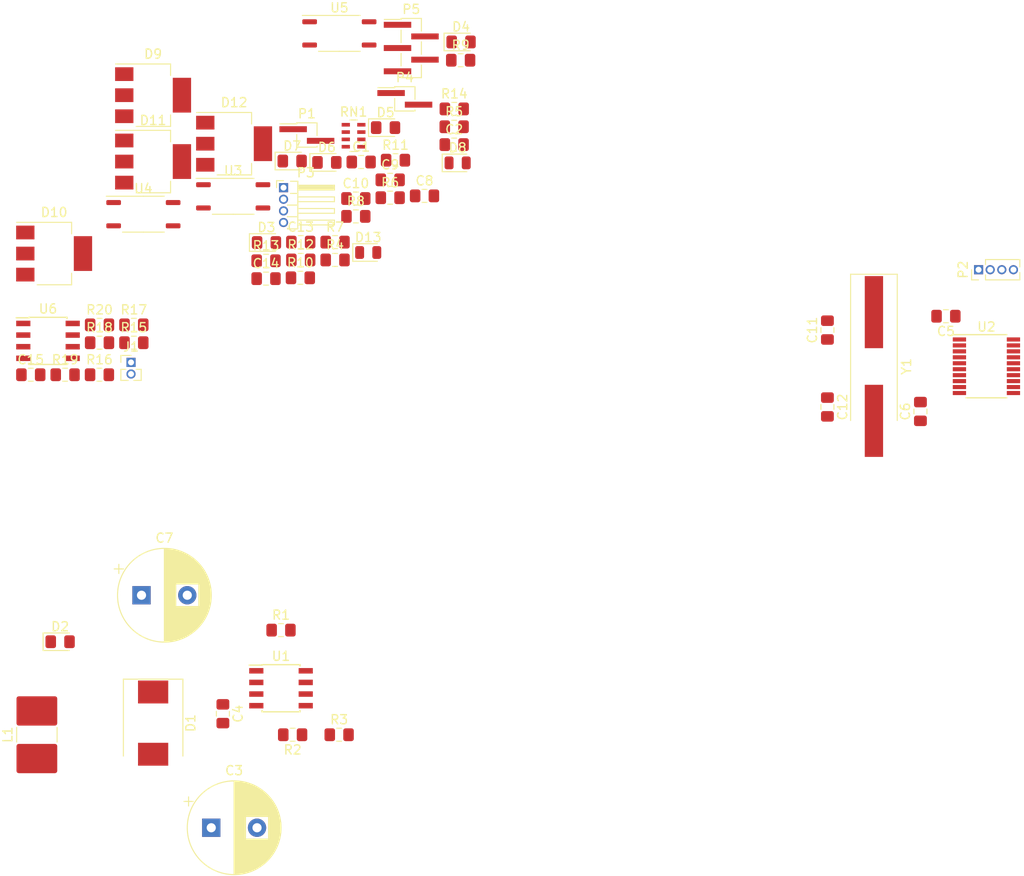
<source format=kicad_pcb>
(kicad_pcb (version 20171130) (host pcbnew "(5.0.2)-1")

  (general
    (thickness 1.6)
    (drawings 0)
    (tracks 0)
    (zones 0)
    (modules 63)
    (nets 50)
  )

  (page A4)
  (layers
    (0 F.Cu signal)
    (31 B.Cu signal)
    (32 B.Adhes user)
    (33 F.Adhes user)
    (34 B.Paste user)
    (35 F.Paste user)
    (36 B.SilkS user)
    (37 F.SilkS user)
    (38 B.Mask user hide)
    (39 F.Mask user hide)
    (40 Dwgs.User user hide)
    (41 Cmts.User user hide)
    (42 Eco1.User user hide)
    (43 Eco2.User user hide)
    (44 Edge.Cuts user hide)
    (45 Margin user hide)
    (46 B.CrtYd user hide)
    (47 F.CrtYd user)
    (48 B.Fab user)
    (49 F.Fab user hide)
  )

  (setup
    (last_trace_width 0.25)
    (trace_clearance 0.2)
    (zone_clearance 0.508)
    (zone_45_only no)
    (trace_min 0.2)
    (segment_width 0.2)
    (edge_width 0.1)
    (via_size 0.8)
    (via_drill 0.4)
    (via_min_size 0.4)
    (via_min_drill 0.3)
    (uvia_size 0.3)
    (uvia_drill 0.1)
    (uvias_allowed no)
    (uvia_min_size 0.2)
    (uvia_min_drill 0.1)
    (pcb_text_width 0.3)
    (pcb_text_size 1.5 1.5)
    (mod_edge_width 0.15)
    (mod_text_size 1 1)
    (mod_text_width 0.15)
    (pad_size 1.5 1.5)
    (pad_drill 0.6)
    (pad_to_mask_clearance 0)
    (solder_mask_min_width 0.25)
    (aux_axis_origin 0 0)
    (visible_elements 7FFFFFFF)
    (pcbplotparams
      (layerselection 0x010fc_ffffffff)
      (usegerberextensions false)
      (usegerberattributes false)
      (usegerberadvancedattributes false)
      (creategerberjobfile false)
      (excludeedgelayer true)
      (linewidth 0.100000)
      (plotframeref false)
      (viasonmask false)
      (mode 1)
      (useauxorigin false)
      (hpglpennumber 1)
      (hpglpenspeed 20)
      (hpglpendiameter 15.000000)
      (psnegative false)
      (psa4output false)
      (plotreference true)
      (plotvalue true)
      (plotinvisibletext false)
      (padsonsilk false)
      (subtractmaskfromsilk false)
      (outputformat 1)
      (mirror false)
      (drillshape 1)
      (scaleselection 1)
      (outputdirectory ""))
  )

  (net 0 "")
  (net 1 "Net-(C1-Pad1)")
  (net 2 "Net-(C1-Pad2)")
  (net 3 GND)
  (net 4 "Net-(C3-Pad1)")
  (net 5 "Net-(C4-Pad1)")
  (net 6 SWIM_RST)
  (net 7 "Net-(C6-Pad1)")
  (net 8 +5V)
  (net 9 "Net-(C8-Pad2)")
  (net 10 /EXT_GND)
  (net 11 "Net-(C9-Pad2)")
  (net 12 "Net-(C10-Pad2)")
  (net 13 "Net-(C11-Pad2)")
  (net 14 "Net-(C12-Pad2)")
  (net 15 AIN1)
  (net 16 AIN2)
  (net 17 "Net-(D1-Pad1)")
  (net 18 "Net-(D3-Pad2)")
  (net 19 "Net-(D4-Pad2)")
  (net 20 "Net-(D5-Pad2)")
  (net 21 "Net-(D6-Pad2)")
  (net 22 "Net-(D7-Pad2)")
  (net 23 OUT1)
  (net 24 "Net-(D9-Pad3)")
  (net 25 Vbb)
  (net 26 "Net-(D10-Pad3)")
  (net 27 OUT2)
  (net 28 OUT3)
  (net 29 "Net-(D11-Pad3)")
  (net 30 "Net-(D12-Pad3)")
  (net 31 OUT4)
  (net 32 "Net-(J1-Pad1)")
  (net 33 A)
  (net 34 SWIM)
  (net 35 "Net-(P3-Pad4)")
  (net 36 "Net-(P3-Pad3)")
  (net 37 "Net-(P3-Pad2)")
  (net 38 "Net-(P4-Pad1)")
  (net 39 "Net-(P4-Pad2)")
  (net 40 "Net-(R1-Pad1)")
  (net 41 "Net-(R2-Pad1)")
  (net 42 STATUS)
  (net 43 IN1)
  (net 44 IN2)
  (net 45 IN3)
  (net 46 B)
  (net 47 RO)
  (net 48 IN/OUT)
  (net 49 DI)

  (net_class Default "Это класс цепей по умолчанию."
    (clearance 0.2)
    (trace_width 0.25)
    (via_dia 0.8)
    (via_drill 0.4)
    (uvia_dia 0.3)
    (uvia_drill 0.1)
    (add_net +5V)
    (add_net /EXT_GND)
    (add_net A)
    (add_net AIN1)
    (add_net AIN2)
    (add_net B)
    (add_net DI)
    (add_net GND)
    (add_net IN/OUT)
    (add_net IN1)
    (add_net IN2)
    (add_net IN3)
    (add_net "Net-(C1-Pad1)")
    (add_net "Net-(C1-Pad2)")
    (add_net "Net-(C10-Pad2)")
    (add_net "Net-(C11-Pad2)")
    (add_net "Net-(C12-Pad2)")
    (add_net "Net-(C3-Pad1)")
    (add_net "Net-(C4-Pad1)")
    (add_net "Net-(C6-Pad1)")
    (add_net "Net-(C8-Pad2)")
    (add_net "Net-(C9-Pad2)")
    (add_net "Net-(D1-Pad1)")
    (add_net "Net-(D10-Pad3)")
    (add_net "Net-(D11-Pad3)")
    (add_net "Net-(D12-Pad3)")
    (add_net "Net-(D3-Pad2)")
    (add_net "Net-(D4-Pad2)")
    (add_net "Net-(D5-Pad2)")
    (add_net "Net-(D6-Pad2)")
    (add_net "Net-(D7-Pad2)")
    (add_net "Net-(D9-Pad3)")
    (add_net "Net-(J1-Pad1)")
    (add_net "Net-(P3-Pad2)")
    (add_net "Net-(P3-Pad3)")
    (add_net "Net-(P3-Pad4)")
    (add_net "Net-(P4-Pad1)")
    (add_net "Net-(P4-Pad2)")
    (add_net "Net-(R1-Pad1)")
    (add_net "Net-(R2-Pad1)")
    (add_net OUT1)
    (add_net OUT2)
    (add_net OUT3)
    (add_net OUT4)
    (add_net RO)
    (add_net STATUS)
    (add_net SWIM)
    (add_net SWIM_RST)
    (add_net Vbb)
  )

  (module Connector_PinHeader_1.27mm:PinHeader_1x04_P1.27mm_Vertical locked (layer F.Cu) (tedit 59FED6E3) (tstamp 5C9ED487)
    (at 207.01 105.41 90)
    (descr "Through hole straight pin header, 1x04, 1.27mm pitch, single row")
    (tags "Through hole pin header THT 1x04 1.27mm single row")
    (path /5C6877E2)
    (fp_text reference P2 (at 0 -1.695 90) (layer F.SilkS)
      (effects (font (size 1 1) (thickness 0.15)))
    )
    (fp_text value PRG (at 0 5.505 90) (layer F.Fab)
      (effects (font (size 1 1) (thickness 0.15)))
    )
    (fp_text user %R (at 0 1.905 180) (layer F.Fab)
      (effects (font (size 1 1) (thickness 0.15)))
    )
    (fp_line (start 1.55 -1.15) (end -1.55 -1.15) (layer F.CrtYd) (width 0.05))
    (fp_line (start 1.55 4.95) (end 1.55 -1.15) (layer F.CrtYd) (width 0.05))
    (fp_line (start -1.55 4.95) (end 1.55 4.95) (layer F.CrtYd) (width 0.05))
    (fp_line (start -1.55 -1.15) (end -1.55 4.95) (layer F.CrtYd) (width 0.05))
    (fp_line (start -1.11 -0.76) (end 0 -0.76) (layer F.SilkS) (width 0.12))
    (fp_line (start -1.11 0) (end -1.11 -0.76) (layer F.SilkS) (width 0.12))
    (fp_line (start 0.563471 0.76) (end 1.11 0.76) (layer F.SilkS) (width 0.12))
    (fp_line (start -1.11 0.76) (end -0.563471 0.76) (layer F.SilkS) (width 0.12))
    (fp_line (start 1.11 0.76) (end 1.11 4.505) (layer F.SilkS) (width 0.12))
    (fp_line (start -1.11 0.76) (end -1.11 4.505) (layer F.SilkS) (width 0.12))
    (fp_line (start 0.30753 4.505) (end 1.11 4.505) (layer F.SilkS) (width 0.12))
    (fp_line (start -1.11 4.505) (end -0.30753 4.505) (layer F.SilkS) (width 0.12))
    (fp_line (start -1.05 -0.11) (end -0.525 -0.635) (layer F.Fab) (width 0.1))
    (fp_line (start -1.05 4.445) (end -1.05 -0.11) (layer F.Fab) (width 0.1))
    (fp_line (start 1.05 4.445) (end -1.05 4.445) (layer F.Fab) (width 0.1))
    (fp_line (start 1.05 -0.635) (end 1.05 4.445) (layer F.Fab) (width 0.1))
    (fp_line (start -0.525 -0.635) (end 1.05 -0.635) (layer F.Fab) (width 0.1))
    (pad 4 thru_hole oval (at 0 3.81 90) (size 1 1) (drill 0.65) (layers *.Cu *.Mask)
      (net 8 +5V))
    (pad 3 thru_hole oval (at 0 2.54 90) (size 1 1) (drill 0.65) (layers *.Cu *.Mask)
      (net 34 SWIM))
    (pad 2 thru_hole oval (at 0 1.27 90) (size 1 1) (drill 0.65) (layers *.Cu *.Mask)
      (net 6 SWIM_RST))
    (pad 1 thru_hole rect (at 0 0 90) (size 1 1) (drill 0.65) (layers *.Cu *.Mask)
      (net 3 GND))
    (model ${KISYS3DMOD}/Connector_PinHeader_1.27mm.3dshapes/PinHeader_1x04_P1.27mm_Vertical.wrl
      (at (xyz 0 0 0))
      (scale (xyz 1 1 1))
      (rotate (xyz 0 0 0))
    )
  )

  (module Capacitor_SMD:C_0805_2012Metric_Pad1.15x1.40mm_HandSolder (layer F.Cu) (tedit 5B36C52B) (tstamp 5C9ED0A1)
    (at 139.565001 93.645001)
    (descr "Capacitor SMD 0805 (2012 Metric), square (rectangular) end terminal, IPC_7351 nominal with elongated pad for handsoldering. (Body size source: https://docs.google.com/spreadsheets/d/1BsfQQcO9C6DZCsRaXUlFlo91Tg2WpOkGARC1WS5S8t0/edit?usp=sharing), generated with kicad-footprint-generator")
    (tags "capacitor handsolder")
    (path /5C68619A)
    (attr smd)
    (fp_text reference C1 (at 0 -1.65) (layer F.SilkS)
      (effects (font (size 1 1) (thickness 0.15)))
    )
    (fp_text value C_Small (at 0 1.65) (layer F.Fab)
      (effects (font (size 1 1) (thickness 0.15)))
    )
    (fp_text user %R (at 0 0) (layer F.Fab)
      (effects (font (size 0.5 0.5) (thickness 0.08)))
    )
    (fp_line (start 1.85 0.95) (end -1.85 0.95) (layer F.CrtYd) (width 0.05))
    (fp_line (start 1.85 -0.95) (end 1.85 0.95) (layer F.CrtYd) (width 0.05))
    (fp_line (start -1.85 -0.95) (end 1.85 -0.95) (layer F.CrtYd) (width 0.05))
    (fp_line (start -1.85 0.95) (end -1.85 -0.95) (layer F.CrtYd) (width 0.05))
    (fp_line (start -0.261252 0.71) (end 0.261252 0.71) (layer F.SilkS) (width 0.12))
    (fp_line (start -0.261252 -0.71) (end 0.261252 -0.71) (layer F.SilkS) (width 0.12))
    (fp_line (start 1 0.6) (end -1 0.6) (layer F.Fab) (width 0.1))
    (fp_line (start 1 -0.6) (end 1 0.6) (layer F.Fab) (width 0.1))
    (fp_line (start -1 -0.6) (end 1 -0.6) (layer F.Fab) (width 0.1))
    (fp_line (start -1 0.6) (end -1 -0.6) (layer F.Fab) (width 0.1))
    (pad 2 smd roundrect (at 1.025 0) (size 1.15 1.4) (layers F.Cu F.Paste F.Mask) (roundrect_rratio 0.217391)
      (net 2 "Net-(C1-Pad2)"))
    (pad 1 smd roundrect (at -1.025 0) (size 1.15 1.4) (layers F.Cu F.Paste F.Mask) (roundrect_rratio 0.217391)
      (net 1 "Net-(C1-Pad1)"))
    (model ${KISYS3DMOD}/Capacitor_SMD.3dshapes/C_0805_2012Metric.wrl
      (at (xyz 0 0 0))
      (scale (xyz 1 1 1))
      (rotate (xyz 0 0 0))
    )
  )

  (module Capacitor_SMD:C_0805_2012Metric_Pad1.15x1.40mm_HandSolder (layer F.Cu) (tedit 5B36C52B) (tstamp 5C9ED0B2)
    (at 149.725001 91.745001)
    (descr "Capacitor SMD 0805 (2012 Metric), square (rectangular) end terminal, IPC_7351 nominal with elongated pad for handsoldering. (Body size source: https://docs.google.com/spreadsheets/d/1BsfQQcO9C6DZCsRaXUlFlo91Tg2WpOkGARC1WS5S8t0/edit?usp=sharing), generated with kicad-footprint-generator")
    (tags "capacitor handsolder")
    (path /5C686468)
    (attr smd)
    (fp_text reference C2 (at 0 -1.65) (layer F.SilkS)
      (effects (font (size 1 1) (thickness 0.15)))
    )
    (fp_text value C_Small (at 0 1.65) (layer F.Fab)
      (effects (font (size 1 1) (thickness 0.15)))
    )
    (fp_text user %R (at 0 0) (layer F.Fab)
      (effects (font (size 0.5 0.5) (thickness 0.08)))
    )
    (fp_line (start 1.85 0.95) (end -1.85 0.95) (layer F.CrtYd) (width 0.05))
    (fp_line (start 1.85 -0.95) (end 1.85 0.95) (layer F.CrtYd) (width 0.05))
    (fp_line (start -1.85 -0.95) (end 1.85 -0.95) (layer F.CrtYd) (width 0.05))
    (fp_line (start -1.85 0.95) (end -1.85 -0.95) (layer F.CrtYd) (width 0.05))
    (fp_line (start -0.261252 0.71) (end 0.261252 0.71) (layer F.SilkS) (width 0.12))
    (fp_line (start -0.261252 -0.71) (end 0.261252 -0.71) (layer F.SilkS) (width 0.12))
    (fp_line (start 1 0.6) (end -1 0.6) (layer F.Fab) (width 0.1))
    (fp_line (start 1 -0.6) (end 1 0.6) (layer F.Fab) (width 0.1))
    (fp_line (start -1 -0.6) (end 1 -0.6) (layer F.Fab) (width 0.1))
    (fp_line (start -1 0.6) (end -1 -0.6) (layer F.Fab) (width 0.1))
    (pad 2 smd roundrect (at 1.025 0) (size 1.15 1.4) (layers F.Cu F.Paste F.Mask) (roundrect_rratio 0.217391)
      (net 2 "Net-(C1-Pad2)"))
    (pad 1 smd roundrect (at -1.025 0) (size 1.15 1.4) (layers F.Cu F.Paste F.Mask) (roundrect_rratio 0.217391)
      (net 1 "Net-(C1-Pad1)"))
    (model ${KISYS3DMOD}/Capacitor_SMD.3dshapes/C_0805_2012Metric.wrl
      (at (xyz 0 0 0))
      (scale (xyz 1 1 1))
      (rotate (xyz 0 0 0))
    )
  )

  (module Capacitor_THT:CP_Radial_D10.0mm_P5.00mm (layer F.Cu) (tedit 5AE50EF1) (tstamp 5C9ED17E)
    (at 123.19 166.37)
    (descr "CP, Radial series, Radial, pin pitch=5.00mm, , diameter=10mm, Electrolytic Capacitor")
    (tags "CP Radial series Radial pin pitch 5.00mm  diameter 10mm Electrolytic Capacitor")
    (path /5C607075)
    (fp_text reference C3 (at 2.5 -6.25) (layer F.SilkS)
      (effects (font (size 1 1) (thickness 0.15)))
    )
    (fp_text value 470uF (at 2.5 6.25) (layer F.Fab)
      (effects (font (size 1 1) (thickness 0.15)))
    )
    (fp_text user %R (at 2.54 0) (layer F.Fab)
      (effects (font (size 1 1) (thickness 0.15)))
    )
    (fp_line (start -2.479646 -3.375) (end -2.479646 -2.375) (layer F.SilkS) (width 0.12))
    (fp_line (start -2.979646 -2.875) (end -1.979646 -2.875) (layer F.SilkS) (width 0.12))
    (fp_line (start 7.581 -0.599) (end 7.581 0.599) (layer F.SilkS) (width 0.12))
    (fp_line (start 7.541 -0.862) (end 7.541 0.862) (layer F.SilkS) (width 0.12))
    (fp_line (start 7.501 -1.062) (end 7.501 1.062) (layer F.SilkS) (width 0.12))
    (fp_line (start 7.461 -1.23) (end 7.461 1.23) (layer F.SilkS) (width 0.12))
    (fp_line (start 7.421 -1.378) (end 7.421 1.378) (layer F.SilkS) (width 0.12))
    (fp_line (start 7.381 -1.51) (end 7.381 1.51) (layer F.SilkS) (width 0.12))
    (fp_line (start 7.341 -1.63) (end 7.341 1.63) (layer F.SilkS) (width 0.12))
    (fp_line (start 7.301 -1.742) (end 7.301 1.742) (layer F.SilkS) (width 0.12))
    (fp_line (start 7.261 -1.846) (end 7.261 1.846) (layer F.SilkS) (width 0.12))
    (fp_line (start 7.221 -1.944) (end 7.221 1.944) (layer F.SilkS) (width 0.12))
    (fp_line (start 7.181 -2.037) (end 7.181 2.037) (layer F.SilkS) (width 0.12))
    (fp_line (start 7.141 -2.125) (end 7.141 2.125) (layer F.SilkS) (width 0.12))
    (fp_line (start 7.101 -2.209) (end 7.101 2.209) (layer F.SilkS) (width 0.12))
    (fp_line (start 7.061 -2.289) (end 7.061 2.289) (layer F.SilkS) (width 0.12))
    (fp_line (start 7.021 -2.365) (end 7.021 2.365) (layer F.SilkS) (width 0.12))
    (fp_line (start 6.981 -2.439) (end 6.981 2.439) (layer F.SilkS) (width 0.12))
    (fp_line (start 6.941 -2.51) (end 6.941 2.51) (layer F.SilkS) (width 0.12))
    (fp_line (start 6.901 -2.579) (end 6.901 2.579) (layer F.SilkS) (width 0.12))
    (fp_line (start 6.861 -2.645) (end 6.861 2.645) (layer F.SilkS) (width 0.12))
    (fp_line (start 6.821 -2.709) (end 6.821 2.709) (layer F.SilkS) (width 0.12))
    (fp_line (start 6.781 -2.77) (end 6.781 2.77) (layer F.SilkS) (width 0.12))
    (fp_line (start 6.741 -2.83) (end 6.741 2.83) (layer F.SilkS) (width 0.12))
    (fp_line (start 6.701 -2.889) (end 6.701 2.889) (layer F.SilkS) (width 0.12))
    (fp_line (start 6.661 -2.945) (end 6.661 2.945) (layer F.SilkS) (width 0.12))
    (fp_line (start 6.621 -3) (end 6.621 3) (layer F.SilkS) (width 0.12))
    (fp_line (start 6.581 -3.054) (end 6.581 3.054) (layer F.SilkS) (width 0.12))
    (fp_line (start 6.541 -3.106) (end 6.541 3.106) (layer F.SilkS) (width 0.12))
    (fp_line (start 6.501 -3.156) (end 6.501 3.156) (layer F.SilkS) (width 0.12))
    (fp_line (start 6.461 -3.206) (end 6.461 3.206) (layer F.SilkS) (width 0.12))
    (fp_line (start 6.421 -3.254) (end 6.421 3.254) (layer F.SilkS) (width 0.12))
    (fp_line (start 6.381 -3.301) (end 6.381 3.301) (layer F.SilkS) (width 0.12))
    (fp_line (start 6.341 -3.347) (end 6.341 3.347) (layer F.SilkS) (width 0.12))
    (fp_line (start 6.301 -3.392) (end 6.301 3.392) (layer F.SilkS) (width 0.12))
    (fp_line (start 6.261 -3.436) (end 6.261 3.436) (layer F.SilkS) (width 0.12))
    (fp_line (start 6.221 1.241) (end 6.221 3.478) (layer F.SilkS) (width 0.12))
    (fp_line (start 6.221 -3.478) (end 6.221 -1.241) (layer F.SilkS) (width 0.12))
    (fp_line (start 6.181 1.241) (end 6.181 3.52) (layer F.SilkS) (width 0.12))
    (fp_line (start 6.181 -3.52) (end 6.181 -1.241) (layer F.SilkS) (width 0.12))
    (fp_line (start 6.141 1.241) (end 6.141 3.561) (layer F.SilkS) (width 0.12))
    (fp_line (start 6.141 -3.561) (end 6.141 -1.241) (layer F.SilkS) (width 0.12))
    (fp_line (start 6.101 1.241) (end 6.101 3.601) (layer F.SilkS) (width 0.12))
    (fp_line (start 6.101 -3.601) (end 6.101 -1.241) (layer F.SilkS) (width 0.12))
    (fp_line (start 6.061 1.241) (end 6.061 3.64) (layer F.SilkS) (width 0.12))
    (fp_line (start 6.061 -3.64) (end 6.061 -1.241) (layer F.SilkS) (width 0.12))
    (fp_line (start 6.021 1.241) (end 6.021 3.679) (layer F.SilkS) (width 0.12))
    (fp_line (start 6.021 -3.679) (end 6.021 -1.241) (layer F.SilkS) (width 0.12))
    (fp_line (start 5.981 1.241) (end 5.981 3.716) (layer F.SilkS) (width 0.12))
    (fp_line (start 5.981 -3.716) (end 5.981 -1.241) (layer F.SilkS) (width 0.12))
    (fp_line (start 5.941 1.241) (end 5.941 3.753) (layer F.SilkS) (width 0.12))
    (fp_line (start 5.941 -3.753) (end 5.941 -1.241) (layer F.SilkS) (width 0.12))
    (fp_line (start 5.901 1.241) (end 5.901 3.789) (layer F.SilkS) (width 0.12))
    (fp_line (start 5.901 -3.789) (end 5.901 -1.241) (layer F.SilkS) (width 0.12))
    (fp_line (start 5.861 1.241) (end 5.861 3.824) (layer F.SilkS) (width 0.12))
    (fp_line (start 5.861 -3.824) (end 5.861 -1.241) (layer F.SilkS) (width 0.12))
    (fp_line (start 5.821 1.241) (end 5.821 3.858) (layer F.SilkS) (width 0.12))
    (fp_line (start 5.821 -3.858) (end 5.821 -1.241) (layer F.SilkS) (width 0.12))
    (fp_line (start 5.781 1.241) (end 5.781 3.892) (layer F.SilkS) (width 0.12))
    (fp_line (start 5.781 -3.892) (end 5.781 -1.241) (layer F.SilkS) (width 0.12))
    (fp_line (start 5.741 1.241) (end 5.741 3.925) (layer F.SilkS) (width 0.12))
    (fp_line (start 5.741 -3.925) (end 5.741 -1.241) (layer F.SilkS) (width 0.12))
    (fp_line (start 5.701 1.241) (end 5.701 3.957) (layer F.SilkS) (width 0.12))
    (fp_line (start 5.701 -3.957) (end 5.701 -1.241) (layer F.SilkS) (width 0.12))
    (fp_line (start 5.661 1.241) (end 5.661 3.989) (layer F.SilkS) (width 0.12))
    (fp_line (start 5.661 -3.989) (end 5.661 -1.241) (layer F.SilkS) (width 0.12))
    (fp_line (start 5.621 1.241) (end 5.621 4.02) (layer F.SilkS) (width 0.12))
    (fp_line (start 5.621 -4.02) (end 5.621 -1.241) (layer F.SilkS) (width 0.12))
    (fp_line (start 5.581 1.241) (end 5.581 4.05) (layer F.SilkS) (width 0.12))
    (fp_line (start 5.581 -4.05) (end 5.581 -1.241) (layer F.SilkS) (width 0.12))
    (fp_line (start 5.541 1.241) (end 5.541 4.08) (layer F.SilkS) (width 0.12))
    (fp_line (start 5.541 -4.08) (end 5.541 -1.241) (layer F.SilkS) (width 0.12))
    (fp_line (start 5.501 1.241) (end 5.501 4.11) (layer F.SilkS) (width 0.12))
    (fp_line (start 5.501 -4.11) (end 5.501 -1.241) (layer F.SilkS) (width 0.12))
    (fp_line (start 5.461 1.241) (end 5.461 4.138) (layer F.SilkS) (width 0.12))
    (fp_line (start 5.461 -4.138) (end 5.461 -1.241) (layer F.SilkS) (width 0.12))
    (fp_line (start 5.421 1.241) (end 5.421 4.166) (layer F.SilkS) (width 0.12))
    (fp_line (start 5.421 -4.166) (end 5.421 -1.241) (layer F.SilkS) (width 0.12))
    (fp_line (start 5.381 1.241) (end 5.381 4.194) (layer F.SilkS) (width 0.12))
    (fp_line (start 5.381 -4.194) (end 5.381 -1.241) (layer F.SilkS) (width 0.12))
    (fp_line (start 5.341 1.241) (end 5.341 4.221) (layer F.SilkS) (width 0.12))
    (fp_line (start 5.341 -4.221) (end 5.341 -1.241) (layer F.SilkS) (width 0.12))
    (fp_line (start 5.301 1.241) (end 5.301 4.247) (layer F.SilkS) (width 0.12))
    (fp_line (start 5.301 -4.247) (end 5.301 -1.241) (layer F.SilkS) (width 0.12))
    (fp_line (start 5.261 1.241) (end 5.261 4.273) (layer F.SilkS) (width 0.12))
    (fp_line (start 5.261 -4.273) (end 5.261 -1.241) (layer F.SilkS) (width 0.12))
    (fp_line (start 5.221 1.241) (end 5.221 4.298) (layer F.SilkS) (width 0.12))
    (fp_line (start 5.221 -4.298) (end 5.221 -1.241) (layer F.SilkS) (width 0.12))
    (fp_line (start 5.181 1.241) (end 5.181 4.323) (layer F.SilkS) (width 0.12))
    (fp_line (start 5.181 -4.323) (end 5.181 -1.241) (layer F.SilkS) (width 0.12))
    (fp_line (start 5.141 1.241) (end 5.141 4.347) (layer F.SilkS) (width 0.12))
    (fp_line (start 5.141 -4.347) (end 5.141 -1.241) (layer F.SilkS) (width 0.12))
    (fp_line (start 5.101 1.241) (end 5.101 4.371) (layer F.SilkS) (width 0.12))
    (fp_line (start 5.101 -4.371) (end 5.101 -1.241) (layer F.SilkS) (width 0.12))
    (fp_line (start 5.061 1.241) (end 5.061 4.395) (layer F.SilkS) (width 0.12))
    (fp_line (start 5.061 -4.395) (end 5.061 -1.241) (layer F.SilkS) (width 0.12))
    (fp_line (start 5.021 1.241) (end 5.021 4.417) (layer F.SilkS) (width 0.12))
    (fp_line (start 5.021 -4.417) (end 5.021 -1.241) (layer F.SilkS) (width 0.12))
    (fp_line (start 4.981 1.241) (end 4.981 4.44) (layer F.SilkS) (width 0.12))
    (fp_line (start 4.981 -4.44) (end 4.981 -1.241) (layer F.SilkS) (width 0.12))
    (fp_line (start 4.941 1.241) (end 4.941 4.462) (layer F.SilkS) (width 0.12))
    (fp_line (start 4.941 -4.462) (end 4.941 -1.241) (layer F.SilkS) (width 0.12))
    (fp_line (start 4.901 1.241) (end 4.901 4.483) (layer F.SilkS) (width 0.12))
    (fp_line (start 4.901 -4.483) (end 4.901 -1.241) (layer F.SilkS) (width 0.12))
    (fp_line (start 4.861 1.241) (end 4.861 4.504) (layer F.SilkS) (width 0.12))
    (fp_line (start 4.861 -4.504) (end 4.861 -1.241) (layer F.SilkS) (width 0.12))
    (fp_line (start 4.821 1.241) (end 4.821 4.525) (layer F.SilkS) (width 0.12))
    (fp_line (start 4.821 -4.525) (end 4.821 -1.241) (layer F.SilkS) (width 0.12))
    (fp_line (start 4.781 1.241) (end 4.781 4.545) (layer F.SilkS) (width 0.12))
    (fp_line (start 4.781 -4.545) (end 4.781 -1.241) (layer F.SilkS) (width 0.12))
    (fp_line (start 4.741 1.241) (end 4.741 4.564) (layer F.SilkS) (width 0.12))
    (fp_line (start 4.741 -4.564) (end 4.741 -1.241) (layer F.SilkS) (width 0.12))
    (fp_line (start 4.701 1.241) (end 4.701 4.584) (layer F.SilkS) (width 0.12))
    (fp_line (start 4.701 -4.584) (end 4.701 -1.241) (layer F.SilkS) (width 0.12))
    (fp_line (start 4.661 1.241) (end 4.661 4.603) (layer F.SilkS) (width 0.12))
    (fp_line (start 4.661 -4.603) (end 4.661 -1.241) (layer F.SilkS) (width 0.12))
    (fp_line (start 4.621 1.241) (end 4.621 4.621) (layer F.SilkS) (width 0.12))
    (fp_line (start 4.621 -4.621) (end 4.621 -1.241) (layer F.SilkS) (width 0.12))
    (fp_line (start 4.581 1.241) (end 4.581 4.639) (layer F.SilkS) (width 0.12))
    (fp_line (start 4.581 -4.639) (end 4.581 -1.241) (layer F.SilkS) (width 0.12))
    (fp_line (start 4.541 1.241) (end 4.541 4.657) (layer F.SilkS) (width 0.12))
    (fp_line (start 4.541 -4.657) (end 4.541 -1.241) (layer F.SilkS) (width 0.12))
    (fp_line (start 4.501 1.241) (end 4.501 4.674) (layer F.SilkS) (width 0.12))
    (fp_line (start 4.501 -4.674) (end 4.501 -1.241) (layer F.SilkS) (width 0.12))
    (fp_line (start 4.461 1.241) (end 4.461 4.69) (layer F.SilkS) (width 0.12))
    (fp_line (start 4.461 -4.69) (end 4.461 -1.241) (layer F.SilkS) (width 0.12))
    (fp_line (start 4.421 1.241) (end 4.421 4.707) (layer F.SilkS) (width 0.12))
    (fp_line (start 4.421 -4.707) (end 4.421 -1.241) (layer F.SilkS) (width 0.12))
    (fp_line (start 4.381 1.241) (end 4.381 4.723) (layer F.SilkS) (width 0.12))
    (fp_line (start 4.381 -4.723) (end 4.381 -1.241) (layer F.SilkS) (width 0.12))
    (fp_line (start 4.341 1.241) (end 4.341 4.738) (layer F.SilkS) (width 0.12))
    (fp_line (start 4.341 -4.738) (end 4.341 -1.241) (layer F.SilkS) (width 0.12))
    (fp_line (start 4.301 1.241) (end 4.301 4.754) (layer F.SilkS) (width 0.12))
    (fp_line (start 4.301 -4.754) (end 4.301 -1.241) (layer F.SilkS) (width 0.12))
    (fp_line (start 4.261 1.241) (end 4.261 4.768) (layer F.SilkS) (width 0.12))
    (fp_line (start 4.261 -4.768) (end 4.261 -1.241) (layer F.SilkS) (width 0.12))
    (fp_line (start 4.221 1.241) (end 4.221 4.783) (layer F.SilkS) (width 0.12))
    (fp_line (start 4.221 -4.783) (end 4.221 -1.241) (layer F.SilkS) (width 0.12))
    (fp_line (start 4.181 1.241) (end 4.181 4.797) (layer F.SilkS) (width 0.12))
    (fp_line (start 4.181 -4.797) (end 4.181 -1.241) (layer F.SilkS) (width 0.12))
    (fp_line (start 4.141 1.241) (end 4.141 4.811) (layer F.SilkS) (width 0.12))
    (fp_line (start 4.141 -4.811) (end 4.141 -1.241) (layer F.SilkS) (width 0.12))
    (fp_line (start 4.101 1.241) (end 4.101 4.824) (layer F.SilkS) (width 0.12))
    (fp_line (start 4.101 -4.824) (end 4.101 -1.241) (layer F.SilkS) (width 0.12))
    (fp_line (start 4.061 1.241) (end 4.061 4.837) (layer F.SilkS) (width 0.12))
    (fp_line (start 4.061 -4.837) (end 4.061 -1.241) (layer F.SilkS) (width 0.12))
    (fp_line (start 4.021 1.241) (end 4.021 4.85) (layer F.SilkS) (width 0.12))
    (fp_line (start 4.021 -4.85) (end 4.021 -1.241) (layer F.SilkS) (width 0.12))
    (fp_line (start 3.981 1.241) (end 3.981 4.862) (layer F.SilkS) (width 0.12))
    (fp_line (start 3.981 -4.862) (end 3.981 -1.241) (layer F.SilkS) (width 0.12))
    (fp_line (start 3.941 1.241) (end 3.941 4.874) (layer F.SilkS) (width 0.12))
    (fp_line (start 3.941 -4.874) (end 3.941 -1.241) (layer F.SilkS) (width 0.12))
    (fp_line (start 3.901 1.241) (end 3.901 4.885) (layer F.SilkS) (width 0.12))
    (fp_line (start 3.901 -4.885) (end 3.901 -1.241) (layer F.SilkS) (width 0.12))
    (fp_line (start 3.861 1.241) (end 3.861 4.897) (layer F.SilkS) (width 0.12))
    (fp_line (start 3.861 -4.897) (end 3.861 -1.241) (layer F.SilkS) (width 0.12))
    (fp_line (start 3.821 1.241) (end 3.821 4.907) (layer F.SilkS) (width 0.12))
    (fp_line (start 3.821 -4.907) (end 3.821 -1.241) (layer F.SilkS) (width 0.12))
    (fp_line (start 3.781 1.241) (end 3.781 4.918) (layer F.SilkS) (width 0.12))
    (fp_line (start 3.781 -4.918) (end 3.781 -1.241) (layer F.SilkS) (width 0.12))
    (fp_line (start 3.741 -4.928) (end 3.741 4.928) (layer F.SilkS) (width 0.12))
    (fp_line (start 3.701 -4.938) (end 3.701 4.938) (layer F.SilkS) (width 0.12))
    (fp_line (start 3.661 -4.947) (end 3.661 4.947) (layer F.SilkS) (width 0.12))
    (fp_line (start 3.621 -4.956) (end 3.621 4.956) (layer F.SilkS) (width 0.12))
    (fp_line (start 3.581 -4.965) (end 3.581 4.965) (layer F.SilkS) (width 0.12))
    (fp_line (start 3.541 -4.974) (end 3.541 4.974) (layer F.SilkS) (width 0.12))
    (fp_line (start 3.501 -4.982) (end 3.501 4.982) (layer F.SilkS) (width 0.12))
    (fp_line (start 3.461 -4.99) (end 3.461 4.99) (layer F.SilkS) (width 0.12))
    (fp_line (start 3.421 -4.997) (end 3.421 4.997) (layer F.SilkS) (width 0.12))
    (fp_line (start 3.381 -5.004) (end 3.381 5.004) (layer F.SilkS) (width 0.12))
    (fp_line (start 3.341 -5.011) (end 3.341 5.011) (layer F.SilkS) (width 0.12))
    (fp_line (start 3.301 -5.018) (end 3.301 5.018) (layer F.SilkS) (width 0.12))
    (fp_line (start 3.261 -5.024) (end 3.261 5.024) (layer F.SilkS) (width 0.12))
    (fp_line (start 3.221 -5.03) (end 3.221 5.03) (layer F.SilkS) (width 0.12))
    (fp_line (start 3.18 -5.035) (end 3.18 5.035) (layer F.SilkS) (width 0.12))
    (fp_line (start 3.14 -5.04) (end 3.14 5.04) (layer F.SilkS) (width 0.12))
    (fp_line (start 3.1 -5.045) (end 3.1 5.045) (layer F.SilkS) (width 0.12))
    (fp_line (start 3.06 -5.05) (end 3.06 5.05) (layer F.SilkS) (width 0.12))
    (fp_line (start 3.02 -5.054) (end 3.02 5.054) (layer F.SilkS) (width 0.12))
    (fp_line (start 2.98 -5.058) (end 2.98 5.058) (layer F.SilkS) (width 0.12))
    (fp_line (start 2.94 -5.062) (end 2.94 5.062) (layer F.SilkS) (width 0.12))
    (fp_line (start 2.9 -5.065) (end 2.9 5.065) (layer F.SilkS) (width 0.12))
    (fp_line (start 2.86 -5.068) (end 2.86 5.068) (layer F.SilkS) (width 0.12))
    (fp_line (start 2.82 -5.07) (end 2.82 5.07) (layer F.SilkS) (width 0.12))
    (fp_line (start 2.78 -5.073) (end 2.78 5.073) (layer F.SilkS) (width 0.12))
    (fp_line (start 2.74 -5.075) (end 2.74 5.075) (layer F.SilkS) (width 0.12))
    (fp_line (start 2.7 -5.077) (end 2.7 5.077) (layer F.SilkS) (width 0.12))
    (fp_line (start 2.66 -5.078) (end 2.66 5.078) (layer F.SilkS) (width 0.12))
    (fp_line (start 2.62 -5.079) (end 2.62 5.079) (layer F.SilkS) (width 0.12))
    (fp_line (start 2.58 -5.08) (end 2.58 5.08) (layer F.SilkS) (width 0.12))
    (fp_line (start 2.54 -5.08) (end 2.54 5.08) (layer F.SilkS) (width 0.12))
    (fp_line (start 2.5 -5.08) (end 2.5 5.08) (layer F.SilkS) (width 0.12))
    (fp_line (start -1.288861 -2.6875) (end -1.288861 -1.6875) (layer F.Fab) (width 0.1))
    (fp_line (start -1.788861 -2.1875) (end -0.788861 -2.1875) (layer F.Fab) (width 0.1))
    (fp_circle (center 2.5 0) (end 7.75 0) (layer F.CrtYd) (width 0.05))
    (fp_circle (center 2.5 0) (end 7.62 0) (layer F.SilkS) (width 0.12))
    (fp_circle (center 2.5 0) (end 7.5 0) (layer F.Fab) (width 0.1))
    (pad 2 thru_hole circle (at 5 0) (size 2 2) (drill 1) (layers *.Cu *.Mask)
      (net 3 GND))
    (pad 1 thru_hole rect (at 0 0) (size 2 2) (drill 1) (layers *.Cu *.Mask)
      (net 4 "Net-(C3-Pad1)"))
    (model ${KISYS3DMOD}/Capacitor_THT.3dshapes/CP_Radial_D10.0mm_P5.00mm.wrl
      (at (xyz 0 0 0))
      (scale (xyz 1 1 1))
      (rotate (xyz 0 0 0))
    )
  )

  (module Capacitor_SMD:C_0805_2012Metric_Pad1.15x1.40mm_HandSolder (layer F.Cu) (tedit 5B36C52B) (tstamp 5C9ED18F)
    (at 124.46 153.915 270)
    (descr "Capacitor SMD 0805 (2012 Metric), square (rectangular) end terminal, IPC_7351 nominal with elongated pad for handsoldering. (Body size source: https://docs.google.com/spreadsheets/d/1BsfQQcO9C6DZCsRaXUlFlo91Tg2WpOkGARC1WS5S8t0/edit?usp=sharing), generated with kicad-footprint-generator")
    (tags "capacitor handsolder")
    (path /5C606FAD)
    (attr smd)
    (fp_text reference C4 (at 0 -1.65 270) (layer F.SilkS)
      (effects (font (size 1 1) (thickness 0.15)))
    )
    (fp_text value 470pF (at 0 1.65 270) (layer F.Fab)
      (effects (font (size 1 1) (thickness 0.15)))
    )
    (fp_text user %R (at 0 0 270) (layer F.Fab)
      (effects (font (size 0.5 0.5) (thickness 0.08)))
    )
    (fp_line (start 1.85 0.95) (end -1.85 0.95) (layer F.CrtYd) (width 0.05))
    (fp_line (start 1.85 -0.95) (end 1.85 0.95) (layer F.CrtYd) (width 0.05))
    (fp_line (start -1.85 -0.95) (end 1.85 -0.95) (layer F.CrtYd) (width 0.05))
    (fp_line (start -1.85 0.95) (end -1.85 -0.95) (layer F.CrtYd) (width 0.05))
    (fp_line (start -0.261252 0.71) (end 0.261252 0.71) (layer F.SilkS) (width 0.12))
    (fp_line (start -0.261252 -0.71) (end 0.261252 -0.71) (layer F.SilkS) (width 0.12))
    (fp_line (start 1 0.6) (end -1 0.6) (layer F.Fab) (width 0.1))
    (fp_line (start 1 -0.6) (end 1 0.6) (layer F.Fab) (width 0.1))
    (fp_line (start -1 -0.6) (end 1 -0.6) (layer F.Fab) (width 0.1))
    (fp_line (start -1 0.6) (end -1 -0.6) (layer F.Fab) (width 0.1))
    (pad 2 smd roundrect (at 1.025 0 270) (size 1.15 1.4) (layers F.Cu F.Paste F.Mask) (roundrect_rratio 0.217391)
      (net 3 GND))
    (pad 1 smd roundrect (at -1.025 0 270) (size 1.15 1.4) (layers F.Cu F.Paste F.Mask) (roundrect_rratio 0.217391)
      (net 5 "Net-(C4-Pad1)"))
    (model ${KISYS3DMOD}/Capacitor_SMD.3dshapes/C_0805_2012Metric.wrl
      (at (xyz 0 0 0))
      (scale (xyz 1 1 1))
      (rotate (xyz 0 0 0))
    )
  )

  (module Capacitor_SMD:C_0805_2012Metric_Pad1.15x1.40mm_HandSolder locked (layer F.Cu) (tedit 5B36C52B) (tstamp 5C9ED1A0)
    (at 203.445 110.49 180)
    (descr "Capacitor SMD 0805 (2012 Metric), square (rectangular) end terminal, IPC_7351 nominal with elongated pad for handsoldering. (Body size source: https://docs.google.com/spreadsheets/d/1BsfQQcO9C6DZCsRaXUlFlo91Tg2WpOkGARC1WS5S8t0/edit?usp=sharing), generated with kicad-footprint-generator")
    (tags "capacitor handsolder")
    (path /5C686777)
    (attr smd)
    (fp_text reference C5 (at 0 -1.65 180) (layer F.SilkS)
      (effects (font (size 1 1) (thickness 0.15)))
    )
    (fp_text value "0.1 uF" (at 0 1.65 180) (layer F.Fab)
      (effects (font (size 1 1) (thickness 0.15)))
    )
    (fp_text user %R (at 0 0 180) (layer F.Fab)
      (effects (font (size 0.5 0.5) (thickness 0.08)))
    )
    (fp_line (start 1.85 0.95) (end -1.85 0.95) (layer F.CrtYd) (width 0.05))
    (fp_line (start 1.85 -0.95) (end 1.85 0.95) (layer F.CrtYd) (width 0.05))
    (fp_line (start -1.85 -0.95) (end 1.85 -0.95) (layer F.CrtYd) (width 0.05))
    (fp_line (start -1.85 0.95) (end -1.85 -0.95) (layer F.CrtYd) (width 0.05))
    (fp_line (start -0.261252 0.71) (end 0.261252 0.71) (layer F.SilkS) (width 0.12))
    (fp_line (start -0.261252 -0.71) (end 0.261252 -0.71) (layer F.SilkS) (width 0.12))
    (fp_line (start 1 0.6) (end -1 0.6) (layer F.Fab) (width 0.1))
    (fp_line (start 1 -0.6) (end 1 0.6) (layer F.Fab) (width 0.1))
    (fp_line (start -1 -0.6) (end 1 -0.6) (layer F.Fab) (width 0.1))
    (fp_line (start -1 0.6) (end -1 -0.6) (layer F.Fab) (width 0.1))
    (pad 2 smd roundrect (at 1.025 0 180) (size 1.15 1.4) (layers F.Cu F.Paste F.Mask) (roundrect_rratio 0.217391)
      (net 3 GND))
    (pad 1 smd roundrect (at -1.025 0 180) (size 1.15 1.4) (layers F.Cu F.Paste F.Mask) (roundrect_rratio 0.217391)
      (net 6 SWIM_RST))
    (model ${KISYS3DMOD}/Capacitor_SMD.3dshapes/C_0805_2012Metric.wrl
      (at (xyz 0 0 0))
      (scale (xyz 1 1 1))
      (rotate (xyz 0 0 0))
    )
  )

  (module Capacitor_SMD:C_0805_2012Metric_Pad1.15x1.40mm_HandSolder locked (layer F.Cu) (tedit 5B36C52B) (tstamp 5C9ED1B1)
    (at 200.66 120.895 90)
    (descr "Capacitor SMD 0805 (2012 Metric), square (rectangular) end terminal, IPC_7351 nominal with elongated pad for handsoldering. (Body size source: https://docs.google.com/spreadsheets/d/1BsfQQcO9C6DZCsRaXUlFlo91Tg2WpOkGARC1WS5S8t0/edit?usp=sharing), generated with kicad-footprint-generator")
    (tags "capacitor handsolder")
    (path /5C66C9CD)
    (attr smd)
    (fp_text reference C6 (at 0 -1.65 90) (layer F.SilkS)
      (effects (font (size 1 1) (thickness 0.15)))
    )
    (fp_text value "470 nF" (at 0 1.65 90) (layer F.Fab)
      (effects (font (size 1 1) (thickness 0.15)))
    )
    (fp_text user %R (at 0 0 90) (layer F.Fab)
      (effects (font (size 0.5 0.5) (thickness 0.08)))
    )
    (fp_line (start 1.85 0.95) (end -1.85 0.95) (layer F.CrtYd) (width 0.05))
    (fp_line (start 1.85 -0.95) (end 1.85 0.95) (layer F.CrtYd) (width 0.05))
    (fp_line (start -1.85 -0.95) (end 1.85 -0.95) (layer F.CrtYd) (width 0.05))
    (fp_line (start -1.85 0.95) (end -1.85 -0.95) (layer F.CrtYd) (width 0.05))
    (fp_line (start -0.261252 0.71) (end 0.261252 0.71) (layer F.SilkS) (width 0.12))
    (fp_line (start -0.261252 -0.71) (end 0.261252 -0.71) (layer F.SilkS) (width 0.12))
    (fp_line (start 1 0.6) (end -1 0.6) (layer F.Fab) (width 0.1))
    (fp_line (start 1 -0.6) (end 1 0.6) (layer F.Fab) (width 0.1))
    (fp_line (start -1 -0.6) (end 1 -0.6) (layer F.Fab) (width 0.1))
    (fp_line (start -1 0.6) (end -1 -0.6) (layer F.Fab) (width 0.1))
    (pad 2 smd roundrect (at 1.025 0 90) (size 1.15 1.4) (layers F.Cu F.Paste F.Mask) (roundrect_rratio 0.217391)
      (net 3 GND))
    (pad 1 smd roundrect (at -1.025 0 90) (size 1.15 1.4) (layers F.Cu F.Paste F.Mask) (roundrect_rratio 0.217391)
      (net 7 "Net-(C6-Pad1)"))
    (model ${KISYS3DMOD}/Capacitor_SMD.3dshapes/C_0805_2012Metric.wrl
      (at (xyz 0 0 0))
      (scale (xyz 1 1 1))
      (rotate (xyz 0 0 0))
    )
  )

  (module Capacitor_THT:CP_Radial_D10.0mm_P5.00mm (layer F.Cu) (tedit 5AE50EF1) (tstamp 5C9ED27D)
    (at 115.57 140.97)
    (descr "CP, Radial series, Radial, pin pitch=5.00mm, , diameter=10mm, Electrolytic Capacitor")
    (tags "CP Radial series Radial pin pitch 5.00mm  diameter 10mm Electrolytic Capacitor")
    (path /5C64E7A4)
    (fp_text reference C7 (at 2.5 -6.25) (layer F.SilkS)
      (effects (font (size 1 1) (thickness 0.15)))
    )
    (fp_text value 100uF (at 2.5 6.25) (layer F.Fab)
      (effects (font (size 1 1) (thickness 0.15)))
    )
    (fp_text user %R (at 2.5 0) (layer F.Fab)
      (effects (font (size 1 1) (thickness 0.15)))
    )
    (fp_line (start -2.479646 -3.375) (end -2.479646 -2.375) (layer F.SilkS) (width 0.12))
    (fp_line (start -2.979646 -2.875) (end -1.979646 -2.875) (layer F.SilkS) (width 0.12))
    (fp_line (start 7.581 -0.599) (end 7.581 0.599) (layer F.SilkS) (width 0.12))
    (fp_line (start 7.541 -0.862) (end 7.541 0.862) (layer F.SilkS) (width 0.12))
    (fp_line (start 7.501 -1.062) (end 7.501 1.062) (layer F.SilkS) (width 0.12))
    (fp_line (start 7.461 -1.23) (end 7.461 1.23) (layer F.SilkS) (width 0.12))
    (fp_line (start 7.421 -1.378) (end 7.421 1.378) (layer F.SilkS) (width 0.12))
    (fp_line (start 7.381 -1.51) (end 7.381 1.51) (layer F.SilkS) (width 0.12))
    (fp_line (start 7.341 -1.63) (end 7.341 1.63) (layer F.SilkS) (width 0.12))
    (fp_line (start 7.301 -1.742) (end 7.301 1.742) (layer F.SilkS) (width 0.12))
    (fp_line (start 7.261 -1.846) (end 7.261 1.846) (layer F.SilkS) (width 0.12))
    (fp_line (start 7.221 -1.944) (end 7.221 1.944) (layer F.SilkS) (width 0.12))
    (fp_line (start 7.181 -2.037) (end 7.181 2.037) (layer F.SilkS) (width 0.12))
    (fp_line (start 7.141 -2.125) (end 7.141 2.125) (layer F.SilkS) (width 0.12))
    (fp_line (start 7.101 -2.209) (end 7.101 2.209) (layer F.SilkS) (width 0.12))
    (fp_line (start 7.061 -2.289) (end 7.061 2.289) (layer F.SilkS) (width 0.12))
    (fp_line (start 7.021 -2.365) (end 7.021 2.365) (layer F.SilkS) (width 0.12))
    (fp_line (start 6.981 -2.439) (end 6.981 2.439) (layer F.SilkS) (width 0.12))
    (fp_line (start 6.941 -2.51) (end 6.941 2.51) (layer F.SilkS) (width 0.12))
    (fp_line (start 6.901 -2.579) (end 6.901 2.579) (layer F.SilkS) (width 0.12))
    (fp_line (start 6.861 -2.645) (end 6.861 2.645) (layer F.SilkS) (width 0.12))
    (fp_line (start 6.821 -2.709) (end 6.821 2.709) (layer F.SilkS) (width 0.12))
    (fp_line (start 6.781 -2.77) (end 6.781 2.77) (layer F.SilkS) (width 0.12))
    (fp_line (start 6.741 -2.83) (end 6.741 2.83) (layer F.SilkS) (width 0.12))
    (fp_line (start 6.701 -2.889) (end 6.701 2.889) (layer F.SilkS) (width 0.12))
    (fp_line (start 6.661 -2.945) (end 6.661 2.945) (layer F.SilkS) (width 0.12))
    (fp_line (start 6.621 -3) (end 6.621 3) (layer F.SilkS) (width 0.12))
    (fp_line (start 6.581 -3.054) (end 6.581 3.054) (layer F.SilkS) (width 0.12))
    (fp_line (start 6.541 -3.106) (end 6.541 3.106) (layer F.SilkS) (width 0.12))
    (fp_line (start 6.501 -3.156) (end 6.501 3.156) (layer F.SilkS) (width 0.12))
    (fp_line (start 6.461 -3.206) (end 6.461 3.206) (layer F.SilkS) (width 0.12))
    (fp_line (start 6.421 -3.254) (end 6.421 3.254) (layer F.SilkS) (width 0.12))
    (fp_line (start 6.381 -3.301) (end 6.381 3.301) (layer F.SilkS) (width 0.12))
    (fp_line (start 6.341 -3.347) (end 6.341 3.347) (layer F.SilkS) (width 0.12))
    (fp_line (start 6.301 -3.392) (end 6.301 3.392) (layer F.SilkS) (width 0.12))
    (fp_line (start 6.261 -3.436) (end 6.261 3.436) (layer F.SilkS) (width 0.12))
    (fp_line (start 6.221 1.241) (end 6.221 3.478) (layer F.SilkS) (width 0.12))
    (fp_line (start 6.221 -3.478) (end 6.221 -1.241) (layer F.SilkS) (width 0.12))
    (fp_line (start 6.181 1.241) (end 6.181 3.52) (layer F.SilkS) (width 0.12))
    (fp_line (start 6.181 -3.52) (end 6.181 -1.241) (layer F.SilkS) (width 0.12))
    (fp_line (start 6.141 1.241) (end 6.141 3.561) (layer F.SilkS) (width 0.12))
    (fp_line (start 6.141 -3.561) (end 6.141 -1.241) (layer F.SilkS) (width 0.12))
    (fp_line (start 6.101 1.241) (end 6.101 3.601) (layer F.SilkS) (width 0.12))
    (fp_line (start 6.101 -3.601) (end 6.101 -1.241) (layer F.SilkS) (width 0.12))
    (fp_line (start 6.061 1.241) (end 6.061 3.64) (layer F.SilkS) (width 0.12))
    (fp_line (start 6.061 -3.64) (end 6.061 -1.241) (layer F.SilkS) (width 0.12))
    (fp_line (start 6.021 1.241) (end 6.021 3.679) (layer F.SilkS) (width 0.12))
    (fp_line (start 6.021 -3.679) (end 6.021 -1.241) (layer F.SilkS) (width 0.12))
    (fp_line (start 5.981 1.241) (end 5.981 3.716) (layer F.SilkS) (width 0.12))
    (fp_line (start 5.981 -3.716) (end 5.981 -1.241) (layer F.SilkS) (width 0.12))
    (fp_line (start 5.941 1.241) (end 5.941 3.753) (layer F.SilkS) (width 0.12))
    (fp_line (start 5.941 -3.753) (end 5.941 -1.241) (layer F.SilkS) (width 0.12))
    (fp_line (start 5.901 1.241) (end 5.901 3.789) (layer F.SilkS) (width 0.12))
    (fp_line (start 5.901 -3.789) (end 5.901 -1.241) (layer F.SilkS) (width 0.12))
    (fp_line (start 5.861 1.241) (end 5.861 3.824) (layer F.SilkS) (width 0.12))
    (fp_line (start 5.861 -3.824) (end 5.861 -1.241) (layer F.SilkS) (width 0.12))
    (fp_line (start 5.821 1.241) (end 5.821 3.858) (layer F.SilkS) (width 0.12))
    (fp_line (start 5.821 -3.858) (end 5.821 -1.241) (layer F.SilkS) (width 0.12))
    (fp_line (start 5.781 1.241) (end 5.781 3.892) (layer F.SilkS) (width 0.12))
    (fp_line (start 5.781 -3.892) (end 5.781 -1.241) (layer F.SilkS) (width 0.12))
    (fp_line (start 5.741 1.241) (end 5.741 3.925) (layer F.SilkS) (width 0.12))
    (fp_line (start 5.741 -3.925) (end 5.741 -1.241) (layer F.SilkS) (width 0.12))
    (fp_line (start 5.701 1.241) (end 5.701 3.957) (layer F.SilkS) (width 0.12))
    (fp_line (start 5.701 -3.957) (end 5.701 -1.241) (layer F.SilkS) (width 0.12))
    (fp_line (start 5.661 1.241) (end 5.661 3.989) (layer F.SilkS) (width 0.12))
    (fp_line (start 5.661 -3.989) (end 5.661 -1.241) (layer F.SilkS) (width 0.12))
    (fp_line (start 5.621 1.241) (end 5.621 4.02) (layer F.SilkS) (width 0.12))
    (fp_line (start 5.621 -4.02) (end 5.621 -1.241) (layer F.SilkS) (width 0.12))
    (fp_line (start 5.581 1.241) (end 5.581 4.05) (layer F.SilkS) (width 0.12))
    (fp_line (start 5.581 -4.05) (end 5.581 -1.241) (layer F.SilkS) (width 0.12))
    (fp_line (start 5.541 1.241) (end 5.541 4.08) (layer F.SilkS) (width 0.12))
    (fp_line (start 5.541 -4.08) (end 5.541 -1.241) (layer F.SilkS) (width 0.12))
    (fp_line (start 5.501 1.241) (end 5.501 4.11) (layer F.SilkS) (width 0.12))
    (fp_line (start 5.501 -4.11) (end 5.501 -1.241) (layer F.SilkS) (width 0.12))
    (fp_line (start 5.461 1.241) (end 5.461 4.138) (layer F.SilkS) (width 0.12))
    (fp_line (start 5.461 -4.138) (end 5.461 -1.241) (layer F.SilkS) (width 0.12))
    (fp_line (start 5.421 1.241) (end 5.421 4.166) (layer F.SilkS) (width 0.12))
    (fp_line (start 5.421 -4.166) (end 5.421 -1.241) (layer F.SilkS) (width 0.12))
    (fp_line (start 5.381 1.241) (end 5.381 4.194) (layer F.SilkS) (width 0.12))
    (fp_line (start 5.381 -4.194) (end 5.381 -1.241) (layer F.SilkS) (width 0.12))
    (fp_line (start 5.341 1.241) (end 5.341 4.221) (layer F.SilkS) (width 0.12))
    (fp_line (start 5.341 -4.221) (end 5.341 -1.241) (layer F.SilkS) (width 0.12))
    (fp_line (start 5.301 1.241) (end 5.301 4.247) (layer F.SilkS) (width 0.12))
    (fp_line (start 5.301 -4.247) (end 5.301 -1.241) (layer F.SilkS) (width 0.12))
    (fp_line (start 5.261 1.241) (end 5.261 4.273) (layer F.SilkS) (width 0.12))
    (fp_line (start 5.261 -4.273) (end 5.261 -1.241) (layer F.SilkS) (width 0.12))
    (fp_line (start 5.221 1.241) (end 5.221 4.298) (layer F.SilkS) (width 0.12))
    (fp_line (start 5.221 -4.298) (end 5.221 -1.241) (layer F.SilkS) (width 0.12))
    (fp_line (start 5.181 1.241) (end 5.181 4.323) (layer F.SilkS) (width 0.12))
    (fp_line (start 5.181 -4.323) (end 5.181 -1.241) (layer F.SilkS) (width 0.12))
    (fp_line (start 5.141 1.241) (end 5.141 4.347) (layer F.SilkS) (width 0.12))
    (fp_line (start 5.141 -4.347) (end 5.141 -1.241) (layer F.SilkS) (width 0.12))
    (fp_line (start 5.101 1.241) (end 5.101 4.371) (layer F.SilkS) (width 0.12))
    (fp_line (start 5.101 -4.371) (end 5.101 -1.241) (layer F.SilkS) (width 0.12))
    (fp_line (start 5.061 1.241) (end 5.061 4.395) (layer F.SilkS) (width 0.12))
    (fp_line (start 5.061 -4.395) (end 5.061 -1.241) (layer F.SilkS) (width 0.12))
    (fp_line (start 5.021 1.241) (end 5.021 4.417) (layer F.SilkS) (width 0.12))
    (fp_line (start 5.021 -4.417) (end 5.021 -1.241) (layer F.SilkS) (width 0.12))
    (fp_line (start 4.981 1.241) (end 4.981 4.44) (layer F.SilkS) (width 0.12))
    (fp_line (start 4.981 -4.44) (end 4.981 -1.241) (layer F.SilkS) (width 0.12))
    (fp_line (start 4.941 1.241) (end 4.941 4.462) (layer F.SilkS) (width 0.12))
    (fp_line (start 4.941 -4.462) (end 4.941 -1.241) (layer F.SilkS) (width 0.12))
    (fp_line (start 4.901 1.241) (end 4.901 4.483) (layer F.SilkS) (width 0.12))
    (fp_line (start 4.901 -4.483) (end 4.901 -1.241) (layer F.SilkS) (width 0.12))
    (fp_line (start 4.861 1.241) (end 4.861 4.504) (layer F.SilkS) (width 0.12))
    (fp_line (start 4.861 -4.504) (end 4.861 -1.241) (layer F.SilkS) (width 0.12))
    (fp_line (start 4.821 1.241) (end 4.821 4.525) (layer F.SilkS) (width 0.12))
    (fp_line (start 4.821 -4.525) (end 4.821 -1.241) (layer F.SilkS) (width 0.12))
    (fp_line (start 4.781 1.241) (end 4.781 4.545) (layer F.SilkS) (width 0.12))
    (fp_line (start 4.781 -4.545) (end 4.781 -1.241) (layer F.SilkS) (width 0.12))
    (fp_line (start 4.741 1.241) (end 4.741 4.564) (layer F.SilkS) (width 0.12))
    (fp_line (start 4.741 -4.564) (end 4.741 -1.241) (layer F.SilkS) (width 0.12))
    (fp_line (start 4.701 1.241) (end 4.701 4.584) (layer F.SilkS) (width 0.12))
    (fp_line (start 4.701 -4.584) (end 4.701 -1.241) (layer F.SilkS) (width 0.12))
    (fp_line (start 4.661 1.241) (end 4.661 4.603) (layer F.SilkS) (width 0.12))
    (fp_line (start 4.661 -4.603) (end 4.661 -1.241) (layer F.SilkS) (width 0.12))
    (fp_line (start 4.621 1.241) (end 4.621 4.621) (layer F.SilkS) (width 0.12))
    (fp_line (start 4.621 -4.621) (end 4.621 -1.241) (layer F.SilkS) (width 0.12))
    (fp_line (start 4.581 1.241) (end 4.581 4.639) (layer F.SilkS) (width 0.12))
    (fp_line (start 4.581 -4.639) (end 4.581 -1.241) (layer F.SilkS) (width 0.12))
    (fp_line (start 4.541 1.241) (end 4.541 4.657) (layer F.SilkS) (width 0.12))
    (fp_line (start 4.541 -4.657) (end 4.541 -1.241) (layer F.SilkS) (width 0.12))
    (fp_line (start 4.501 1.241) (end 4.501 4.674) (layer F.SilkS) (width 0.12))
    (fp_line (start 4.501 -4.674) (end 4.501 -1.241) (layer F.SilkS) (width 0.12))
    (fp_line (start 4.461 1.241) (end 4.461 4.69) (layer F.SilkS) (width 0.12))
    (fp_line (start 4.461 -4.69) (end 4.461 -1.241) (layer F.SilkS) (width 0.12))
    (fp_line (start 4.421 1.241) (end 4.421 4.707) (layer F.SilkS) (width 0.12))
    (fp_line (start 4.421 -4.707) (end 4.421 -1.241) (layer F.SilkS) (width 0.12))
    (fp_line (start 4.381 1.241) (end 4.381 4.723) (layer F.SilkS) (width 0.12))
    (fp_line (start 4.381 -4.723) (end 4.381 -1.241) (layer F.SilkS) (width 0.12))
    (fp_line (start 4.341 1.241) (end 4.341 4.738) (layer F.SilkS) (width 0.12))
    (fp_line (start 4.341 -4.738) (end 4.341 -1.241) (layer F.SilkS) (width 0.12))
    (fp_line (start 4.301 1.241) (end 4.301 4.754) (layer F.SilkS) (width 0.12))
    (fp_line (start 4.301 -4.754) (end 4.301 -1.241) (layer F.SilkS) (width 0.12))
    (fp_line (start 4.261 1.241) (end 4.261 4.768) (layer F.SilkS) (width 0.12))
    (fp_line (start 4.261 -4.768) (end 4.261 -1.241) (layer F.SilkS) (width 0.12))
    (fp_line (start 4.221 1.241) (end 4.221 4.783) (layer F.SilkS) (width 0.12))
    (fp_line (start 4.221 -4.783) (end 4.221 -1.241) (layer F.SilkS) (width 0.12))
    (fp_line (start 4.181 1.241) (end 4.181 4.797) (layer F.SilkS) (width 0.12))
    (fp_line (start 4.181 -4.797) (end 4.181 -1.241) (layer F.SilkS) (width 0.12))
    (fp_line (start 4.141 1.241) (end 4.141 4.811) (layer F.SilkS) (width 0.12))
    (fp_line (start 4.141 -4.811) (end 4.141 -1.241) (layer F.SilkS) (width 0.12))
    (fp_line (start 4.101 1.241) (end 4.101 4.824) (layer F.SilkS) (width 0.12))
    (fp_line (start 4.101 -4.824) (end 4.101 -1.241) (layer F.SilkS) (width 0.12))
    (fp_line (start 4.061 1.241) (end 4.061 4.837) (layer F.SilkS) (width 0.12))
    (fp_line (start 4.061 -4.837) (end 4.061 -1.241) (layer F.SilkS) (width 0.12))
    (fp_line (start 4.021 1.241) (end 4.021 4.85) (layer F.SilkS) (width 0.12))
    (fp_line (start 4.021 -4.85) (end 4.021 -1.241) (layer F.SilkS) (width 0.12))
    (fp_line (start 3.981 1.241) (end 3.981 4.862) (layer F.SilkS) (width 0.12))
    (fp_line (start 3.981 -4.862) (end 3.981 -1.241) (layer F.SilkS) (width 0.12))
    (fp_line (start 3.941 1.241) (end 3.941 4.874) (layer F.SilkS) (width 0.12))
    (fp_line (start 3.941 -4.874) (end 3.941 -1.241) (layer F.SilkS) (width 0.12))
    (fp_line (start 3.901 1.241) (end 3.901 4.885) (layer F.SilkS) (width 0.12))
    (fp_line (start 3.901 -4.885) (end 3.901 -1.241) (layer F.SilkS) (width 0.12))
    (fp_line (start 3.861 1.241) (end 3.861 4.897) (layer F.SilkS) (width 0.12))
    (fp_line (start 3.861 -4.897) (end 3.861 -1.241) (layer F.SilkS) (width 0.12))
    (fp_line (start 3.821 1.241) (end 3.821 4.907) (layer F.SilkS) (width 0.12))
    (fp_line (start 3.821 -4.907) (end 3.821 -1.241) (layer F.SilkS) (width 0.12))
    (fp_line (start 3.781 1.241) (end 3.781 4.918) (layer F.SilkS) (width 0.12))
    (fp_line (start 3.781 -4.918) (end 3.781 -1.241) (layer F.SilkS) (width 0.12))
    (fp_line (start 3.741 -4.928) (end 3.741 4.928) (layer F.SilkS) (width 0.12))
    (fp_line (start 3.701 -4.938) (end 3.701 4.938) (layer F.SilkS) (width 0.12))
    (fp_line (start 3.661 -4.947) (end 3.661 4.947) (layer F.SilkS) (width 0.12))
    (fp_line (start 3.621 -4.956) (end 3.621 4.956) (layer F.SilkS) (width 0.12))
    (fp_line (start 3.581 -4.965) (end 3.581 4.965) (layer F.SilkS) (width 0.12))
    (fp_line (start 3.541 -4.974) (end 3.541 4.974) (layer F.SilkS) (width 0.12))
    (fp_line (start 3.501 -4.982) (end 3.501 4.982) (layer F.SilkS) (width 0.12))
    (fp_line (start 3.461 -4.99) (end 3.461 4.99) (layer F.SilkS) (width 0.12))
    (fp_line (start 3.421 -4.997) (end 3.421 4.997) (layer F.SilkS) (width 0.12))
    (fp_line (start 3.381 -5.004) (end 3.381 5.004) (layer F.SilkS) (width 0.12))
    (fp_line (start 3.341 -5.011) (end 3.341 5.011) (layer F.SilkS) (width 0.12))
    (fp_line (start 3.301 -5.018) (end 3.301 5.018) (layer F.SilkS) (width 0.12))
    (fp_line (start 3.261 -5.024) (end 3.261 5.024) (layer F.SilkS) (width 0.12))
    (fp_line (start 3.221 -5.03) (end 3.221 5.03) (layer F.SilkS) (width 0.12))
    (fp_line (start 3.18 -5.035) (end 3.18 5.035) (layer F.SilkS) (width 0.12))
    (fp_line (start 3.14 -5.04) (end 3.14 5.04) (layer F.SilkS) (width 0.12))
    (fp_line (start 3.1 -5.045) (end 3.1 5.045) (layer F.SilkS) (width 0.12))
    (fp_line (start 3.06 -5.05) (end 3.06 5.05) (layer F.SilkS) (width 0.12))
    (fp_line (start 3.02 -5.054) (end 3.02 5.054) (layer F.SilkS) (width 0.12))
    (fp_line (start 2.98 -5.058) (end 2.98 5.058) (layer F.SilkS) (width 0.12))
    (fp_line (start 2.94 -5.062) (end 2.94 5.062) (layer F.SilkS) (width 0.12))
    (fp_line (start 2.9 -5.065) (end 2.9 5.065) (layer F.SilkS) (width 0.12))
    (fp_line (start 2.86 -5.068) (end 2.86 5.068) (layer F.SilkS) (width 0.12))
    (fp_line (start 2.82 -5.07) (end 2.82 5.07) (layer F.SilkS) (width 0.12))
    (fp_line (start 2.78 -5.073) (end 2.78 5.073) (layer F.SilkS) (width 0.12))
    (fp_line (start 2.74 -5.075) (end 2.74 5.075) (layer F.SilkS) (width 0.12))
    (fp_line (start 2.7 -5.077) (end 2.7 5.077) (layer F.SilkS) (width 0.12))
    (fp_line (start 2.66 -5.078) (end 2.66 5.078) (layer F.SilkS) (width 0.12))
    (fp_line (start 2.62 -5.079) (end 2.62 5.079) (layer F.SilkS) (width 0.12))
    (fp_line (start 2.58 -5.08) (end 2.58 5.08) (layer F.SilkS) (width 0.12))
    (fp_line (start 2.54 -5.08) (end 2.54 5.08) (layer F.SilkS) (width 0.12))
    (fp_line (start 2.5 -5.08) (end 2.5 5.08) (layer F.SilkS) (width 0.12))
    (fp_line (start -1.288861 -2.6875) (end -1.288861 -1.6875) (layer F.Fab) (width 0.1))
    (fp_line (start -1.788861 -2.1875) (end -0.788861 -2.1875) (layer F.Fab) (width 0.1))
    (fp_circle (center 2.5 0) (end 7.75 0) (layer F.CrtYd) (width 0.05))
    (fp_circle (center 2.5 0) (end 7.62 0) (layer F.SilkS) (width 0.12))
    (fp_circle (center 2.5 0) (end 7.5 0) (layer F.Fab) (width 0.1))
    (pad 2 thru_hole circle (at 5 0) (size 2 2) (drill 1) (layers *.Cu *.Mask)
      (net 3 GND))
    (pad 1 thru_hole rect (at 0 0) (size 2 2) (drill 1) (layers *.Cu *.Mask)
      (net 8 +5V))
    (model ${KISYS3DMOD}/Capacitor_THT.3dshapes/CP_Radial_D10.0mm_P5.00mm.wrl
      (at (xyz 0 0 0))
      (scale (xyz 1 1 1))
      (rotate (xyz 0 0 0))
    )
  )

  (module Capacitor_SMD:C_0805_2012Metric_Pad1.15x1.40mm_HandSolder (layer F.Cu) (tedit 5B36C52B) (tstamp 5C9ED28E)
    (at 146.485001 97.345001)
    (descr "Capacitor SMD 0805 (2012 Metric), square (rectangular) end terminal, IPC_7351 nominal with elongated pad for handsoldering. (Body size source: https://docs.google.com/spreadsheets/d/1BsfQQcO9C6DZCsRaXUlFlo91Tg2WpOkGARC1WS5S8t0/edit?usp=sharing), generated with kicad-footprint-generator")
    (tags "capacitor handsolder")
    (path /5C6B2C5E)
    (attr smd)
    (fp_text reference C8 (at 0 -1.65) (layer F.SilkS)
      (effects (font (size 1 1) (thickness 0.15)))
    )
    (fp_text value 470pF (at 0 1.65) (layer F.Fab)
      (effects (font (size 1 1) (thickness 0.15)))
    )
    (fp_text user %R (at 0 0) (layer F.Fab)
      (effects (font (size 0.5 0.5) (thickness 0.08)))
    )
    (fp_line (start 1.85 0.95) (end -1.85 0.95) (layer F.CrtYd) (width 0.05))
    (fp_line (start 1.85 -0.95) (end 1.85 0.95) (layer F.CrtYd) (width 0.05))
    (fp_line (start -1.85 -0.95) (end 1.85 -0.95) (layer F.CrtYd) (width 0.05))
    (fp_line (start -1.85 0.95) (end -1.85 -0.95) (layer F.CrtYd) (width 0.05))
    (fp_line (start -0.261252 0.71) (end 0.261252 0.71) (layer F.SilkS) (width 0.12))
    (fp_line (start -0.261252 -0.71) (end 0.261252 -0.71) (layer F.SilkS) (width 0.12))
    (fp_line (start 1 0.6) (end -1 0.6) (layer F.Fab) (width 0.1))
    (fp_line (start 1 -0.6) (end 1 0.6) (layer F.Fab) (width 0.1))
    (fp_line (start -1 -0.6) (end 1 -0.6) (layer F.Fab) (width 0.1))
    (fp_line (start -1 0.6) (end -1 -0.6) (layer F.Fab) (width 0.1))
    (pad 2 smd roundrect (at 1.025 0) (size 1.15 1.4) (layers F.Cu F.Paste F.Mask) (roundrect_rratio 0.217391)
      (net 9 "Net-(C8-Pad2)"))
    (pad 1 smd roundrect (at -1.025 0) (size 1.15 1.4) (layers F.Cu F.Paste F.Mask) (roundrect_rratio 0.217391)
      (net 10 /EXT_GND))
    (model ${KISYS3DMOD}/Capacitor_SMD.3dshapes/C_0805_2012Metric.wrl
      (at (xyz 0 0 0))
      (scale (xyz 1 1 1))
      (rotate (xyz 0 0 0))
    )
  )

  (module Capacitor_SMD:C_0805_2012Metric_Pad1.15x1.40mm_HandSolder (layer F.Cu) (tedit 5B36C52B) (tstamp 5C9ED29F)
    (at 142.735001 95.595001)
    (descr "Capacitor SMD 0805 (2012 Metric), square (rectangular) end terminal, IPC_7351 nominal with elongated pad for handsoldering. (Body size source: https://docs.google.com/spreadsheets/d/1BsfQQcO9C6DZCsRaXUlFlo91Tg2WpOkGARC1WS5S8t0/edit?usp=sharing), generated with kicad-footprint-generator")
    (tags "capacitor handsolder")
    (path /5C6B2E90)
    (attr smd)
    (fp_text reference C9 (at 0 -1.65) (layer F.SilkS)
      (effects (font (size 1 1) (thickness 0.15)))
    )
    (fp_text value 470pF (at 0 1.65) (layer F.Fab)
      (effects (font (size 1 1) (thickness 0.15)))
    )
    (fp_text user %R (at 0 0) (layer F.Fab)
      (effects (font (size 0.5 0.5) (thickness 0.08)))
    )
    (fp_line (start 1.85 0.95) (end -1.85 0.95) (layer F.CrtYd) (width 0.05))
    (fp_line (start 1.85 -0.95) (end 1.85 0.95) (layer F.CrtYd) (width 0.05))
    (fp_line (start -1.85 -0.95) (end 1.85 -0.95) (layer F.CrtYd) (width 0.05))
    (fp_line (start -1.85 0.95) (end -1.85 -0.95) (layer F.CrtYd) (width 0.05))
    (fp_line (start -0.261252 0.71) (end 0.261252 0.71) (layer F.SilkS) (width 0.12))
    (fp_line (start -0.261252 -0.71) (end 0.261252 -0.71) (layer F.SilkS) (width 0.12))
    (fp_line (start 1 0.6) (end -1 0.6) (layer F.Fab) (width 0.1))
    (fp_line (start 1 -0.6) (end 1 0.6) (layer F.Fab) (width 0.1))
    (fp_line (start -1 -0.6) (end 1 -0.6) (layer F.Fab) (width 0.1))
    (fp_line (start -1 0.6) (end -1 -0.6) (layer F.Fab) (width 0.1))
    (pad 2 smd roundrect (at 1.025 0) (size 1.15 1.4) (layers F.Cu F.Paste F.Mask) (roundrect_rratio 0.217391)
      (net 11 "Net-(C9-Pad2)"))
    (pad 1 smd roundrect (at -1.025 0) (size 1.15 1.4) (layers F.Cu F.Paste F.Mask) (roundrect_rratio 0.217391)
      (net 10 /EXT_GND))
    (model ${KISYS3DMOD}/Capacitor_SMD.3dshapes/C_0805_2012Metric.wrl
      (at (xyz 0 0 0))
      (scale (xyz 1 1 1))
      (rotate (xyz 0 0 0))
    )
  )

  (module Capacitor_SMD:C_0805_2012Metric_Pad1.15x1.40mm_HandSolder (layer F.Cu) (tedit 5B36C52B) (tstamp 5C9ED2B0)
    (at 138.985001 97.635001)
    (descr "Capacitor SMD 0805 (2012 Metric), square (rectangular) end terminal, IPC_7351 nominal with elongated pad for handsoldering. (Body size source: https://docs.google.com/spreadsheets/d/1BsfQQcO9C6DZCsRaXUlFlo91Tg2WpOkGARC1WS5S8t0/edit?usp=sharing), generated with kicad-footprint-generator")
    (tags "capacitor handsolder")
    (path /5C6B2F51)
    (attr smd)
    (fp_text reference C10 (at 0 -1.65) (layer F.SilkS)
      (effects (font (size 1 1) (thickness 0.15)))
    )
    (fp_text value 470pF (at 0 1.65) (layer F.Fab)
      (effects (font (size 1 1) (thickness 0.15)))
    )
    (fp_text user %R (at 0 0) (layer F.Fab)
      (effects (font (size 0.5 0.5) (thickness 0.08)))
    )
    (fp_line (start 1.85 0.95) (end -1.85 0.95) (layer F.CrtYd) (width 0.05))
    (fp_line (start 1.85 -0.95) (end 1.85 0.95) (layer F.CrtYd) (width 0.05))
    (fp_line (start -1.85 -0.95) (end 1.85 -0.95) (layer F.CrtYd) (width 0.05))
    (fp_line (start -1.85 0.95) (end -1.85 -0.95) (layer F.CrtYd) (width 0.05))
    (fp_line (start -0.261252 0.71) (end 0.261252 0.71) (layer F.SilkS) (width 0.12))
    (fp_line (start -0.261252 -0.71) (end 0.261252 -0.71) (layer F.SilkS) (width 0.12))
    (fp_line (start 1 0.6) (end -1 0.6) (layer F.Fab) (width 0.1))
    (fp_line (start 1 -0.6) (end 1 0.6) (layer F.Fab) (width 0.1))
    (fp_line (start -1 -0.6) (end 1 -0.6) (layer F.Fab) (width 0.1))
    (fp_line (start -1 0.6) (end -1 -0.6) (layer F.Fab) (width 0.1))
    (pad 2 smd roundrect (at 1.025 0) (size 1.15 1.4) (layers F.Cu F.Paste F.Mask) (roundrect_rratio 0.217391)
      (net 12 "Net-(C10-Pad2)"))
    (pad 1 smd roundrect (at -1.025 0) (size 1.15 1.4) (layers F.Cu F.Paste F.Mask) (roundrect_rratio 0.217391)
      (net 10 /EXT_GND))
    (model ${KISYS3DMOD}/Capacitor_SMD.3dshapes/C_0805_2012Metric.wrl
      (at (xyz 0 0 0))
      (scale (xyz 1 1 1))
      (rotate (xyz 0 0 0))
    )
  )

  (module Capacitor_SMD:C_0805_2012Metric_Pad1.15x1.40mm_HandSolder locked (layer F.Cu) (tedit 5B36C52B) (tstamp 5C9ED2C1)
    (at 190.5 112.005 90)
    (descr "Capacitor SMD 0805 (2012 Metric), square (rectangular) end terminal, IPC_7351 nominal with elongated pad for handsoldering. (Body size source: https://docs.google.com/spreadsheets/d/1BsfQQcO9C6DZCsRaXUlFlo91Tg2WpOkGARC1WS5S8t0/edit?usp=sharing), generated with kicad-footprint-generator")
    (tags "capacitor handsolder")
    (path /5C688615)
    (attr smd)
    (fp_text reference C11 (at 0 -1.65 90) (layer F.SilkS)
      (effects (font (size 1 1) (thickness 0.15)))
    )
    (fp_text value 22pF (at 0 1.65 90) (layer F.Fab)
      (effects (font (size 1 1) (thickness 0.15)))
    )
    (fp_text user %R (at 0 0 90) (layer F.Fab)
      (effects (font (size 0.5 0.5) (thickness 0.08)))
    )
    (fp_line (start 1.85 0.95) (end -1.85 0.95) (layer F.CrtYd) (width 0.05))
    (fp_line (start 1.85 -0.95) (end 1.85 0.95) (layer F.CrtYd) (width 0.05))
    (fp_line (start -1.85 -0.95) (end 1.85 -0.95) (layer F.CrtYd) (width 0.05))
    (fp_line (start -1.85 0.95) (end -1.85 -0.95) (layer F.CrtYd) (width 0.05))
    (fp_line (start -0.261252 0.71) (end 0.261252 0.71) (layer F.SilkS) (width 0.12))
    (fp_line (start -0.261252 -0.71) (end 0.261252 -0.71) (layer F.SilkS) (width 0.12))
    (fp_line (start 1 0.6) (end -1 0.6) (layer F.Fab) (width 0.1))
    (fp_line (start 1 -0.6) (end 1 0.6) (layer F.Fab) (width 0.1))
    (fp_line (start -1 -0.6) (end 1 -0.6) (layer F.Fab) (width 0.1))
    (fp_line (start -1 0.6) (end -1 -0.6) (layer F.Fab) (width 0.1))
    (pad 2 smd roundrect (at 1.025 0 90) (size 1.15 1.4) (layers F.Cu F.Paste F.Mask) (roundrect_rratio 0.217391)
      (net 13 "Net-(C11-Pad2)"))
    (pad 1 smd roundrect (at -1.025 0 90) (size 1.15 1.4) (layers F.Cu F.Paste F.Mask) (roundrect_rratio 0.217391)
      (net 3 GND))
    (model ${KISYS3DMOD}/Capacitor_SMD.3dshapes/C_0805_2012Metric.wrl
      (at (xyz 0 0 0))
      (scale (xyz 1 1 1))
      (rotate (xyz 0 0 0))
    )
  )

  (module Capacitor_SMD:C_0805_2012Metric_Pad1.15x1.40mm_HandSolder locked (layer F.Cu) (tedit 5B36C52B) (tstamp 5C9ED2D2)
    (at 190.5 120.405 270)
    (descr "Capacitor SMD 0805 (2012 Metric), square (rectangular) end terminal, IPC_7351 nominal with elongated pad for handsoldering. (Body size source: https://docs.google.com/spreadsheets/d/1BsfQQcO9C6DZCsRaXUlFlo91Tg2WpOkGARC1WS5S8t0/edit?usp=sharing), generated with kicad-footprint-generator")
    (tags "capacitor handsolder")
    (path /5C6886EF)
    (attr smd)
    (fp_text reference C12 (at 0 -1.65 270) (layer F.SilkS)
      (effects (font (size 1 1) (thickness 0.15)))
    )
    (fp_text value 22pF (at 0 1.65 270) (layer F.Fab)
      (effects (font (size 1 1) (thickness 0.15)))
    )
    (fp_text user %R (at 0 0 270) (layer F.Fab)
      (effects (font (size 0.5 0.5) (thickness 0.08)))
    )
    (fp_line (start 1.85 0.95) (end -1.85 0.95) (layer F.CrtYd) (width 0.05))
    (fp_line (start 1.85 -0.95) (end 1.85 0.95) (layer F.CrtYd) (width 0.05))
    (fp_line (start -1.85 -0.95) (end 1.85 -0.95) (layer F.CrtYd) (width 0.05))
    (fp_line (start -1.85 0.95) (end -1.85 -0.95) (layer F.CrtYd) (width 0.05))
    (fp_line (start -0.261252 0.71) (end 0.261252 0.71) (layer F.SilkS) (width 0.12))
    (fp_line (start -0.261252 -0.71) (end 0.261252 -0.71) (layer F.SilkS) (width 0.12))
    (fp_line (start 1 0.6) (end -1 0.6) (layer F.Fab) (width 0.1))
    (fp_line (start 1 -0.6) (end 1 0.6) (layer F.Fab) (width 0.1))
    (fp_line (start -1 -0.6) (end 1 -0.6) (layer F.Fab) (width 0.1))
    (fp_line (start -1 0.6) (end -1 -0.6) (layer F.Fab) (width 0.1))
    (pad 2 smd roundrect (at 1.025 0 270) (size 1.15 1.4) (layers F.Cu F.Paste F.Mask) (roundrect_rratio 0.217391)
      (net 14 "Net-(C12-Pad2)"))
    (pad 1 smd roundrect (at -1.025 0 270) (size 1.15 1.4) (layers F.Cu F.Paste F.Mask) (roundrect_rratio 0.217391)
      (net 3 GND))
    (model ${KISYS3DMOD}/Capacitor_SMD.3dshapes/C_0805_2012Metric.wrl
      (at (xyz 0 0 0))
      (scale (xyz 1 1 1))
      (rotate (xyz 0 0 0))
    )
  )

  (module Capacitor_SMD:C_0805_2012Metric_Pad1.15x1.40mm_HandSolder (layer F.Cu) (tedit 5B36C52B) (tstamp 5C9ED2E3)
    (at 132.965001 102.395001)
    (descr "Capacitor SMD 0805 (2012 Metric), square (rectangular) end terminal, IPC_7351 nominal with elongated pad for handsoldering. (Body size source: https://docs.google.com/spreadsheets/d/1BsfQQcO9C6DZCsRaXUlFlo91Tg2WpOkGARC1WS5S8t0/edit?usp=sharing), generated with kicad-footprint-generator")
    (tags "capacitor handsolder")
    (path /5C66DE7C)
    (attr smd)
    (fp_text reference C13 (at 0 -1.65) (layer F.SilkS)
      (effects (font (size 1 1) (thickness 0.15)))
    )
    (fp_text value C_Small (at 0 1.65) (layer F.Fab)
      (effects (font (size 1 1) (thickness 0.15)))
    )
    (fp_text user %R (at 0 0) (layer F.Fab)
      (effects (font (size 0.5 0.5) (thickness 0.08)))
    )
    (fp_line (start 1.85 0.95) (end -1.85 0.95) (layer F.CrtYd) (width 0.05))
    (fp_line (start 1.85 -0.95) (end 1.85 0.95) (layer F.CrtYd) (width 0.05))
    (fp_line (start -1.85 -0.95) (end 1.85 -0.95) (layer F.CrtYd) (width 0.05))
    (fp_line (start -1.85 0.95) (end -1.85 -0.95) (layer F.CrtYd) (width 0.05))
    (fp_line (start -0.261252 0.71) (end 0.261252 0.71) (layer F.SilkS) (width 0.12))
    (fp_line (start -0.261252 -0.71) (end 0.261252 -0.71) (layer F.SilkS) (width 0.12))
    (fp_line (start 1 0.6) (end -1 0.6) (layer F.Fab) (width 0.1))
    (fp_line (start 1 -0.6) (end 1 0.6) (layer F.Fab) (width 0.1))
    (fp_line (start -1 -0.6) (end 1 -0.6) (layer F.Fab) (width 0.1))
    (fp_line (start -1 0.6) (end -1 -0.6) (layer F.Fab) (width 0.1))
    (pad 2 smd roundrect (at 1.025 0) (size 1.15 1.4) (layers F.Cu F.Paste F.Mask) (roundrect_rratio 0.217391)
      (net 3 GND))
    (pad 1 smd roundrect (at -1.025 0) (size 1.15 1.4) (layers F.Cu F.Paste F.Mask) (roundrect_rratio 0.217391)
      (net 15 AIN1))
    (model ${KISYS3DMOD}/Capacitor_SMD.3dshapes/C_0805_2012Metric.wrl
      (at (xyz 0 0 0))
      (scale (xyz 1 1 1))
      (rotate (xyz 0 0 0))
    )
  )

  (module Capacitor_SMD:C_0805_2012Metric_Pad1.15x1.40mm_HandSolder (layer F.Cu) (tedit 5B36C52B) (tstamp 5C9ED2F4)
    (at 129.175001 106.385001)
    (descr "Capacitor SMD 0805 (2012 Metric), square (rectangular) end terminal, IPC_7351 nominal with elongated pad for handsoldering. (Body size source: https://docs.google.com/spreadsheets/d/1BsfQQcO9C6DZCsRaXUlFlo91Tg2WpOkGARC1WS5S8t0/edit?usp=sharing), generated with kicad-footprint-generator")
    (tags "capacitor handsolder")
    (path /5C66E94B)
    (attr smd)
    (fp_text reference C14 (at 0 -1.65) (layer F.SilkS)
      (effects (font (size 1 1) (thickness 0.15)))
    )
    (fp_text value C_Small (at 0 1.65) (layer F.Fab)
      (effects (font (size 1 1) (thickness 0.15)))
    )
    (fp_text user %R (at 0 0) (layer F.Fab)
      (effects (font (size 0.5 0.5) (thickness 0.08)))
    )
    (fp_line (start 1.85 0.95) (end -1.85 0.95) (layer F.CrtYd) (width 0.05))
    (fp_line (start 1.85 -0.95) (end 1.85 0.95) (layer F.CrtYd) (width 0.05))
    (fp_line (start -1.85 -0.95) (end 1.85 -0.95) (layer F.CrtYd) (width 0.05))
    (fp_line (start -1.85 0.95) (end -1.85 -0.95) (layer F.CrtYd) (width 0.05))
    (fp_line (start -0.261252 0.71) (end 0.261252 0.71) (layer F.SilkS) (width 0.12))
    (fp_line (start -0.261252 -0.71) (end 0.261252 -0.71) (layer F.SilkS) (width 0.12))
    (fp_line (start 1 0.6) (end -1 0.6) (layer F.Fab) (width 0.1))
    (fp_line (start 1 -0.6) (end 1 0.6) (layer F.Fab) (width 0.1))
    (fp_line (start -1 -0.6) (end 1 -0.6) (layer F.Fab) (width 0.1))
    (fp_line (start -1 0.6) (end -1 -0.6) (layer F.Fab) (width 0.1))
    (pad 2 smd roundrect (at 1.025 0) (size 1.15 1.4) (layers F.Cu F.Paste F.Mask) (roundrect_rratio 0.217391)
      (net 3 GND))
    (pad 1 smd roundrect (at -1.025 0) (size 1.15 1.4) (layers F.Cu F.Paste F.Mask) (roundrect_rratio 0.217391)
      (net 16 AIN2))
    (model ${KISYS3DMOD}/Capacitor_SMD.3dshapes/C_0805_2012Metric.wrl
      (at (xyz 0 0 0))
      (scale (xyz 1 1 1))
      (rotate (xyz 0 0 0))
    )
  )

  (module Capacitor_SMD:C_0805_2012Metric_Pad1.15x1.40mm_HandSolder (layer F.Cu) (tedit 5B36C52B) (tstamp 5C9ED305)
    (at 103.475001 116.885001)
    (descr "Capacitor SMD 0805 (2012 Metric), square (rectangular) end terminal, IPC_7351 nominal with elongated pad for handsoldering. (Body size source: https://docs.google.com/spreadsheets/d/1BsfQQcO9C6DZCsRaXUlFlo91Tg2WpOkGARC1WS5S8t0/edit?usp=sharing), generated with kicad-footprint-generator")
    (tags "capacitor handsolder")
    (path /5C685C2A/5C7B737D)
    (attr smd)
    (fp_text reference C15 (at 0 -1.65) (layer F.SilkS)
      (effects (font (size 1 1) (thickness 0.15)))
    )
    (fp_text value 470pF (at 0 1.65) (layer F.Fab)
      (effects (font (size 1 1) (thickness 0.15)))
    )
    (fp_text user %R (at 0 0) (layer F.Fab)
      (effects (font (size 0.5 0.5) (thickness 0.08)))
    )
    (fp_line (start 1.85 0.95) (end -1.85 0.95) (layer F.CrtYd) (width 0.05))
    (fp_line (start 1.85 -0.95) (end 1.85 0.95) (layer F.CrtYd) (width 0.05))
    (fp_line (start -1.85 -0.95) (end 1.85 -0.95) (layer F.CrtYd) (width 0.05))
    (fp_line (start -1.85 0.95) (end -1.85 -0.95) (layer F.CrtYd) (width 0.05))
    (fp_line (start -0.261252 0.71) (end 0.261252 0.71) (layer F.SilkS) (width 0.12))
    (fp_line (start -0.261252 -0.71) (end 0.261252 -0.71) (layer F.SilkS) (width 0.12))
    (fp_line (start 1 0.6) (end -1 0.6) (layer F.Fab) (width 0.1))
    (fp_line (start 1 -0.6) (end 1 0.6) (layer F.Fab) (width 0.1))
    (fp_line (start -1 -0.6) (end 1 -0.6) (layer F.Fab) (width 0.1))
    (fp_line (start -1 0.6) (end -1 -0.6) (layer F.Fab) (width 0.1))
    (pad 2 smd roundrect (at 1.025 0) (size 1.15 1.4) (layers F.Cu F.Paste F.Mask) (roundrect_rratio 0.217391)
      (net 3 GND))
    (pad 1 smd roundrect (at -1.025 0) (size 1.15 1.4) (layers F.Cu F.Paste F.Mask) (roundrect_rratio 0.217391)
      (net 8 +5V))
    (model ${KISYS3DMOD}/Capacitor_SMD.3dshapes/C_0805_2012Metric.wrl
      (at (xyz 0 0 0))
      (scale (xyz 1 1 1))
      (rotate (xyz 0 0 0))
    )
  )

  (module Diode_SMD:D_SMC (layer F.Cu) (tedit 5864295D) (tstamp 5C9ED31D)
    (at 116.84 154.94 270)
    (descr "Diode SMC (DO-214AB)")
    (tags "Diode SMC (DO-214AB)")
    (path /5C64E580)
    (attr smd)
    (fp_text reference D1 (at 0 -4.1 270) (layer F.SilkS)
      (effects (font (size 1 1) (thickness 0.15)))
    )
    (fp_text value SS36 (at 0 4.2 270) (layer F.Fab)
      (effects (font (size 1 1) (thickness 0.15)))
    )
    (fp_line (start -4.8 -3.25) (end 3.6 -3.25) (layer F.SilkS) (width 0.12))
    (fp_line (start -4.8 3.25) (end 3.6 3.25) (layer F.SilkS) (width 0.12))
    (fp_line (start -0.64944 0.00102) (end 0.50118 -0.79908) (layer F.Fab) (width 0.1))
    (fp_line (start -0.64944 0.00102) (end 0.50118 0.75032) (layer F.Fab) (width 0.1))
    (fp_line (start 0.50118 0.75032) (end 0.50118 -0.79908) (layer F.Fab) (width 0.1))
    (fp_line (start -0.64944 -0.79908) (end -0.64944 0.80112) (layer F.Fab) (width 0.1))
    (fp_line (start 0.50118 0.00102) (end 1.4994 0.00102) (layer F.Fab) (width 0.1))
    (fp_line (start -0.64944 0.00102) (end -1.55114 0.00102) (layer F.Fab) (width 0.1))
    (fp_line (start -4.9 3.35) (end -4.9 -3.35) (layer F.CrtYd) (width 0.05))
    (fp_line (start 4.9 3.35) (end -4.9 3.35) (layer F.CrtYd) (width 0.05))
    (fp_line (start 4.9 -3.35) (end 4.9 3.35) (layer F.CrtYd) (width 0.05))
    (fp_line (start -4.9 -3.35) (end 4.9 -3.35) (layer F.CrtYd) (width 0.05))
    (fp_line (start 3.55 -3.1) (end -3.55 -3.1) (layer F.Fab) (width 0.1))
    (fp_line (start 3.55 -3.1) (end 3.55 3.1) (layer F.Fab) (width 0.1))
    (fp_line (start -3.55 3.1) (end -3.55 -3.1) (layer F.Fab) (width 0.1))
    (fp_line (start 3.55 3.1) (end -3.55 3.1) (layer F.Fab) (width 0.1))
    (fp_line (start -4.8 3.25) (end -4.8 -3.25) (layer F.SilkS) (width 0.12))
    (fp_text user %R (at 0 -1.9 270) (layer F.Fab)
      (effects (font (size 1 1) (thickness 0.15)))
    )
    (pad 2 smd rect (at 3.4 0) (size 3.3 2.5) (layers F.Cu F.Paste F.Mask)
      (net 3 GND))
    (pad 1 smd rect (at -3.4 0) (size 3.3 2.5) (layers F.Cu F.Paste F.Mask)
      (net 17 "Net-(D1-Pad1)"))
    (model ${KISYS3DMOD}/Diode_SMD.3dshapes/D_SMC.wrl
      (at (xyz 0 0 0))
      (scale (xyz 1 1 1))
      (rotate (xyz 0 0 0))
    )
  )

  (module Diode_SMD:D_0805_2012Metric_Pad1.15x1.40mm_HandSolder (layer F.Cu) (tedit 5B4B45C8) (tstamp 5C9ED330)
    (at 106.68 146.05)
    (descr "Diode SMD 0805 (2012 Metric), square (rectangular) end terminal, IPC_7351 nominal, (Body size source: https://docs.google.com/spreadsheets/d/1BsfQQcO9C6DZCsRaXUlFlo91Tg2WpOkGARC1WS5S8t0/edit?usp=sharing), generated with kicad-footprint-generator")
    (tags "diode handsolder")
    (path /5C687D88)
    (attr smd)
    (fp_text reference D2 (at 0 -1.65) (layer F.SilkS)
      (effects (font (size 1 1) (thickness 0.15)))
    )
    (fp_text value MM3Z5V1 (at 0 1.65) (layer F.Fab)
      (effects (font (size 1 1) (thickness 0.15)))
    )
    (fp_text user %R (at 0 0) (layer F.Fab)
      (effects (font (size 0.5 0.5) (thickness 0.08)))
    )
    (fp_line (start 1.85 0.95) (end -1.85 0.95) (layer F.CrtYd) (width 0.05))
    (fp_line (start 1.85 -0.95) (end 1.85 0.95) (layer F.CrtYd) (width 0.05))
    (fp_line (start -1.85 -0.95) (end 1.85 -0.95) (layer F.CrtYd) (width 0.05))
    (fp_line (start -1.85 0.95) (end -1.85 -0.95) (layer F.CrtYd) (width 0.05))
    (fp_line (start -1.86 0.96) (end 1 0.96) (layer F.SilkS) (width 0.12))
    (fp_line (start -1.86 -0.96) (end -1.86 0.96) (layer F.SilkS) (width 0.12))
    (fp_line (start 1 -0.96) (end -1.86 -0.96) (layer F.SilkS) (width 0.12))
    (fp_line (start 1 0.6) (end 1 -0.6) (layer F.Fab) (width 0.1))
    (fp_line (start -1 0.6) (end 1 0.6) (layer F.Fab) (width 0.1))
    (fp_line (start -1 -0.3) (end -1 0.6) (layer F.Fab) (width 0.1))
    (fp_line (start -0.7 -0.6) (end -1 -0.3) (layer F.Fab) (width 0.1))
    (fp_line (start 1 -0.6) (end -0.7 -0.6) (layer F.Fab) (width 0.1))
    (pad 2 smd roundrect (at 1.025 0) (size 1.15 1.4) (layers F.Cu F.Paste F.Mask) (roundrect_rratio 0.217391)
      (net 3 GND))
    (pad 1 smd roundrect (at -1.025 0) (size 1.15 1.4) (layers F.Cu F.Paste F.Mask) (roundrect_rratio 0.217391)
      (net 8 +5V))
    (model ${KISYS3DMOD}/Diode_SMD.3dshapes/D_0805_2012Metric.wrl
      (at (xyz 0 0 0))
      (scale (xyz 1 1 1))
      (rotate (xyz 0 0 0))
    )
  )

  (module LED_SMD:LED_0805_2012Metric_Pad1.15x1.40mm_HandSolder (layer F.Cu) (tedit 5B4B45C9) (tstamp 5C9ED343)
    (at 129.220001 102.440001)
    (descr "LED SMD 0805 (2012 Metric), square (rectangular) end terminal, IPC_7351 nominal, (Body size source: https://docs.google.com/spreadsheets/d/1BsfQQcO9C6DZCsRaXUlFlo91Tg2WpOkGARC1WS5S8t0/edit?usp=sharing), generated with kicad-footprint-generator")
    (tags "LED handsolder")
    (path /5C6736ED)
    (attr smd)
    (fp_text reference D3 (at 0 -1.65) (layer F.SilkS)
      (effects (font (size 1 1) (thickness 0.15)))
    )
    (fp_text value LED (at 0 1.65) (layer F.Fab)
      (effects (font (size 1 1) (thickness 0.15)))
    )
    (fp_text user %R (at 0 0) (layer F.Fab)
      (effects (font (size 0.5 0.5) (thickness 0.08)))
    )
    (fp_line (start 1.85 0.95) (end -1.85 0.95) (layer F.CrtYd) (width 0.05))
    (fp_line (start 1.85 -0.95) (end 1.85 0.95) (layer F.CrtYd) (width 0.05))
    (fp_line (start -1.85 -0.95) (end 1.85 -0.95) (layer F.CrtYd) (width 0.05))
    (fp_line (start -1.85 0.95) (end -1.85 -0.95) (layer F.CrtYd) (width 0.05))
    (fp_line (start -1.86 0.96) (end 1 0.96) (layer F.SilkS) (width 0.12))
    (fp_line (start -1.86 -0.96) (end -1.86 0.96) (layer F.SilkS) (width 0.12))
    (fp_line (start 1 -0.96) (end -1.86 -0.96) (layer F.SilkS) (width 0.12))
    (fp_line (start 1 0.6) (end 1 -0.6) (layer F.Fab) (width 0.1))
    (fp_line (start -1 0.6) (end 1 0.6) (layer F.Fab) (width 0.1))
    (fp_line (start -1 -0.3) (end -1 0.6) (layer F.Fab) (width 0.1))
    (fp_line (start -0.7 -0.6) (end -1 -0.3) (layer F.Fab) (width 0.1))
    (fp_line (start 1 -0.6) (end -0.7 -0.6) (layer F.Fab) (width 0.1))
    (pad 2 smd roundrect (at 1.025 0) (size 1.15 1.4) (layers F.Cu F.Paste F.Mask) (roundrect_rratio 0.217391)
      (net 18 "Net-(D3-Pad2)"))
    (pad 1 smd roundrect (at -1.025 0) (size 1.15 1.4) (layers F.Cu F.Paste F.Mask) (roundrect_rratio 0.217391)
      (net 3 GND))
    (model ${KISYS3DMOD}/LED_SMD.3dshapes/LED_0805_2012Metric.wrl
      (at (xyz 0 0 0))
      (scale (xyz 1 1 1))
      (rotate (xyz 0 0 0))
    )
  )

  (module LED_SMD:LED_0805_2012Metric_Pad1.15x1.40mm_HandSolder (layer F.Cu) (tedit 5B4B45C9) (tstamp 5C9ED356)
    (at 150.480001 80.530001)
    (descr "LED SMD 0805 (2012 Metric), square (rectangular) end terminal, IPC_7351 nominal, (Body size source: https://docs.google.com/spreadsheets/d/1BsfQQcO9C6DZCsRaXUlFlo91Tg2WpOkGARC1WS5S8t0/edit?usp=sharing), generated with kicad-footprint-generator")
    (tags "LED handsolder")
    (path /5C6706D8)
    (attr smd)
    (fp_text reference D4 (at 0 -1.65) (layer F.SilkS)
      (effects (font (size 1 1) (thickness 0.15)))
    )
    (fp_text value LED (at 0 1.65) (layer F.Fab)
      (effects (font (size 1 1) (thickness 0.15)))
    )
    (fp_text user %R (at 0 0) (layer F.Fab)
      (effects (font (size 0.5 0.5) (thickness 0.08)))
    )
    (fp_line (start 1.85 0.95) (end -1.85 0.95) (layer F.CrtYd) (width 0.05))
    (fp_line (start 1.85 -0.95) (end 1.85 0.95) (layer F.CrtYd) (width 0.05))
    (fp_line (start -1.85 -0.95) (end 1.85 -0.95) (layer F.CrtYd) (width 0.05))
    (fp_line (start -1.85 0.95) (end -1.85 -0.95) (layer F.CrtYd) (width 0.05))
    (fp_line (start -1.86 0.96) (end 1 0.96) (layer F.SilkS) (width 0.12))
    (fp_line (start -1.86 -0.96) (end -1.86 0.96) (layer F.SilkS) (width 0.12))
    (fp_line (start 1 -0.96) (end -1.86 -0.96) (layer F.SilkS) (width 0.12))
    (fp_line (start 1 0.6) (end 1 -0.6) (layer F.Fab) (width 0.1))
    (fp_line (start -1 0.6) (end 1 0.6) (layer F.Fab) (width 0.1))
    (fp_line (start -1 -0.3) (end -1 0.6) (layer F.Fab) (width 0.1))
    (fp_line (start -0.7 -0.6) (end -1 -0.3) (layer F.Fab) (width 0.1))
    (fp_line (start 1 -0.6) (end -0.7 -0.6) (layer F.Fab) (width 0.1))
    (pad 2 smd roundrect (at 1.025 0) (size 1.15 1.4) (layers F.Cu F.Paste F.Mask) (roundrect_rratio 0.217391)
      (net 19 "Net-(D4-Pad2)"))
    (pad 1 smd roundrect (at -1.025 0) (size 1.15 1.4) (layers F.Cu F.Paste F.Mask) (roundrect_rratio 0.217391)
      (net 3 GND))
    (model ${KISYS3DMOD}/LED_SMD.3dshapes/LED_0805_2012Metric.wrl
      (at (xyz 0 0 0))
      (scale (xyz 1 1 1))
      (rotate (xyz 0 0 0))
    )
  )

  (module LED_SMD:LED_0805_2012Metric_Pad1.15x1.40mm_HandSolder (layer F.Cu) (tedit 5B4B45C9) (tstamp 5C9ED369)
    (at 142.230001 89.890001)
    (descr "LED SMD 0805 (2012 Metric), square (rectangular) end terminal, IPC_7351 nominal, (Body size source: https://docs.google.com/spreadsheets/d/1BsfQQcO9C6DZCsRaXUlFlo91Tg2WpOkGARC1WS5S8t0/edit?usp=sharing), generated with kicad-footprint-generator")
    (tags "LED handsolder")
    (path /5C6707D0)
    (attr smd)
    (fp_text reference D5 (at 0 -1.65) (layer F.SilkS)
      (effects (font (size 1 1) (thickness 0.15)))
    )
    (fp_text value LED (at 0 1.65) (layer F.Fab)
      (effects (font (size 1 1) (thickness 0.15)))
    )
    (fp_text user %R (at 0 0) (layer F.Fab)
      (effects (font (size 0.5 0.5) (thickness 0.08)))
    )
    (fp_line (start 1.85 0.95) (end -1.85 0.95) (layer F.CrtYd) (width 0.05))
    (fp_line (start 1.85 -0.95) (end 1.85 0.95) (layer F.CrtYd) (width 0.05))
    (fp_line (start -1.85 -0.95) (end 1.85 -0.95) (layer F.CrtYd) (width 0.05))
    (fp_line (start -1.85 0.95) (end -1.85 -0.95) (layer F.CrtYd) (width 0.05))
    (fp_line (start -1.86 0.96) (end 1 0.96) (layer F.SilkS) (width 0.12))
    (fp_line (start -1.86 -0.96) (end -1.86 0.96) (layer F.SilkS) (width 0.12))
    (fp_line (start 1 -0.96) (end -1.86 -0.96) (layer F.SilkS) (width 0.12))
    (fp_line (start 1 0.6) (end 1 -0.6) (layer F.Fab) (width 0.1))
    (fp_line (start -1 0.6) (end 1 0.6) (layer F.Fab) (width 0.1))
    (fp_line (start -1 -0.3) (end -1 0.6) (layer F.Fab) (width 0.1))
    (fp_line (start -0.7 -0.6) (end -1 -0.3) (layer F.Fab) (width 0.1))
    (fp_line (start 1 -0.6) (end -0.7 -0.6) (layer F.Fab) (width 0.1))
    (pad 2 smd roundrect (at 1.025 0) (size 1.15 1.4) (layers F.Cu F.Paste F.Mask) (roundrect_rratio 0.217391)
      (net 20 "Net-(D5-Pad2)"))
    (pad 1 smd roundrect (at -1.025 0) (size 1.15 1.4) (layers F.Cu F.Paste F.Mask) (roundrect_rratio 0.217391)
      (net 3 GND))
    (model ${KISYS3DMOD}/LED_SMD.3dshapes/LED_0805_2012Metric.wrl
      (at (xyz 0 0 0))
      (scale (xyz 1 1 1))
      (rotate (xyz 0 0 0))
    )
  )

  (module LED_SMD:LED_0805_2012Metric_Pad1.15x1.40mm_HandSolder (layer F.Cu) (tedit 5B4B45C9) (tstamp 5C9ED37C)
    (at 135.820001 93.690001)
    (descr "LED SMD 0805 (2012 Metric), square (rectangular) end terminal, IPC_7351 nominal, (Body size source: https://docs.google.com/spreadsheets/d/1BsfQQcO9C6DZCsRaXUlFlo91Tg2WpOkGARC1WS5S8t0/edit?usp=sharing), generated with kicad-footprint-generator")
    (tags "LED handsolder")
    (path /5C67084C)
    (attr smd)
    (fp_text reference D6 (at 0 -1.65) (layer F.SilkS)
      (effects (font (size 1 1) (thickness 0.15)))
    )
    (fp_text value LED (at 0 1.65) (layer F.Fab)
      (effects (font (size 1 1) (thickness 0.15)))
    )
    (fp_text user %R (at 0 0) (layer F.Fab)
      (effects (font (size 0.5 0.5) (thickness 0.08)))
    )
    (fp_line (start 1.85 0.95) (end -1.85 0.95) (layer F.CrtYd) (width 0.05))
    (fp_line (start 1.85 -0.95) (end 1.85 0.95) (layer F.CrtYd) (width 0.05))
    (fp_line (start -1.85 -0.95) (end 1.85 -0.95) (layer F.CrtYd) (width 0.05))
    (fp_line (start -1.85 0.95) (end -1.85 -0.95) (layer F.CrtYd) (width 0.05))
    (fp_line (start -1.86 0.96) (end 1 0.96) (layer F.SilkS) (width 0.12))
    (fp_line (start -1.86 -0.96) (end -1.86 0.96) (layer F.SilkS) (width 0.12))
    (fp_line (start 1 -0.96) (end -1.86 -0.96) (layer F.SilkS) (width 0.12))
    (fp_line (start 1 0.6) (end 1 -0.6) (layer F.Fab) (width 0.1))
    (fp_line (start -1 0.6) (end 1 0.6) (layer F.Fab) (width 0.1))
    (fp_line (start -1 -0.3) (end -1 0.6) (layer F.Fab) (width 0.1))
    (fp_line (start -0.7 -0.6) (end -1 -0.3) (layer F.Fab) (width 0.1))
    (fp_line (start 1 -0.6) (end -0.7 -0.6) (layer F.Fab) (width 0.1))
    (pad 2 smd roundrect (at 1.025 0) (size 1.15 1.4) (layers F.Cu F.Paste F.Mask) (roundrect_rratio 0.217391)
      (net 21 "Net-(D6-Pad2)"))
    (pad 1 smd roundrect (at -1.025 0) (size 1.15 1.4) (layers F.Cu F.Paste F.Mask) (roundrect_rratio 0.217391)
      (net 3 GND))
    (model ${KISYS3DMOD}/LED_SMD.3dshapes/LED_0805_2012Metric.wrl
      (at (xyz 0 0 0))
      (scale (xyz 1 1 1))
      (rotate (xyz 0 0 0))
    )
  )

  (module LED_SMD:LED_0805_2012Metric_Pad1.15x1.40mm_HandSolder (layer F.Cu) (tedit 5B4B45C9) (tstamp 5C9ED38F)
    (at 132.030001 93.540001)
    (descr "LED SMD 0805 (2012 Metric), square (rectangular) end terminal, IPC_7351 nominal, (Body size source: https://docs.google.com/spreadsheets/d/1BsfQQcO9C6DZCsRaXUlFlo91Tg2WpOkGARC1WS5S8t0/edit?usp=sharing), generated with kicad-footprint-generator")
    (tags "LED handsolder")
    (path /5C6808B7)
    (attr smd)
    (fp_text reference D7 (at 0 -1.65) (layer F.SilkS)
      (effects (font (size 1 1) (thickness 0.15)))
    )
    (fp_text value LED (at 0 1.65) (layer F.Fab)
      (effects (font (size 1 1) (thickness 0.15)))
    )
    (fp_text user %R (at 0 0) (layer F.Fab)
      (effects (font (size 0.5 0.5) (thickness 0.08)))
    )
    (fp_line (start 1.85 0.95) (end -1.85 0.95) (layer F.CrtYd) (width 0.05))
    (fp_line (start 1.85 -0.95) (end 1.85 0.95) (layer F.CrtYd) (width 0.05))
    (fp_line (start -1.85 -0.95) (end 1.85 -0.95) (layer F.CrtYd) (width 0.05))
    (fp_line (start -1.85 0.95) (end -1.85 -0.95) (layer F.CrtYd) (width 0.05))
    (fp_line (start -1.86 0.96) (end 1 0.96) (layer F.SilkS) (width 0.12))
    (fp_line (start -1.86 -0.96) (end -1.86 0.96) (layer F.SilkS) (width 0.12))
    (fp_line (start 1 -0.96) (end -1.86 -0.96) (layer F.SilkS) (width 0.12))
    (fp_line (start 1 0.6) (end 1 -0.6) (layer F.Fab) (width 0.1))
    (fp_line (start -1 0.6) (end 1 0.6) (layer F.Fab) (width 0.1))
    (fp_line (start -1 -0.3) (end -1 0.6) (layer F.Fab) (width 0.1))
    (fp_line (start -0.7 -0.6) (end -1 -0.3) (layer F.Fab) (width 0.1))
    (fp_line (start 1 -0.6) (end -0.7 -0.6) (layer F.Fab) (width 0.1))
    (pad 2 smd roundrect (at 1.025 0) (size 1.15 1.4) (layers F.Cu F.Paste F.Mask) (roundrect_rratio 0.217391)
      (net 22 "Net-(D7-Pad2)"))
    (pad 1 smd roundrect (at -1.025 0) (size 1.15 1.4) (layers F.Cu F.Paste F.Mask) (roundrect_rratio 0.217391)
      (net 3 GND))
    (model ${KISYS3DMOD}/LED_SMD.3dshapes/LED_0805_2012Metric.wrl
      (at (xyz 0 0 0))
      (scale (xyz 1 1 1))
      (rotate (xyz 0 0 0))
    )
  )

  (module Diode_SMD:D_0805_2012Metric (layer F.Cu) (tedit 5B36C52B) (tstamp 5C9ED3A2)
    (at 150.105001 93.740001)
    (descr "Diode SMD 0805 (2012 Metric), square (rectangular) end terminal, IPC_7351 nominal, (Body size source: https://docs.google.com/spreadsheets/d/1BsfQQcO9C6DZCsRaXUlFlo91Tg2WpOkGARC1WS5S8t0/edit?usp=sharing), generated with kicad-footprint-generator")
    (tags diode)
    (path /5C782634)
    (attr smd)
    (fp_text reference D8 (at 0 -1.65) (layer F.SilkS)
      (effects (font (size 1 1) (thickness 0.15)))
    )
    (fp_text value MM3Z5V1 (at 0 1.65) (layer F.Fab)
      (effects (font (size 1 1) (thickness 0.15)))
    )
    (fp_text user %R (at 0 0) (layer F.Fab)
      (effects (font (size 0.5 0.5) (thickness 0.08)))
    )
    (fp_line (start 1.68 0.95) (end -1.68 0.95) (layer F.CrtYd) (width 0.05))
    (fp_line (start 1.68 -0.95) (end 1.68 0.95) (layer F.CrtYd) (width 0.05))
    (fp_line (start -1.68 -0.95) (end 1.68 -0.95) (layer F.CrtYd) (width 0.05))
    (fp_line (start -1.68 0.95) (end -1.68 -0.95) (layer F.CrtYd) (width 0.05))
    (fp_line (start -1.685 0.96) (end 1 0.96) (layer F.SilkS) (width 0.12))
    (fp_line (start -1.685 -0.96) (end -1.685 0.96) (layer F.SilkS) (width 0.12))
    (fp_line (start 1 -0.96) (end -1.685 -0.96) (layer F.SilkS) (width 0.12))
    (fp_line (start 1 0.6) (end 1 -0.6) (layer F.Fab) (width 0.1))
    (fp_line (start -1 0.6) (end 1 0.6) (layer F.Fab) (width 0.1))
    (fp_line (start -1 -0.3) (end -1 0.6) (layer F.Fab) (width 0.1))
    (fp_line (start -0.7 -0.6) (end -1 -0.3) (layer F.Fab) (width 0.1))
    (fp_line (start 1 -0.6) (end -0.7 -0.6) (layer F.Fab) (width 0.1))
    (pad 2 smd roundrect (at 0.9375 0) (size 0.975 1.4) (layers F.Cu F.Paste F.Mask) (roundrect_rratio 0.25)
      (net 3 GND))
    (pad 1 smd roundrect (at -0.9375 0) (size 0.975 1.4) (layers F.Cu F.Paste F.Mask) (roundrect_rratio 0.25)
      (net 15 AIN1))
    (model ${KISYS3DMOD}/Diode_SMD.3dshapes/D_0805_2012Metric.wrl
      (at (xyz 0 0 0))
      (scale (xyz 1 1 1))
      (rotate (xyz 0 0 0))
    )
  )

  (module Package_TO_SOT_SMD:SOT-223 (layer F.Cu) (tedit 5A02FF57) (tstamp 5C9ED3B8)
    (at 116.835001 86.345001)
    (descr "module CMS SOT223 4 pins")
    (tags "CMS SOT")
    (path /5C66D4EC)
    (attr smd)
    (fp_text reference D9 (at 0 -4.5) (layer F.SilkS)
      (effects (font (size 1 1) (thickness 0.15)))
    )
    (fp_text value BTS4140N (at 0 4.5) (layer F.Fab)
      (effects (font (size 1 1) (thickness 0.15)))
    )
    (fp_line (start 1.85 -3.35) (end 1.85 3.35) (layer F.Fab) (width 0.1))
    (fp_line (start -1.85 3.35) (end 1.85 3.35) (layer F.Fab) (width 0.1))
    (fp_line (start -4.1 -3.41) (end 1.91 -3.41) (layer F.SilkS) (width 0.12))
    (fp_line (start -0.8 -3.35) (end 1.85 -3.35) (layer F.Fab) (width 0.1))
    (fp_line (start -1.85 3.41) (end 1.91 3.41) (layer F.SilkS) (width 0.12))
    (fp_line (start -1.85 -2.3) (end -1.85 3.35) (layer F.Fab) (width 0.1))
    (fp_line (start -4.4 -3.6) (end -4.4 3.6) (layer F.CrtYd) (width 0.05))
    (fp_line (start -4.4 3.6) (end 4.4 3.6) (layer F.CrtYd) (width 0.05))
    (fp_line (start 4.4 3.6) (end 4.4 -3.6) (layer F.CrtYd) (width 0.05))
    (fp_line (start 4.4 -3.6) (end -4.4 -3.6) (layer F.CrtYd) (width 0.05))
    (fp_line (start 1.91 -3.41) (end 1.91 -2.15) (layer F.SilkS) (width 0.12))
    (fp_line (start 1.91 3.41) (end 1.91 2.15) (layer F.SilkS) (width 0.12))
    (fp_line (start -1.85 -2.3) (end -0.8 -3.35) (layer F.Fab) (width 0.1))
    (fp_text user %R (at 0 0 90) (layer F.Fab)
      (effects (font (size 0.8 0.8) (thickness 0.12)))
    )
    (pad 1 smd rect (at -3.15 -2.3) (size 2 1.5) (layers F.Cu F.Paste F.Mask)
      (net 23 OUT1))
    (pad 3 smd rect (at -3.15 2.3) (size 2 1.5) (layers F.Cu F.Paste F.Mask)
      (net 24 "Net-(D9-Pad3)"))
    (pad 2 smd rect (at -3.15 0) (size 2 1.5) (layers F.Cu F.Paste F.Mask)
      (net 25 Vbb))
    (pad 4 smd rect (at 3.15 0) (size 2 3.8) (layers F.Cu F.Paste F.Mask)
      (net 25 Vbb))
    (model ${KISYS3DMOD}/Package_TO_SOT_SMD.3dshapes/SOT-223.wrl
      (at (xyz 0 0 0))
      (scale (xyz 1 1 1))
      (rotate (xyz 0 0 0))
    )
  )

  (module Package_TO_SOT_SMD:SOT-223 (layer F.Cu) (tedit 5A02FF57) (tstamp 5C9ED3CE)
    (at 106.025001 103.645001)
    (descr "module CMS SOT223 4 pins")
    (tags "CMS SOT")
    (path /5C66D593)
    (attr smd)
    (fp_text reference D10 (at 0 -4.5) (layer F.SilkS)
      (effects (font (size 1 1) (thickness 0.15)))
    )
    (fp_text value BTS4140N (at 0 4.5) (layer F.Fab)
      (effects (font (size 1 1) (thickness 0.15)))
    )
    (fp_line (start 1.85 -3.35) (end 1.85 3.35) (layer F.Fab) (width 0.1))
    (fp_line (start -1.85 3.35) (end 1.85 3.35) (layer F.Fab) (width 0.1))
    (fp_line (start -4.1 -3.41) (end 1.91 -3.41) (layer F.SilkS) (width 0.12))
    (fp_line (start -0.8 -3.35) (end 1.85 -3.35) (layer F.Fab) (width 0.1))
    (fp_line (start -1.85 3.41) (end 1.91 3.41) (layer F.SilkS) (width 0.12))
    (fp_line (start -1.85 -2.3) (end -1.85 3.35) (layer F.Fab) (width 0.1))
    (fp_line (start -4.4 -3.6) (end -4.4 3.6) (layer F.CrtYd) (width 0.05))
    (fp_line (start -4.4 3.6) (end 4.4 3.6) (layer F.CrtYd) (width 0.05))
    (fp_line (start 4.4 3.6) (end 4.4 -3.6) (layer F.CrtYd) (width 0.05))
    (fp_line (start 4.4 -3.6) (end -4.4 -3.6) (layer F.CrtYd) (width 0.05))
    (fp_line (start 1.91 -3.41) (end 1.91 -2.15) (layer F.SilkS) (width 0.12))
    (fp_line (start 1.91 3.41) (end 1.91 2.15) (layer F.SilkS) (width 0.12))
    (fp_line (start -1.85 -2.3) (end -0.8 -3.35) (layer F.Fab) (width 0.1))
    (fp_text user %R (at 0 0 90) (layer F.Fab)
      (effects (font (size 0.8 0.8) (thickness 0.12)))
    )
    (pad 1 smd rect (at -3.15 -2.3) (size 2 1.5) (layers F.Cu F.Paste F.Mask)
      (net 27 OUT2))
    (pad 3 smd rect (at -3.15 2.3) (size 2 1.5) (layers F.Cu F.Paste F.Mask)
      (net 26 "Net-(D10-Pad3)"))
    (pad 2 smd rect (at -3.15 0) (size 2 1.5) (layers F.Cu F.Paste F.Mask)
      (net 25 Vbb))
    (pad 4 smd rect (at 3.15 0) (size 2 3.8) (layers F.Cu F.Paste F.Mask)
      (net 25 Vbb))
    (model ${KISYS3DMOD}/Package_TO_SOT_SMD.3dshapes/SOT-223.wrl
      (at (xyz 0 0 0))
      (scale (xyz 1 1 1))
      (rotate (xyz 0 0 0))
    )
  )

  (module Package_TO_SOT_SMD:SOT-223 (layer F.Cu) (tedit 5A02FF57) (tstamp 5C9ED3E4)
    (at 116.835001 93.595001)
    (descr "module CMS SOT223 4 pins")
    (tags "CMS SOT")
    (path /5C66D609)
    (attr smd)
    (fp_text reference D11 (at 0 -4.5) (layer F.SilkS)
      (effects (font (size 1 1) (thickness 0.15)))
    )
    (fp_text value BTS4140N (at 0 4.5) (layer F.Fab)
      (effects (font (size 1 1) (thickness 0.15)))
    )
    (fp_line (start 1.85 -3.35) (end 1.85 3.35) (layer F.Fab) (width 0.1))
    (fp_line (start -1.85 3.35) (end 1.85 3.35) (layer F.Fab) (width 0.1))
    (fp_line (start -4.1 -3.41) (end 1.91 -3.41) (layer F.SilkS) (width 0.12))
    (fp_line (start -0.8 -3.35) (end 1.85 -3.35) (layer F.Fab) (width 0.1))
    (fp_line (start -1.85 3.41) (end 1.91 3.41) (layer F.SilkS) (width 0.12))
    (fp_line (start -1.85 -2.3) (end -1.85 3.35) (layer F.Fab) (width 0.1))
    (fp_line (start -4.4 -3.6) (end -4.4 3.6) (layer F.CrtYd) (width 0.05))
    (fp_line (start -4.4 3.6) (end 4.4 3.6) (layer F.CrtYd) (width 0.05))
    (fp_line (start 4.4 3.6) (end 4.4 -3.6) (layer F.CrtYd) (width 0.05))
    (fp_line (start 4.4 -3.6) (end -4.4 -3.6) (layer F.CrtYd) (width 0.05))
    (fp_line (start 1.91 -3.41) (end 1.91 -2.15) (layer F.SilkS) (width 0.12))
    (fp_line (start 1.91 3.41) (end 1.91 2.15) (layer F.SilkS) (width 0.12))
    (fp_line (start -1.85 -2.3) (end -0.8 -3.35) (layer F.Fab) (width 0.1))
    (fp_text user %R (at 0 0 90) (layer F.Fab)
      (effects (font (size 0.8 0.8) (thickness 0.12)))
    )
    (pad 1 smd rect (at -3.15 -2.3) (size 2 1.5) (layers F.Cu F.Paste F.Mask)
      (net 28 OUT3))
    (pad 3 smd rect (at -3.15 2.3) (size 2 1.5) (layers F.Cu F.Paste F.Mask)
      (net 29 "Net-(D11-Pad3)"))
    (pad 2 smd rect (at -3.15 0) (size 2 1.5) (layers F.Cu F.Paste F.Mask)
      (net 25 Vbb))
    (pad 4 smd rect (at 3.15 0) (size 2 3.8) (layers F.Cu F.Paste F.Mask)
      (net 25 Vbb))
    (model ${KISYS3DMOD}/Package_TO_SOT_SMD.3dshapes/SOT-223.wrl
      (at (xyz 0 0 0))
      (scale (xyz 1 1 1))
      (rotate (xyz 0 0 0))
    )
  )

  (module Package_TO_SOT_SMD:SOT-223 (layer F.Cu) (tedit 5A02FF57) (tstamp 5C9ED3FA)
    (at 125.685001 91.645001)
    (descr "module CMS SOT223 4 pins")
    (tags "CMS SOT")
    (path /5C66D69F)
    (attr smd)
    (fp_text reference D12 (at 0 -4.5) (layer F.SilkS)
      (effects (font (size 1 1) (thickness 0.15)))
    )
    (fp_text value BTS4140N (at 0 4.5) (layer F.Fab)
      (effects (font (size 1 1) (thickness 0.15)))
    )
    (fp_line (start 1.85 -3.35) (end 1.85 3.35) (layer F.Fab) (width 0.1))
    (fp_line (start -1.85 3.35) (end 1.85 3.35) (layer F.Fab) (width 0.1))
    (fp_line (start -4.1 -3.41) (end 1.91 -3.41) (layer F.SilkS) (width 0.12))
    (fp_line (start -0.8 -3.35) (end 1.85 -3.35) (layer F.Fab) (width 0.1))
    (fp_line (start -1.85 3.41) (end 1.91 3.41) (layer F.SilkS) (width 0.12))
    (fp_line (start -1.85 -2.3) (end -1.85 3.35) (layer F.Fab) (width 0.1))
    (fp_line (start -4.4 -3.6) (end -4.4 3.6) (layer F.CrtYd) (width 0.05))
    (fp_line (start -4.4 3.6) (end 4.4 3.6) (layer F.CrtYd) (width 0.05))
    (fp_line (start 4.4 3.6) (end 4.4 -3.6) (layer F.CrtYd) (width 0.05))
    (fp_line (start 4.4 -3.6) (end -4.4 -3.6) (layer F.CrtYd) (width 0.05))
    (fp_line (start 1.91 -3.41) (end 1.91 -2.15) (layer F.SilkS) (width 0.12))
    (fp_line (start 1.91 3.41) (end 1.91 2.15) (layer F.SilkS) (width 0.12))
    (fp_line (start -1.85 -2.3) (end -0.8 -3.35) (layer F.Fab) (width 0.1))
    (fp_text user %R (at 0 0 90) (layer F.Fab)
      (effects (font (size 0.8 0.8) (thickness 0.12)))
    )
    (pad 1 smd rect (at -3.15 -2.3) (size 2 1.5) (layers F.Cu F.Paste F.Mask)
      (net 31 OUT4))
    (pad 3 smd rect (at -3.15 2.3) (size 2 1.5) (layers F.Cu F.Paste F.Mask)
      (net 30 "Net-(D12-Pad3)"))
    (pad 2 smd rect (at -3.15 0) (size 2 1.5) (layers F.Cu F.Paste F.Mask)
      (net 25 Vbb))
    (pad 4 smd rect (at 3.15 0) (size 2 3.8) (layers F.Cu F.Paste F.Mask)
      (net 25 Vbb))
    (model ${KISYS3DMOD}/Package_TO_SOT_SMD.3dshapes/SOT-223.wrl
      (at (xyz 0 0 0))
      (scale (xyz 1 1 1))
      (rotate (xyz 0 0 0))
    )
  )

  (module Diode_SMD:D_0805_2012Metric (layer F.Cu) (tedit 5B36C52B) (tstamp 5C9ED40D)
    (at 140.335001 103.530001)
    (descr "Diode SMD 0805 (2012 Metric), square (rectangular) end terminal, IPC_7351 nominal, (Body size source: https://docs.google.com/spreadsheets/d/1BsfQQcO9C6DZCsRaXUlFlo91Tg2WpOkGARC1WS5S8t0/edit?usp=sharing), generated with kicad-footprint-generator")
    (tags diode)
    (path /5C782533)
    (attr smd)
    (fp_text reference D13 (at 0 -1.65) (layer F.SilkS)
      (effects (font (size 1 1) (thickness 0.15)))
    )
    (fp_text value MM3Z5V1 (at 0 1.65) (layer F.Fab)
      (effects (font (size 1 1) (thickness 0.15)))
    )
    (fp_text user %R (at 0 0) (layer F.Fab)
      (effects (font (size 0.5 0.5) (thickness 0.08)))
    )
    (fp_line (start 1.68 0.95) (end -1.68 0.95) (layer F.CrtYd) (width 0.05))
    (fp_line (start 1.68 -0.95) (end 1.68 0.95) (layer F.CrtYd) (width 0.05))
    (fp_line (start -1.68 -0.95) (end 1.68 -0.95) (layer F.CrtYd) (width 0.05))
    (fp_line (start -1.68 0.95) (end -1.68 -0.95) (layer F.CrtYd) (width 0.05))
    (fp_line (start -1.685 0.96) (end 1 0.96) (layer F.SilkS) (width 0.12))
    (fp_line (start -1.685 -0.96) (end -1.685 0.96) (layer F.SilkS) (width 0.12))
    (fp_line (start 1 -0.96) (end -1.685 -0.96) (layer F.SilkS) (width 0.12))
    (fp_line (start 1 0.6) (end 1 -0.6) (layer F.Fab) (width 0.1))
    (fp_line (start -1 0.6) (end 1 0.6) (layer F.Fab) (width 0.1))
    (fp_line (start -1 -0.3) (end -1 0.6) (layer F.Fab) (width 0.1))
    (fp_line (start -0.7 -0.6) (end -1 -0.3) (layer F.Fab) (width 0.1))
    (fp_line (start 1 -0.6) (end -0.7 -0.6) (layer F.Fab) (width 0.1))
    (pad 2 smd roundrect (at 0.9375 0) (size 0.975 1.4) (layers F.Cu F.Paste F.Mask) (roundrect_rratio 0.25)
      (net 3 GND))
    (pad 1 smd roundrect (at -0.9375 0) (size 0.975 1.4) (layers F.Cu F.Paste F.Mask) (roundrect_rratio 0.25)
      (net 16 AIN2))
    (model ${KISYS3DMOD}/Diode_SMD.3dshapes/D_0805_2012Metric.wrl
      (at (xyz 0 0 0))
      (scale (xyz 1 1 1))
      (rotate (xyz 0 0 0))
    )
  )

  (module Connector_PinHeader_1.27mm:PinHeader_1x02_P1.27mm_Vertical (layer F.Cu) (tedit 59FED6E3) (tstamp 5C9ED425)
    (at 114.425001 115.535001)
    (descr "Through hole straight pin header, 1x02, 1.27mm pitch, single row")
    (tags "Through hole pin header THT 1x02 1.27mm single row")
    (path /5C685C2A/5C7B2D40)
    (fp_text reference J1 (at 0 -1.695) (layer F.SilkS)
      (effects (font (size 1 1) (thickness 0.15)))
    )
    (fp_text value Conn_01x02 (at 0 2.965) (layer F.Fab)
      (effects (font (size 1 1) (thickness 0.15)))
    )
    (fp_text user %R (at 0 0.635 90) (layer F.Fab)
      (effects (font (size 1 1) (thickness 0.15)))
    )
    (fp_line (start 1.55 -1.15) (end -1.55 -1.15) (layer F.CrtYd) (width 0.05))
    (fp_line (start 1.55 2.45) (end 1.55 -1.15) (layer F.CrtYd) (width 0.05))
    (fp_line (start -1.55 2.45) (end 1.55 2.45) (layer F.CrtYd) (width 0.05))
    (fp_line (start -1.55 -1.15) (end -1.55 2.45) (layer F.CrtYd) (width 0.05))
    (fp_line (start -1.11 -0.76) (end 0 -0.76) (layer F.SilkS) (width 0.12))
    (fp_line (start -1.11 0) (end -1.11 -0.76) (layer F.SilkS) (width 0.12))
    (fp_line (start 0.563471 0.76) (end 1.11 0.76) (layer F.SilkS) (width 0.12))
    (fp_line (start -1.11 0.76) (end -0.563471 0.76) (layer F.SilkS) (width 0.12))
    (fp_line (start 1.11 0.76) (end 1.11 1.965) (layer F.SilkS) (width 0.12))
    (fp_line (start -1.11 0.76) (end -1.11 1.965) (layer F.SilkS) (width 0.12))
    (fp_line (start 0.30753 1.965) (end 1.11 1.965) (layer F.SilkS) (width 0.12))
    (fp_line (start -1.11 1.965) (end -0.30753 1.965) (layer F.SilkS) (width 0.12))
    (fp_line (start -1.05 -0.11) (end -0.525 -0.635) (layer F.Fab) (width 0.1))
    (fp_line (start -1.05 1.905) (end -1.05 -0.11) (layer F.Fab) (width 0.1))
    (fp_line (start 1.05 1.905) (end -1.05 1.905) (layer F.Fab) (width 0.1))
    (fp_line (start 1.05 -0.635) (end 1.05 1.905) (layer F.Fab) (width 0.1))
    (fp_line (start -0.525 -0.635) (end 1.05 -0.635) (layer F.Fab) (width 0.1))
    (pad 2 thru_hole oval (at 0 1.27) (size 1 1) (drill 0.65) (layers *.Cu *.Mask)
      (net 33 A))
    (pad 1 thru_hole rect (at 0 0) (size 1 1) (drill 0.65) (layers *.Cu *.Mask)
      (net 32 "Net-(J1-Pad1)"))
    (model ${KISYS3DMOD}/Connector_PinHeader_1.27mm.3dshapes/PinHeader_1x02_P1.27mm_Vertical.wrl
      (at (xyz 0 0 0))
      (scale (xyz 1 1 1))
      (rotate (xyz 0 0 0))
    )
  )

  (module Connector_PinHeader_1.27mm:PinHeader_1x02_P1.27mm_Vertical_SMD_Pin1Left (layer F.Cu) (tedit 59FED6E3) (tstamp 5C9ED442)
    (at 133.635001 90.695001)
    (descr "surface-mounted straight pin header, 1x02, 1.27mm pitch, single row, style 1 (pin 1 left)")
    (tags "Surface mounted pin header SMD 1x02 1.27mm single row style1 pin1 left")
    (path /5C685F89)
    (attr smd)
    (fp_text reference P1 (at 0 -2.33) (layer F.SilkS)
      (effects (font (size 1 1) (thickness 0.15)))
    )
    (fp_text value CONN_01X02 (at 0 2.33) (layer F.Fab)
      (effects (font (size 1 1) (thickness 0.15)))
    )
    (fp_text user %R (at 0 0 90) (layer F.Fab)
      (effects (font (size 1 1) (thickness 0.15)))
    )
    (fp_line (start 3.5 -1.8) (end -3.5 -1.8) (layer F.CrtYd) (width 0.05))
    (fp_line (start 3.5 1.8) (end 3.5 -1.8) (layer F.CrtYd) (width 0.05))
    (fp_line (start -3.5 1.8) (end 3.5 1.8) (layer F.CrtYd) (width 0.05))
    (fp_line (start -3.5 -1.8) (end -3.5 1.8) (layer F.CrtYd) (width 0.05))
    (fp_line (start -1.11 -0.05) (end -1.11 1.32) (layer F.SilkS) (width 0.12))
    (fp_line (start 1.11 1.22) (end 1.11 1.33) (layer F.SilkS) (width 0.12))
    (fp_line (start -1.11 -1.33) (end -1.11 -1.22) (layer F.SilkS) (width 0.12))
    (fp_line (start -1.11 -1.22) (end -2.94 -1.22) (layer F.SilkS) (width 0.12))
    (fp_line (start 1.11 -1.32) (end 1.11 0.05) (layer F.SilkS) (width 0.12))
    (fp_line (start -1.11 1.33) (end 1.11 1.33) (layer F.SilkS) (width 0.12))
    (fp_line (start -1.11 -1.33) (end 1.11 -1.33) (layer F.SilkS) (width 0.12))
    (fp_line (start 2.5 0.835) (end 1.05 0.835) (layer F.Fab) (width 0.1))
    (fp_line (start 2.5 0.435) (end 2.5 0.835) (layer F.Fab) (width 0.1))
    (fp_line (start 1.05 0.435) (end 2.5 0.435) (layer F.Fab) (width 0.1))
    (fp_line (start -2.5 -0.435) (end -1.05 -0.435) (layer F.Fab) (width 0.1))
    (fp_line (start -2.5 -0.835) (end -2.5 -0.435) (layer F.Fab) (width 0.1))
    (fp_line (start -1.05 -0.835) (end -2.5 -0.835) (layer F.Fab) (width 0.1))
    (fp_line (start 1.05 -1.27) (end 1.05 1.27) (layer F.Fab) (width 0.1))
    (fp_line (start -1.05 -0.835) (end -0.615 -1.27) (layer F.Fab) (width 0.1))
    (fp_line (start -1.05 1.27) (end -1.05 -0.835) (layer F.Fab) (width 0.1))
    (fp_line (start -0.615 -1.27) (end 1.05 -1.27) (layer F.Fab) (width 0.1))
    (fp_line (start 1.05 1.27) (end -1.05 1.27) (layer F.Fab) (width 0.1))
    (pad 2 smd rect (at 1.5 0.635) (size 3 0.65) (layers F.Cu F.Paste F.Mask)
      (net 4 "Net-(C3-Pad1)"))
    (pad 1 smd rect (at -1.5 -0.635) (size 3 0.65) (layers F.Cu F.Paste F.Mask)
      (net 3 GND))
    (model ${KISYS3DMOD}/Connector_PinHeader_1.27mm.3dshapes/PinHeader_1x02_P1.27mm_Vertical_SMD_Pin1Left.wrl
      (at (xyz 0 0 0))
      (scale (xyz 1 1 1))
      (rotate (xyz 0 0 0))
    )
  )

  (module Connector_PinHeader_1.27mm:PinHeader_1x04_P1.27mm_Horizontal (layer F.Cu) (tedit 59FED6E3) (tstamp 5C9ED4CC)
    (at 131.085001 96.445001)
    (descr "Through hole angled pin header, 1x04, 1.27mm pitch, 4.0mm pin length, single row")
    (tags "Through hole angled pin header THT 1x04 1.27mm single row")
    (path /5C68B4BF)
    (fp_text reference P3 (at 2.4325 -1.635) (layer F.SilkS)
      (effects (font (size 1 1) (thickness 0.15)))
    )
    (fp_text value DIN (at 2.4325 5.445) (layer F.Fab)
      (effects (font (size 1 1) (thickness 0.15)))
    )
    (fp_text user %R (at 1 1.905 90) (layer F.Fab)
      (effects (font (size 0.6 0.6) (thickness 0.09)))
    )
    (fp_line (start 6 -1.15) (end -1.15 -1.15) (layer F.CrtYd) (width 0.05))
    (fp_line (start 6 4.95) (end 6 -1.15) (layer F.CrtYd) (width 0.05))
    (fp_line (start -1.15 4.95) (end 6 4.95) (layer F.CrtYd) (width 0.05))
    (fp_line (start -1.15 -1.15) (end -1.15 4.95) (layer F.CrtYd) (width 0.05))
    (fp_line (start -0.76 -0.76) (end 0 -0.76) (layer F.SilkS) (width 0.12))
    (fp_line (start -0.76 0) (end -0.76 -0.76) (layer F.SilkS) (width 0.12))
    (fp_line (start 5.56 4.07) (end 1.56 4.07) (layer F.SilkS) (width 0.12))
    (fp_line (start 5.56 3.55) (end 5.56 4.07) (layer F.SilkS) (width 0.12))
    (fp_line (start 1.56 3.55) (end 5.56 3.55) (layer F.SilkS) (width 0.12))
    (fp_line (start 0.44 3.159677) (end 0.44 3.190323) (layer F.SilkS) (width 0.12))
    (fp_line (start 0.44 3.175) (end 1.56 3.175) (layer F.SilkS) (width 0.12))
    (fp_line (start 5.56 2.8) (end 1.56 2.8) (layer F.SilkS) (width 0.12))
    (fp_line (start 5.56 2.28) (end 5.56 2.8) (layer F.SilkS) (width 0.12))
    (fp_line (start 1.56 2.28) (end 5.56 2.28) (layer F.SilkS) (width 0.12))
    (fp_line (start 0.44 1.889677) (end 0.44 1.920323) (layer F.SilkS) (width 0.12))
    (fp_line (start 0.44 1.905) (end 1.56 1.905) (layer F.SilkS) (width 0.12))
    (fp_line (start 5.56 1.53) (end 1.56 1.53) (layer F.SilkS) (width 0.12))
    (fp_line (start 5.56 1.01) (end 5.56 1.53) (layer F.SilkS) (width 0.12))
    (fp_line (start 1.56 1.01) (end 5.56 1.01) (layer F.SilkS) (width 0.12))
    (fp_line (start 0.76 0.635) (end 1.56 0.635) (layer F.SilkS) (width 0.12))
    (fp_line (start 1.56 0.16) (end 5.56 0.16) (layer F.SilkS) (width 0.12))
    (fp_line (start 1.56 0.04) (end 5.56 0.04) (layer F.SilkS) (width 0.12))
    (fp_line (start 1.56 -0.08) (end 5.56 -0.08) (layer F.SilkS) (width 0.12))
    (fp_line (start 1.56 -0.2) (end 5.56 -0.2) (layer F.SilkS) (width 0.12))
    (fp_line (start 5.56 0.26) (end 1.56 0.26) (layer F.SilkS) (width 0.12))
    (fp_line (start 5.56 -0.26) (end 5.56 0.26) (layer F.SilkS) (width 0.12))
    (fp_line (start 1.56 -0.26) (end 5.56 -0.26) (layer F.SilkS) (width 0.12))
    (fp_line (start 0.44 4.505) (end 0.44 4.429677) (layer F.SilkS) (width 0.12))
    (fp_line (start 1.56 4.505) (end 0.44 4.505) (layer F.SilkS) (width 0.12))
    (fp_line (start 1.56 -0.695) (end 1.56 4.505) (layer F.SilkS) (width 0.12))
    (fp_line (start 0.76 -0.695) (end 1.56 -0.695) (layer F.SilkS) (width 0.12))
    (fp_line (start 1.5 4.01) (end 5.5 4.01) (layer F.Fab) (width 0.1))
    (fp_line (start 5.5 3.61) (end 5.5 4.01) (layer F.Fab) (width 0.1))
    (fp_line (start 1.5 3.61) (end 5.5 3.61) (layer F.Fab) (width 0.1))
    (fp_line (start -0.2 4.01) (end 0.5 4.01) (layer F.Fab) (width 0.1))
    (fp_line (start -0.2 3.61) (end -0.2 4.01) (layer F.Fab) (width 0.1))
    (fp_line (start -0.2 3.61) (end 0.5 3.61) (layer F.Fab) (width 0.1))
    (fp_line (start 1.5 2.74) (end 5.5 2.74) (layer F.Fab) (width 0.1))
    (fp_line (start 5.5 2.34) (end 5.5 2.74) (layer F.Fab) (width 0.1))
    (fp_line (start 1.5 2.34) (end 5.5 2.34) (layer F.Fab) (width 0.1))
    (fp_line (start -0.2 2.74) (end 0.5 2.74) (layer F.Fab) (width 0.1))
    (fp_line (start -0.2 2.34) (end -0.2 2.74) (layer F.Fab) (width 0.1))
    (fp_line (start -0.2 2.34) (end 0.5 2.34) (layer F.Fab) (width 0.1))
    (fp_line (start 1.5 1.47) (end 5.5 1.47) (layer F.Fab) (width 0.1))
    (fp_line (start 5.5 1.07) (end 5.5 1.47) (layer F.Fab) (width 0.1))
    (fp_line (start 1.5 1.07) (end 5.5 1.07) (layer F.Fab) (width 0.1))
    (fp_line (start -0.2 1.47) (end 0.5 1.47) (layer F.Fab) (width 0.1))
    (fp_line (start -0.2 1.07) (end -0.2 1.47) (layer F.Fab) (width 0.1))
    (fp_line (start -0.2 1.07) (end 0.5 1.07) (layer F.Fab) (width 0.1))
    (fp_line (start 1.5 0.2) (end 5.5 0.2) (layer F.Fab) (width 0.1))
    (fp_line (start 5.5 -0.2) (end 5.5 0.2) (layer F.Fab) (width 0.1))
    (fp_line (start 1.5 -0.2) (end 5.5 -0.2) (layer F.Fab) (width 0.1))
    (fp_line (start -0.2 0.2) (end 0.5 0.2) (layer F.Fab) (width 0.1))
    (fp_line (start -0.2 -0.2) (end -0.2 0.2) (layer F.Fab) (width 0.1))
    (fp_line (start -0.2 -0.2) (end 0.5 -0.2) (layer F.Fab) (width 0.1))
    (fp_line (start 0.5 -0.385) (end 0.75 -0.635) (layer F.Fab) (width 0.1))
    (fp_line (start 0.5 4.445) (end 0.5 -0.385) (layer F.Fab) (width 0.1))
    (fp_line (start 1.5 4.445) (end 0.5 4.445) (layer F.Fab) (width 0.1))
    (fp_line (start 1.5 -0.635) (end 1.5 4.445) (layer F.Fab) (width 0.1))
    (fp_line (start 0.75 -0.635) (end 1.5 -0.635) (layer F.Fab) (width 0.1))
    (pad 4 thru_hole oval (at 0 3.81) (size 1 1) (drill 0.65) (layers *.Cu *.Mask)
      (net 35 "Net-(P3-Pad4)"))
    (pad 3 thru_hole oval (at 0 2.54) (size 1 1) (drill 0.65) (layers *.Cu *.Mask)
      (net 36 "Net-(P3-Pad3)"))
    (pad 2 thru_hole oval (at 0 1.27) (size 1 1) (drill 0.65) (layers *.Cu *.Mask)
      (net 37 "Net-(P3-Pad2)"))
    (pad 1 thru_hole rect (at 0 0) (size 1 1) (drill 0.65) (layers *.Cu *.Mask)
      (net 10 /EXT_GND))
    (model ${KISYS3DMOD}/Connector_PinHeader_1.27mm.3dshapes/PinHeader_1x04_P1.27mm_Horizontal.wrl
      (at (xyz 0 0 0))
      (scale (xyz 1 1 1))
      (rotate (xyz 0 0 0))
    )
  )

  (module Connector_PinHeader_1.27mm:PinHeader_1x02_P1.27mm_Vertical_SMD_Pin1Left (layer F.Cu) (tedit 59FED6E3) (tstamp 5C9ED4E9)
    (at 144.335001 86.745001)
    (descr "surface-mounted straight pin header, 1x02, 1.27mm pitch, single row, style 1 (pin 1 left)")
    (tags "Surface mounted pin header SMD 1x02 1.27mm single row style1 pin1 left")
    (path /5C66E5D5)
    (attr smd)
    (fp_text reference P4 (at 0 -2.33) (layer F.SilkS)
      (effects (font (size 1 1) (thickness 0.15)))
    )
    (fp_text value AIN (at 0 2.33) (layer F.Fab)
      (effects (font (size 1 1) (thickness 0.15)))
    )
    (fp_text user %R (at 0 0 90) (layer F.Fab)
      (effects (font (size 1 1) (thickness 0.15)))
    )
    (fp_line (start 3.5 -1.8) (end -3.5 -1.8) (layer F.CrtYd) (width 0.05))
    (fp_line (start 3.5 1.8) (end 3.5 -1.8) (layer F.CrtYd) (width 0.05))
    (fp_line (start -3.5 1.8) (end 3.5 1.8) (layer F.CrtYd) (width 0.05))
    (fp_line (start -3.5 -1.8) (end -3.5 1.8) (layer F.CrtYd) (width 0.05))
    (fp_line (start -1.11 -0.05) (end -1.11 1.32) (layer F.SilkS) (width 0.12))
    (fp_line (start 1.11 1.22) (end 1.11 1.33) (layer F.SilkS) (width 0.12))
    (fp_line (start -1.11 -1.33) (end -1.11 -1.22) (layer F.SilkS) (width 0.12))
    (fp_line (start -1.11 -1.22) (end -2.94 -1.22) (layer F.SilkS) (width 0.12))
    (fp_line (start 1.11 -1.32) (end 1.11 0.05) (layer F.SilkS) (width 0.12))
    (fp_line (start -1.11 1.33) (end 1.11 1.33) (layer F.SilkS) (width 0.12))
    (fp_line (start -1.11 -1.33) (end 1.11 -1.33) (layer F.SilkS) (width 0.12))
    (fp_line (start 2.5 0.835) (end 1.05 0.835) (layer F.Fab) (width 0.1))
    (fp_line (start 2.5 0.435) (end 2.5 0.835) (layer F.Fab) (width 0.1))
    (fp_line (start 1.05 0.435) (end 2.5 0.435) (layer F.Fab) (width 0.1))
    (fp_line (start -2.5 -0.435) (end -1.05 -0.435) (layer F.Fab) (width 0.1))
    (fp_line (start -2.5 -0.835) (end -2.5 -0.435) (layer F.Fab) (width 0.1))
    (fp_line (start -1.05 -0.835) (end -2.5 -0.835) (layer F.Fab) (width 0.1))
    (fp_line (start 1.05 -1.27) (end 1.05 1.27) (layer F.Fab) (width 0.1))
    (fp_line (start -1.05 -0.835) (end -0.615 -1.27) (layer F.Fab) (width 0.1))
    (fp_line (start -1.05 1.27) (end -1.05 -0.835) (layer F.Fab) (width 0.1))
    (fp_line (start -0.615 -1.27) (end 1.05 -1.27) (layer F.Fab) (width 0.1))
    (fp_line (start 1.05 1.27) (end -1.05 1.27) (layer F.Fab) (width 0.1))
    (pad 2 smd rect (at 1.5 0.635) (size 3 0.65) (layers F.Cu F.Paste F.Mask)
      (net 39 "Net-(P4-Pad2)"))
    (pad 1 smd rect (at -1.5 -0.635) (size 3 0.65) (layers F.Cu F.Paste F.Mask)
      (net 38 "Net-(P4-Pad1)"))
    (model ${KISYS3DMOD}/Connector_PinHeader_1.27mm.3dshapes/PinHeader_1x02_P1.27mm_Vertical_SMD_Pin1Left.wrl
      (at (xyz 0 0 0))
      (scale (xyz 1 1 1))
      (rotate (xyz 0 0 0))
    )
  )

  (module Connector_PinHeader_1.27mm:PinHeader_1x05_P1.27mm_Vertical_SMD_Pin1Left (layer F.Cu) (tedit 59FED6E3) (tstamp 5C9ED515)
    (at 145.035001 81.195001)
    (descr "surface-mounted straight pin header, 1x05, 1.27mm pitch, single row, style 1 (pin 1 left)")
    (tags "Surface mounted pin header SMD 1x05 1.27mm single row style1 pin1 left")
    (path /5C673839)
    (attr smd)
    (fp_text reference P5 (at 0 -4.235) (layer F.SilkS)
      (effects (font (size 1 1) (thickness 0.15)))
    )
    (fp_text value DO (at 0 4.235) (layer F.Fab)
      (effects (font (size 1 1) (thickness 0.15)))
    )
    (fp_text user %R (at 0 0 90) (layer F.Fab)
      (effects (font (size 1 1) (thickness 0.15)))
    )
    (fp_line (start 3.5 -3.7) (end -3.5 -3.7) (layer F.CrtYd) (width 0.05))
    (fp_line (start 3.5 3.7) (end 3.5 -3.7) (layer F.CrtYd) (width 0.05))
    (fp_line (start -3.5 3.7) (end 3.5 3.7) (layer F.CrtYd) (width 0.05))
    (fp_line (start -3.5 -3.7) (end -3.5 3.7) (layer F.CrtYd) (width 0.05))
    (fp_line (start -1.11 0.585) (end -1.11 1.955) (layer F.SilkS) (width 0.12))
    (fp_line (start -1.11 -1.955) (end -1.11 -0.585) (layer F.SilkS) (width 0.12))
    (fp_line (start 1.11 1.855) (end 1.11 3.225) (layer F.SilkS) (width 0.12))
    (fp_line (start 1.11 -0.685) (end 1.11 0.685) (layer F.SilkS) (width 0.12))
    (fp_line (start 1.11 3.125) (end 1.11 3.235) (layer F.SilkS) (width 0.12))
    (fp_line (start -1.11 -3.235) (end -1.11 -3.125) (layer F.SilkS) (width 0.12))
    (fp_line (start -1.11 -3.125) (end -2.94 -3.125) (layer F.SilkS) (width 0.12))
    (fp_line (start 1.11 -3.225) (end 1.11 -1.855) (layer F.SilkS) (width 0.12))
    (fp_line (start -1.11 3.235) (end 1.11 3.235) (layer F.SilkS) (width 0.12))
    (fp_line (start -1.11 -3.235) (end 1.11 -3.235) (layer F.SilkS) (width 0.12))
    (fp_line (start 2.5 1.47) (end 1.05 1.47) (layer F.Fab) (width 0.1))
    (fp_line (start 2.5 1.07) (end 2.5 1.47) (layer F.Fab) (width 0.1))
    (fp_line (start 1.05 1.07) (end 2.5 1.07) (layer F.Fab) (width 0.1))
    (fp_line (start 2.5 -1.07) (end 1.05 -1.07) (layer F.Fab) (width 0.1))
    (fp_line (start 2.5 -1.47) (end 2.5 -1.07) (layer F.Fab) (width 0.1))
    (fp_line (start 1.05 -1.47) (end 2.5 -1.47) (layer F.Fab) (width 0.1))
    (fp_line (start -2.5 2.74) (end -1.05 2.74) (layer F.Fab) (width 0.1))
    (fp_line (start -2.5 2.34) (end -2.5 2.74) (layer F.Fab) (width 0.1))
    (fp_line (start -1.05 2.34) (end -2.5 2.34) (layer F.Fab) (width 0.1))
    (fp_line (start -2.5 0.2) (end -1.05 0.2) (layer F.Fab) (width 0.1))
    (fp_line (start -2.5 -0.2) (end -2.5 0.2) (layer F.Fab) (width 0.1))
    (fp_line (start -1.05 -0.2) (end -2.5 -0.2) (layer F.Fab) (width 0.1))
    (fp_line (start -2.5 -2.34) (end -1.05 -2.34) (layer F.Fab) (width 0.1))
    (fp_line (start -2.5 -2.74) (end -2.5 -2.34) (layer F.Fab) (width 0.1))
    (fp_line (start -1.05 -2.74) (end -2.5 -2.74) (layer F.Fab) (width 0.1))
    (fp_line (start 1.05 -3.175) (end 1.05 3.175) (layer F.Fab) (width 0.1))
    (fp_line (start -1.05 -2.74) (end -0.615 -3.175) (layer F.Fab) (width 0.1))
    (fp_line (start -1.05 3.175) (end -1.05 -2.74) (layer F.Fab) (width 0.1))
    (fp_line (start -0.615 -3.175) (end 1.05 -3.175) (layer F.Fab) (width 0.1))
    (fp_line (start 1.05 3.175) (end -1.05 3.175) (layer F.Fab) (width 0.1))
    (pad 4 smd rect (at 1.5 1.27) (size 3 0.65) (layers F.Cu F.Paste F.Mask)
      (net 29 "Net-(D11-Pad3)"))
    (pad 2 smd rect (at 1.5 -1.27) (size 3 0.65) (layers F.Cu F.Paste F.Mask)
      (net 24 "Net-(D9-Pad3)"))
    (pad 5 smd rect (at -1.5 2.54) (size 3 0.65) (layers F.Cu F.Paste F.Mask)
      (net 30 "Net-(D12-Pad3)"))
    (pad 3 smd rect (at -1.5 0) (size 3 0.65) (layers F.Cu F.Paste F.Mask)
      (net 26 "Net-(D10-Pad3)"))
    (pad 1 smd rect (at -1.5 -2.54) (size 3 0.65) (layers F.Cu F.Paste F.Mask)
      (net 25 Vbb))
    (model ${KISYS3DMOD}/Connector_PinHeader_1.27mm.3dshapes/PinHeader_1x05_P1.27mm_Vertical_SMD_Pin1Left.wrl
      (at (xyz 0 0 0))
      (scale (xyz 1 1 1))
      (rotate (xyz 0 0 0))
    )
  )

  (module Resistor_SMD:R_0805_2012Metric_Pad1.15x1.40mm_HandSolder (layer F.Cu) (tedit 5B36C52B) (tstamp 5C9ED526)
    (at 130.81 144.78)
    (descr "Resistor SMD 0805 (2012 Metric), square (rectangular) end terminal, IPC_7351 nominal with elongated pad for handsoldering. (Body size source: https://docs.google.com/spreadsheets/d/1BsfQQcO9C6DZCsRaXUlFlo91Tg2WpOkGARC1WS5S8t0/edit?usp=sharing), generated with kicad-footprint-generator")
    (tags "resistor handsolder")
    (path /5C64E2F7)
    (attr smd)
    (fp_text reference R1 (at 0 -1.65) (layer F.SilkS)
      (effects (font (size 1 1) (thickness 0.15)))
    )
    (fp_text value 0.33 (at 0 1.65) (layer F.Fab)
      (effects (font (size 1 1) (thickness 0.15)))
    )
    (fp_text user %R (at 0 0) (layer F.Fab)
      (effects (font (size 0.5 0.5) (thickness 0.08)))
    )
    (fp_line (start 1.85 0.95) (end -1.85 0.95) (layer F.CrtYd) (width 0.05))
    (fp_line (start 1.85 -0.95) (end 1.85 0.95) (layer F.CrtYd) (width 0.05))
    (fp_line (start -1.85 -0.95) (end 1.85 -0.95) (layer F.CrtYd) (width 0.05))
    (fp_line (start -1.85 0.95) (end -1.85 -0.95) (layer F.CrtYd) (width 0.05))
    (fp_line (start -0.261252 0.71) (end 0.261252 0.71) (layer F.SilkS) (width 0.12))
    (fp_line (start -0.261252 -0.71) (end 0.261252 -0.71) (layer F.SilkS) (width 0.12))
    (fp_line (start 1 0.6) (end -1 0.6) (layer F.Fab) (width 0.1))
    (fp_line (start 1 -0.6) (end 1 0.6) (layer F.Fab) (width 0.1))
    (fp_line (start -1 -0.6) (end 1 -0.6) (layer F.Fab) (width 0.1))
    (fp_line (start -1 0.6) (end -1 -0.6) (layer F.Fab) (width 0.1))
    (pad 2 smd roundrect (at 1.025 0) (size 1.15 1.4) (layers F.Cu F.Paste F.Mask) (roundrect_rratio 0.217391)
      (net 4 "Net-(C3-Pad1)"))
    (pad 1 smd roundrect (at -1.025 0) (size 1.15 1.4) (layers F.Cu F.Paste F.Mask) (roundrect_rratio 0.217391)
      (net 40 "Net-(R1-Pad1)"))
    (model ${KISYS3DMOD}/Resistor_SMD.3dshapes/R_0805_2012Metric.wrl
      (at (xyz 0 0 0))
      (scale (xyz 1 1 1))
      (rotate (xyz 0 0 0))
    )
  )

  (module Resistor_SMD:R_0805_2012Metric_Pad1.15x1.40mm_HandSolder (layer F.Cu) (tedit 5B36C52B) (tstamp 5C9ED537)
    (at 132.08 156.21 180)
    (descr "Resistor SMD 0805 (2012 Metric), square (rectangular) end terminal, IPC_7351 nominal with elongated pad for handsoldering. (Body size source: https://docs.google.com/spreadsheets/d/1BsfQQcO9C6DZCsRaXUlFlo91Tg2WpOkGARC1WS5S8t0/edit?usp=sharing), generated with kicad-footprint-generator")
    (tags "resistor handsolder")
    (path /5C606EC7)
    (attr smd)
    (fp_text reference R2 (at 0 -1.65 180) (layer F.SilkS)
      (effects (font (size 1 1) (thickness 0.15)))
    )
    (fp_text value 1.2k (at 0 1.65 180) (layer F.Fab)
      (effects (font (size 1 1) (thickness 0.15)))
    )
    (fp_text user %R (at 0 0 180) (layer F.Fab)
      (effects (font (size 0.5 0.5) (thickness 0.08)))
    )
    (fp_line (start 1.85 0.95) (end -1.85 0.95) (layer F.CrtYd) (width 0.05))
    (fp_line (start 1.85 -0.95) (end 1.85 0.95) (layer F.CrtYd) (width 0.05))
    (fp_line (start -1.85 -0.95) (end 1.85 -0.95) (layer F.CrtYd) (width 0.05))
    (fp_line (start -1.85 0.95) (end -1.85 -0.95) (layer F.CrtYd) (width 0.05))
    (fp_line (start -0.261252 0.71) (end 0.261252 0.71) (layer F.SilkS) (width 0.12))
    (fp_line (start -0.261252 -0.71) (end 0.261252 -0.71) (layer F.SilkS) (width 0.12))
    (fp_line (start 1 0.6) (end -1 0.6) (layer F.Fab) (width 0.1))
    (fp_line (start 1 -0.6) (end 1 0.6) (layer F.Fab) (width 0.1))
    (fp_line (start -1 -0.6) (end 1 -0.6) (layer F.Fab) (width 0.1))
    (fp_line (start -1 0.6) (end -1 -0.6) (layer F.Fab) (width 0.1))
    (pad 2 smd roundrect (at 1.025 0 180) (size 1.15 1.4) (layers F.Cu F.Paste F.Mask) (roundrect_rratio 0.217391)
      (net 3 GND))
    (pad 1 smd roundrect (at -1.025 0 180) (size 1.15 1.4) (layers F.Cu F.Paste F.Mask) (roundrect_rratio 0.217391)
      (net 41 "Net-(R2-Pad1)"))
    (model ${KISYS3DMOD}/Resistor_SMD.3dshapes/R_0805_2012Metric.wrl
      (at (xyz 0 0 0))
      (scale (xyz 1 1 1))
      (rotate (xyz 0 0 0))
    )
  )

  (module Resistor_SMD:R_0805_2012Metric_Pad1.15x1.40mm_HandSolder (layer F.Cu) (tedit 5B36C52B) (tstamp 5C9ED548)
    (at 137.16 156.21)
    (descr "Resistor SMD 0805 (2012 Metric), square (rectangular) end terminal, IPC_7351 nominal with elongated pad for handsoldering. (Body size source: https://docs.google.com/spreadsheets/d/1BsfQQcO9C6DZCsRaXUlFlo91Tg2WpOkGARC1WS5S8t0/edit?usp=sharing), generated with kicad-footprint-generator")
    (tags "resistor handsolder")
    (path /5C64E213)
    (attr smd)
    (fp_text reference R3 (at 0 -1.65) (layer F.SilkS)
      (effects (font (size 1 1) (thickness 0.15)))
    )
    (fp_text value 3.6k (at 0 1.65) (layer F.Fab)
      (effects (font (size 1 1) (thickness 0.15)))
    )
    (fp_text user %R (at 0 0) (layer F.Fab)
      (effects (font (size 0.5 0.5) (thickness 0.08)))
    )
    (fp_line (start 1.85 0.95) (end -1.85 0.95) (layer F.CrtYd) (width 0.05))
    (fp_line (start 1.85 -0.95) (end 1.85 0.95) (layer F.CrtYd) (width 0.05))
    (fp_line (start -1.85 -0.95) (end 1.85 -0.95) (layer F.CrtYd) (width 0.05))
    (fp_line (start -1.85 0.95) (end -1.85 -0.95) (layer F.CrtYd) (width 0.05))
    (fp_line (start -0.261252 0.71) (end 0.261252 0.71) (layer F.SilkS) (width 0.12))
    (fp_line (start -0.261252 -0.71) (end 0.261252 -0.71) (layer F.SilkS) (width 0.12))
    (fp_line (start 1 0.6) (end -1 0.6) (layer F.Fab) (width 0.1))
    (fp_line (start 1 -0.6) (end 1 0.6) (layer F.Fab) (width 0.1))
    (fp_line (start -1 -0.6) (end 1 -0.6) (layer F.Fab) (width 0.1))
    (fp_line (start -1 0.6) (end -1 -0.6) (layer F.Fab) (width 0.1))
    (pad 2 smd roundrect (at 1.025 0) (size 1.15 1.4) (layers F.Cu F.Paste F.Mask) (roundrect_rratio 0.217391)
      (net 8 +5V))
    (pad 1 smd roundrect (at -1.025 0) (size 1.15 1.4) (layers F.Cu F.Paste F.Mask) (roundrect_rratio 0.217391)
      (net 41 "Net-(R2-Pad1)"))
    (model ${KISYS3DMOD}/Resistor_SMD.3dshapes/R_0805_2012Metric.wrl
      (at (xyz 0 0 0))
      (scale (xyz 1 1 1))
      (rotate (xyz 0 0 0))
    )
  )

  (module Resistor_SMD:R_0805_2012Metric_Pad1.15x1.40mm_HandSolder (layer F.Cu) (tedit 5B36C52B) (tstamp 5C9ED559)
    (at 136.715001 104.345001)
    (descr "Resistor SMD 0805 (2012 Metric), square (rectangular) end terminal, IPC_7351 nominal with elongated pad for handsoldering. (Body size source: https://docs.google.com/spreadsheets/d/1BsfQQcO9C6DZCsRaXUlFlo91Tg2WpOkGARC1WS5S8t0/edit?usp=sharing), generated with kicad-footprint-generator")
    (tags "resistor handsolder")
    (path /5C67522A)
    (attr smd)
    (fp_text reference R4 (at 0 -1.65) (layer F.SilkS)
      (effects (font (size 1 1) (thickness 0.15)))
    )
    (fp_text value 1k (at 0 1.65) (layer F.Fab)
      (effects (font (size 1 1) (thickness 0.15)))
    )
    (fp_text user %R (at 0 0) (layer F.Fab)
      (effects (font (size 0.5 0.5) (thickness 0.08)))
    )
    (fp_line (start 1.85 0.95) (end -1.85 0.95) (layer F.CrtYd) (width 0.05))
    (fp_line (start 1.85 -0.95) (end 1.85 0.95) (layer F.CrtYd) (width 0.05))
    (fp_line (start -1.85 -0.95) (end 1.85 -0.95) (layer F.CrtYd) (width 0.05))
    (fp_line (start -1.85 0.95) (end -1.85 -0.95) (layer F.CrtYd) (width 0.05))
    (fp_line (start -0.261252 0.71) (end 0.261252 0.71) (layer F.SilkS) (width 0.12))
    (fp_line (start -0.261252 -0.71) (end 0.261252 -0.71) (layer F.SilkS) (width 0.12))
    (fp_line (start 1 0.6) (end -1 0.6) (layer F.Fab) (width 0.1))
    (fp_line (start 1 -0.6) (end 1 0.6) (layer F.Fab) (width 0.1))
    (fp_line (start -1 -0.6) (end 1 -0.6) (layer F.Fab) (width 0.1))
    (fp_line (start -1 0.6) (end -1 -0.6) (layer F.Fab) (width 0.1))
    (pad 2 smd roundrect (at 1.025 0) (size 1.15 1.4) (layers F.Cu F.Paste F.Mask) (roundrect_rratio 0.217391)
      (net 36 "Net-(P3-Pad3)"))
    (pad 1 smd roundrect (at -1.025 0) (size 1.15 1.4) (layers F.Cu F.Paste F.Mask) (roundrect_rratio 0.217391)
      (net 11 "Net-(C9-Pad2)"))
    (model ${KISYS3DMOD}/Resistor_SMD.3dshapes/R_0805_2012Metric.wrl
      (at (xyz 0 0 0))
      (scale (xyz 1 1 1))
      (rotate (xyz 0 0 0))
    )
  )

  (module Resistor_SMD:R_0805_2012Metric_Pad1.15x1.40mm_HandSolder (layer F.Cu) (tedit 5B36C52B) (tstamp 5C9ED56A)
    (at 149.725001 89.795001)
    (descr "Resistor SMD 0805 (2012 Metric), square (rectangular) end terminal, IPC_7351 nominal with elongated pad for handsoldering. (Body size source: https://docs.google.com/spreadsheets/d/1BsfQQcO9C6DZCsRaXUlFlo91Tg2WpOkGARC1WS5S8t0/edit?usp=sharing), generated with kicad-footprint-generator")
    (tags "resistor handsolder")
    (path /5C674DAC)
    (attr smd)
    (fp_text reference R5 (at 0 -1.65) (layer F.SilkS)
      (effects (font (size 1 1) (thickness 0.15)))
    )
    (fp_text value 1k (at 0 1.65) (layer F.Fab)
      (effects (font (size 1 1) (thickness 0.15)))
    )
    (fp_text user %R (at 0 0) (layer F.Fab)
      (effects (font (size 0.5 0.5) (thickness 0.08)))
    )
    (fp_line (start 1.85 0.95) (end -1.85 0.95) (layer F.CrtYd) (width 0.05))
    (fp_line (start 1.85 -0.95) (end 1.85 0.95) (layer F.CrtYd) (width 0.05))
    (fp_line (start -1.85 -0.95) (end 1.85 -0.95) (layer F.CrtYd) (width 0.05))
    (fp_line (start -1.85 0.95) (end -1.85 -0.95) (layer F.CrtYd) (width 0.05))
    (fp_line (start -0.261252 0.71) (end 0.261252 0.71) (layer F.SilkS) (width 0.12))
    (fp_line (start -0.261252 -0.71) (end 0.261252 -0.71) (layer F.SilkS) (width 0.12))
    (fp_line (start 1 0.6) (end -1 0.6) (layer F.Fab) (width 0.1))
    (fp_line (start 1 -0.6) (end 1 0.6) (layer F.Fab) (width 0.1))
    (fp_line (start -1 -0.6) (end 1 -0.6) (layer F.Fab) (width 0.1))
    (fp_line (start -1 0.6) (end -1 -0.6) (layer F.Fab) (width 0.1))
    (pad 2 smd roundrect (at 1.025 0) (size 1.15 1.4) (layers F.Cu F.Paste F.Mask) (roundrect_rratio 0.217391)
      (net 35 "Net-(P3-Pad4)"))
    (pad 1 smd roundrect (at -1.025 0) (size 1.15 1.4) (layers F.Cu F.Paste F.Mask) (roundrect_rratio 0.217391)
      (net 9 "Net-(C8-Pad2)"))
    (model ${KISYS3DMOD}/Resistor_SMD.3dshapes/R_0805_2012Metric.wrl
      (at (xyz 0 0 0))
      (scale (xyz 1 1 1))
      (rotate (xyz 0 0 0))
    )
  )

  (module Resistor_SMD:R_0805_2012Metric_Pad1.15x1.40mm_HandSolder (layer F.Cu) (tedit 5B36C52B) (tstamp 5C9ED57B)
    (at 142.735001 97.545001)
    (descr "Resistor SMD 0805 (2012 Metric), square (rectangular) end terminal, IPC_7351 nominal with elongated pad for handsoldering. (Body size source: https://docs.google.com/spreadsheets/d/1BsfQQcO9C6DZCsRaXUlFlo91Tg2WpOkGARC1WS5S8t0/edit?usp=sharing), generated with kicad-footprint-generator")
    (tags "resistor handsolder")
    (path /5C6752B9)
    (attr smd)
    (fp_text reference R6 (at 0 -1.65) (layer F.SilkS)
      (effects (font (size 1 1) (thickness 0.15)))
    )
    (fp_text value 1k (at 0 1.65) (layer F.Fab)
      (effects (font (size 1 1) (thickness 0.15)))
    )
    (fp_text user %R (at 0 0) (layer F.Fab)
      (effects (font (size 0.5 0.5) (thickness 0.08)))
    )
    (fp_line (start 1.85 0.95) (end -1.85 0.95) (layer F.CrtYd) (width 0.05))
    (fp_line (start 1.85 -0.95) (end 1.85 0.95) (layer F.CrtYd) (width 0.05))
    (fp_line (start -1.85 -0.95) (end 1.85 -0.95) (layer F.CrtYd) (width 0.05))
    (fp_line (start -1.85 0.95) (end -1.85 -0.95) (layer F.CrtYd) (width 0.05))
    (fp_line (start -0.261252 0.71) (end 0.261252 0.71) (layer F.SilkS) (width 0.12))
    (fp_line (start -0.261252 -0.71) (end 0.261252 -0.71) (layer F.SilkS) (width 0.12))
    (fp_line (start 1 0.6) (end -1 0.6) (layer F.Fab) (width 0.1))
    (fp_line (start 1 -0.6) (end 1 0.6) (layer F.Fab) (width 0.1))
    (fp_line (start -1 -0.6) (end 1 -0.6) (layer F.Fab) (width 0.1))
    (fp_line (start -1 0.6) (end -1 -0.6) (layer F.Fab) (width 0.1))
    (pad 2 smd roundrect (at 1.025 0) (size 1.15 1.4) (layers F.Cu F.Paste F.Mask) (roundrect_rratio 0.217391)
      (net 12 "Net-(C10-Pad2)"))
    (pad 1 smd roundrect (at -1.025 0) (size 1.15 1.4) (layers F.Cu F.Paste F.Mask) (roundrect_rratio 0.217391)
      (net 37 "Net-(P3-Pad2)"))
    (model ${KISYS3DMOD}/Resistor_SMD.3dshapes/R_0805_2012Metric.wrl
      (at (xyz 0 0 0))
      (scale (xyz 1 1 1))
      (rotate (xyz 0 0 0))
    )
  )

  (module Resistor_SMD:R_0805_2012Metric_Pad1.15x1.40mm_HandSolder (layer F.Cu) (tedit 5B36C52B) (tstamp 5C9ED58C)
    (at 136.715001 102.395001)
    (descr "Resistor SMD 0805 (2012 Metric), square (rectangular) end terminal, IPC_7351 nominal with elongated pad for handsoldering. (Body size source: https://docs.google.com/spreadsheets/d/1BsfQQcO9C6DZCsRaXUlFlo91Tg2WpOkGARC1WS5S8t0/edit?usp=sharing), generated with kicad-footprint-generator")
    (tags "resistor handsolder")
    (path /5C6B04BB)
    (attr smd)
    (fp_text reference R7 (at 0 -1.65) (layer F.SilkS)
      (effects (font (size 1 1) (thickness 0.15)))
    )
    (fp_text value 1.2k (at 0 1.65) (layer F.Fab)
      (effects (font (size 1 1) (thickness 0.15)))
    )
    (fp_text user %R (at 0 0) (layer F.Fab)
      (effects (font (size 0.5 0.5) (thickness 0.08)))
    )
    (fp_line (start 1.85 0.95) (end -1.85 0.95) (layer F.CrtYd) (width 0.05))
    (fp_line (start 1.85 -0.95) (end 1.85 0.95) (layer F.CrtYd) (width 0.05))
    (fp_line (start -1.85 -0.95) (end 1.85 -0.95) (layer F.CrtYd) (width 0.05))
    (fp_line (start -1.85 0.95) (end -1.85 -0.95) (layer F.CrtYd) (width 0.05))
    (fp_line (start -0.261252 0.71) (end 0.261252 0.71) (layer F.SilkS) (width 0.12))
    (fp_line (start -0.261252 -0.71) (end 0.261252 -0.71) (layer F.SilkS) (width 0.12))
    (fp_line (start 1 0.6) (end -1 0.6) (layer F.Fab) (width 0.1))
    (fp_line (start 1 -0.6) (end 1 0.6) (layer F.Fab) (width 0.1))
    (fp_line (start -1 -0.6) (end 1 -0.6) (layer F.Fab) (width 0.1))
    (fp_line (start -1 0.6) (end -1 -0.6) (layer F.Fab) (width 0.1))
    (pad 2 smd roundrect (at 1.025 0) (size 1.15 1.4) (layers F.Cu F.Paste F.Mask) (roundrect_rratio 0.217391)
      (net 42 STATUS))
    (pad 1 smd roundrect (at -1.025 0) (size 1.15 1.4) (layers F.Cu F.Paste F.Mask) (roundrect_rratio 0.217391)
      (net 18 "Net-(D3-Pad2)"))
    (model ${KISYS3DMOD}/Resistor_SMD.3dshapes/R_0805_2012Metric.wrl
      (at (xyz 0 0 0))
      (scale (xyz 1 1 1))
      (rotate (xyz 0 0 0))
    )
  )

  (module Resistor_SMD:R_0805_2012Metric_Pad1.15x1.40mm_HandSolder (layer F.Cu) (tedit 5B36C52B) (tstamp 5C9ED59D)
    (at 138.985001 99.585001)
    (descr "Resistor SMD 0805 (2012 Metric), square (rectangular) end terminal, IPC_7351 nominal with elongated pad for handsoldering. (Body size source: https://docs.google.com/spreadsheets/d/1BsfQQcO9C6DZCsRaXUlFlo91Tg2WpOkGARC1WS5S8t0/edit?usp=sharing), generated with kicad-footprint-generator")
    (tags "resistor handsolder")
    (path /5C6861C5)
    (attr smd)
    (fp_text reference R8 (at 0 -1.65) (layer F.SilkS)
      (effects (font (size 1 1) (thickness 0.15)))
    )
    (fp_text value 10K (at 0 1.65) (layer F.Fab)
      (effects (font (size 1 1) (thickness 0.15)))
    )
    (fp_text user %R (at 0 0) (layer F.Fab)
      (effects (font (size 0.5 0.5) (thickness 0.08)))
    )
    (fp_line (start 1.85 0.95) (end -1.85 0.95) (layer F.CrtYd) (width 0.05))
    (fp_line (start 1.85 -0.95) (end 1.85 0.95) (layer F.CrtYd) (width 0.05))
    (fp_line (start -1.85 -0.95) (end 1.85 -0.95) (layer F.CrtYd) (width 0.05))
    (fp_line (start -1.85 0.95) (end -1.85 -0.95) (layer F.CrtYd) (width 0.05))
    (fp_line (start -0.261252 0.71) (end 0.261252 0.71) (layer F.SilkS) (width 0.12))
    (fp_line (start -0.261252 -0.71) (end 0.261252 -0.71) (layer F.SilkS) (width 0.12))
    (fp_line (start 1 0.6) (end -1 0.6) (layer F.Fab) (width 0.1))
    (fp_line (start 1 -0.6) (end 1 0.6) (layer F.Fab) (width 0.1))
    (fp_line (start -1 -0.6) (end 1 -0.6) (layer F.Fab) (width 0.1))
    (fp_line (start -1 0.6) (end -1 -0.6) (layer F.Fab) (width 0.1))
    (pad 2 smd roundrect (at 1.025 0) (size 1.15 1.4) (layers F.Cu F.Paste F.Mask) (roundrect_rratio 0.217391)
      (net 43 IN1))
    (pad 1 smd roundrect (at -1.025 0) (size 1.15 1.4) (layers F.Cu F.Paste F.Mask) (roundrect_rratio 0.217391)
      (net 8 +5V))
    (model ${KISYS3DMOD}/Resistor_SMD.3dshapes/R_0805_2012Metric.wrl
      (at (xyz 0 0 0))
      (scale (xyz 1 1 1))
      (rotate (xyz 0 0 0))
    )
  )

  (module Resistor_SMD:R_0805_2012Metric_Pad1.15x1.40mm_HandSolder (layer F.Cu) (tedit 5B36C52B) (tstamp 5C9ED5AE)
    (at 150.435001 82.525001)
    (descr "Resistor SMD 0805 (2012 Metric), square (rectangular) end terminal, IPC_7351 nominal with elongated pad for handsoldering. (Body size source: https://docs.google.com/spreadsheets/d/1BsfQQcO9C6DZCsRaXUlFlo91Tg2WpOkGARC1WS5S8t0/edit?usp=sharing), generated with kicad-footprint-generator")
    (tags "resistor handsolder")
    (path /5C6862B9)
    (attr smd)
    (fp_text reference R9 (at 0 -1.65) (layer F.SilkS)
      (effects (font (size 1 1) (thickness 0.15)))
    )
    (fp_text value 10K (at 0 1.65) (layer F.Fab)
      (effects (font (size 1 1) (thickness 0.15)))
    )
    (fp_text user %R (at 0 0) (layer F.Fab)
      (effects (font (size 0.5 0.5) (thickness 0.08)))
    )
    (fp_line (start 1.85 0.95) (end -1.85 0.95) (layer F.CrtYd) (width 0.05))
    (fp_line (start 1.85 -0.95) (end 1.85 0.95) (layer F.CrtYd) (width 0.05))
    (fp_line (start -1.85 -0.95) (end 1.85 -0.95) (layer F.CrtYd) (width 0.05))
    (fp_line (start -1.85 0.95) (end -1.85 -0.95) (layer F.CrtYd) (width 0.05))
    (fp_line (start -0.261252 0.71) (end 0.261252 0.71) (layer F.SilkS) (width 0.12))
    (fp_line (start -0.261252 -0.71) (end 0.261252 -0.71) (layer F.SilkS) (width 0.12))
    (fp_line (start 1 0.6) (end -1 0.6) (layer F.Fab) (width 0.1))
    (fp_line (start 1 -0.6) (end 1 0.6) (layer F.Fab) (width 0.1))
    (fp_line (start -1 -0.6) (end 1 -0.6) (layer F.Fab) (width 0.1))
    (fp_line (start -1 0.6) (end -1 -0.6) (layer F.Fab) (width 0.1))
    (pad 2 smd roundrect (at 1.025 0) (size 1.15 1.4) (layers F.Cu F.Paste F.Mask) (roundrect_rratio 0.217391)
      (net 44 IN2))
    (pad 1 smd roundrect (at -1.025 0) (size 1.15 1.4) (layers F.Cu F.Paste F.Mask) (roundrect_rratio 0.217391)
      (net 8 +5V))
    (model ${KISYS3DMOD}/Resistor_SMD.3dshapes/R_0805_2012Metric.wrl
      (at (xyz 0 0 0))
      (scale (xyz 1 1 1))
      (rotate (xyz 0 0 0))
    )
  )

  (module Resistor_SMD:R_0805_2012Metric_Pad1.15x1.40mm_HandSolder (layer F.Cu) (tedit 5B36C52B) (tstamp 5C9ED5BF)
    (at 132.925001 106.295001)
    (descr "Resistor SMD 0805 (2012 Metric), square (rectangular) end terminal, IPC_7351 nominal with elongated pad for handsoldering. (Body size source: https://docs.google.com/spreadsheets/d/1BsfQQcO9C6DZCsRaXUlFlo91Tg2WpOkGARC1WS5S8t0/edit?usp=sharing), generated with kicad-footprint-generator")
    (tags "resistor handsolder")
    (path /5C68639B)
    (attr smd)
    (fp_text reference R10 (at 0 -1.65) (layer F.SilkS)
      (effects (font (size 1 1) (thickness 0.15)))
    )
    (fp_text value 10K (at 0 1.65) (layer F.Fab)
      (effects (font (size 1 1) (thickness 0.15)))
    )
    (fp_text user %R (at 0 0) (layer F.Fab)
      (effects (font (size 0.5 0.5) (thickness 0.08)))
    )
    (fp_line (start 1.85 0.95) (end -1.85 0.95) (layer F.CrtYd) (width 0.05))
    (fp_line (start 1.85 -0.95) (end 1.85 0.95) (layer F.CrtYd) (width 0.05))
    (fp_line (start -1.85 -0.95) (end 1.85 -0.95) (layer F.CrtYd) (width 0.05))
    (fp_line (start -1.85 0.95) (end -1.85 -0.95) (layer F.CrtYd) (width 0.05))
    (fp_line (start -0.261252 0.71) (end 0.261252 0.71) (layer F.SilkS) (width 0.12))
    (fp_line (start -0.261252 -0.71) (end 0.261252 -0.71) (layer F.SilkS) (width 0.12))
    (fp_line (start 1 0.6) (end -1 0.6) (layer F.Fab) (width 0.1))
    (fp_line (start 1 -0.6) (end 1 0.6) (layer F.Fab) (width 0.1))
    (fp_line (start -1 -0.6) (end 1 -0.6) (layer F.Fab) (width 0.1))
    (fp_line (start -1 0.6) (end -1 -0.6) (layer F.Fab) (width 0.1))
    (pad 2 smd roundrect (at 1.025 0) (size 1.15 1.4) (layers F.Cu F.Paste F.Mask) (roundrect_rratio 0.217391)
      (net 45 IN3))
    (pad 1 smd roundrect (at -1.025 0) (size 1.15 1.4) (layers F.Cu F.Paste F.Mask) (roundrect_rratio 0.217391)
      (net 8 +5V))
    (model ${KISYS3DMOD}/Resistor_SMD.3dshapes/R_0805_2012Metric.wrl
      (at (xyz 0 0 0))
      (scale (xyz 1 1 1))
      (rotate (xyz 0 0 0))
    )
  )

  (module Resistor_SMD:R_0805_2012Metric_Pad1.15x1.40mm_HandSolder (layer F.Cu) (tedit 5B36C52B) (tstamp 5C9ED5D0)
    (at 143.315001 93.445001)
    (descr "Resistor SMD 0805 (2012 Metric), square (rectangular) end terminal, IPC_7351 nominal with elongated pad for handsoldering. (Body size source: https://docs.google.com/spreadsheets/d/1BsfQQcO9C6DZCsRaXUlFlo91Tg2WpOkGARC1WS5S8t0/edit?usp=sharing), generated with kicad-footprint-generator")
    (tags "resistor handsolder")
    (path /5C66DAA0)
    (attr smd)
    (fp_text reference R11 (at 0 -1.65) (layer F.SilkS)
      (effects (font (size 1 1) (thickness 0.15)))
    )
    (fp_text value R (at 0 1.65) (layer F.Fab)
      (effects (font (size 1 1) (thickness 0.15)))
    )
    (fp_text user %R (at 0 0) (layer F.Fab)
      (effects (font (size 0.5 0.5) (thickness 0.08)))
    )
    (fp_line (start 1.85 0.95) (end -1.85 0.95) (layer F.CrtYd) (width 0.05))
    (fp_line (start 1.85 -0.95) (end 1.85 0.95) (layer F.CrtYd) (width 0.05))
    (fp_line (start -1.85 -0.95) (end 1.85 -0.95) (layer F.CrtYd) (width 0.05))
    (fp_line (start -1.85 0.95) (end -1.85 -0.95) (layer F.CrtYd) (width 0.05))
    (fp_line (start -0.261252 0.71) (end 0.261252 0.71) (layer F.SilkS) (width 0.12))
    (fp_line (start -0.261252 -0.71) (end 0.261252 -0.71) (layer F.SilkS) (width 0.12))
    (fp_line (start 1 0.6) (end -1 0.6) (layer F.Fab) (width 0.1))
    (fp_line (start 1 -0.6) (end 1 0.6) (layer F.Fab) (width 0.1))
    (fp_line (start -1 -0.6) (end 1 -0.6) (layer F.Fab) (width 0.1))
    (fp_line (start -1 0.6) (end -1 -0.6) (layer F.Fab) (width 0.1))
    (pad 2 smd roundrect (at 1.025 0) (size 1.15 1.4) (layers F.Cu F.Paste F.Mask) (roundrect_rratio 0.217391)
      (net 15 AIN1))
    (pad 1 smd roundrect (at -1.025 0) (size 1.15 1.4) (layers F.Cu F.Paste F.Mask) (roundrect_rratio 0.217391)
      (net 38 "Net-(P4-Pad1)"))
    (model ${KISYS3DMOD}/Resistor_SMD.3dshapes/R_0805_2012Metric.wrl
      (at (xyz 0 0 0))
      (scale (xyz 1 1 1))
      (rotate (xyz 0 0 0))
    )
  )

  (module Resistor_SMD:R_0805_2012Metric_Pad1.15x1.40mm_HandSolder (layer F.Cu) (tedit 5B36C52B) (tstamp 5C9ED5E1)
    (at 132.965001 104.345001)
    (descr "Resistor SMD 0805 (2012 Metric), square (rectangular) end terminal, IPC_7351 nominal with elongated pad for handsoldering. (Body size source: https://docs.google.com/spreadsheets/d/1BsfQQcO9C6DZCsRaXUlFlo91Tg2WpOkGARC1WS5S8t0/edit?usp=sharing), generated with kicad-footprint-generator")
    (tags "resistor handsolder")
    (path /5C66DB6A)
    (attr smd)
    (fp_text reference R12 (at 0 -1.65) (layer F.SilkS)
      (effects (font (size 1 1) (thickness 0.15)))
    )
    (fp_text value R (at 0 1.65) (layer F.Fab)
      (effects (font (size 1 1) (thickness 0.15)))
    )
    (fp_text user %R (at 0 0) (layer F.Fab)
      (effects (font (size 0.5 0.5) (thickness 0.08)))
    )
    (fp_line (start 1.85 0.95) (end -1.85 0.95) (layer F.CrtYd) (width 0.05))
    (fp_line (start 1.85 -0.95) (end 1.85 0.95) (layer F.CrtYd) (width 0.05))
    (fp_line (start -1.85 -0.95) (end 1.85 -0.95) (layer F.CrtYd) (width 0.05))
    (fp_line (start -1.85 0.95) (end -1.85 -0.95) (layer F.CrtYd) (width 0.05))
    (fp_line (start -0.261252 0.71) (end 0.261252 0.71) (layer F.SilkS) (width 0.12))
    (fp_line (start -0.261252 -0.71) (end 0.261252 -0.71) (layer F.SilkS) (width 0.12))
    (fp_line (start 1 0.6) (end -1 0.6) (layer F.Fab) (width 0.1))
    (fp_line (start 1 -0.6) (end 1 0.6) (layer F.Fab) (width 0.1))
    (fp_line (start -1 -0.6) (end 1 -0.6) (layer F.Fab) (width 0.1))
    (fp_line (start -1 0.6) (end -1 -0.6) (layer F.Fab) (width 0.1))
    (pad 2 smd roundrect (at 1.025 0) (size 1.15 1.4) (layers F.Cu F.Paste F.Mask) (roundrect_rratio 0.217391)
      (net 15 AIN1))
    (pad 1 smd roundrect (at -1.025 0) (size 1.15 1.4) (layers F.Cu F.Paste F.Mask) (roundrect_rratio 0.217391)
      (net 3 GND))
    (model ${KISYS3DMOD}/Resistor_SMD.3dshapes/R_0805_2012Metric.wrl
      (at (xyz 0 0 0))
      (scale (xyz 1 1 1))
      (rotate (xyz 0 0 0))
    )
  )

  (module Resistor_SMD:R_0805_2012Metric_Pad1.15x1.40mm_HandSolder (layer F.Cu) (tedit 5B36C52B) (tstamp 5C9ED5F2)
    (at 129.175001 104.435001)
    (descr "Resistor SMD 0805 (2012 Metric), square (rectangular) end terminal, IPC_7351 nominal with elongated pad for handsoldering. (Body size source: https://docs.google.com/spreadsheets/d/1BsfQQcO9C6DZCsRaXUlFlo91Tg2WpOkGARC1WS5S8t0/edit?usp=sharing), generated with kicad-footprint-generator")
    (tags "resistor handsolder")
    (path /5C66E939)
    (attr smd)
    (fp_text reference R13 (at 0 -1.65) (layer F.SilkS)
      (effects (font (size 1 1) (thickness 0.15)))
    )
    (fp_text value R (at 0 1.65) (layer F.Fab)
      (effects (font (size 1 1) (thickness 0.15)))
    )
    (fp_text user %R (at 0 0) (layer F.Fab)
      (effects (font (size 0.5 0.5) (thickness 0.08)))
    )
    (fp_line (start 1.85 0.95) (end -1.85 0.95) (layer F.CrtYd) (width 0.05))
    (fp_line (start 1.85 -0.95) (end 1.85 0.95) (layer F.CrtYd) (width 0.05))
    (fp_line (start -1.85 -0.95) (end 1.85 -0.95) (layer F.CrtYd) (width 0.05))
    (fp_line (start -1.85 0.95) (end -1.85 -0.95) (layer F.CrtYd) (width 0.05))
    (fp_line (start -0.261252 0.71) (end 0.261252 0.71) (layer F.SilkS) (width 0.12))
    (fp_line (start -0.261252 -0.71) (end 0.261252 -0.71) (layer F.SilkS) (width 0.12))
    (fp_line (start 1 0.6) (end -1 0.6) (layer F.Fab) (width 0.1))
    (fp_line (start 1 -0.6) (end 1 0.6) (layer F.Fab) (width 0.1))
    (fp_line (start -1 -0.6) (end 1 -0.6) (layer F.Fab) (width 0.1))
    (fp_line (start -1 0.6) (end -1 -0.6) (layer F.Fab) (width 0.1))
    (pad 2 smd roundrect (at 1.025 0) (size 1.15 1.4) (layers F.Cu F.Paste F.Mask) (roundrect_rratio 0.217391)
      (net 39 "Net-(P4-Pad2)"))
    (pad 1 smd roundrect (at -1.025 0) (size 1.15 1.4) (layers F.Cu F.Paste F.Mask) (roundrect_rratio 0.217391)
      (net 16 AIN2))
    (model ${KISYS3DMOD}/Resistor_SMD.3dshapes/R_0805_2012Metric.wrl
      (at (xyz 0 0 0))
      (scale (xyz 1 1 1))
      (rotate (xyz 0 0 0))
    )
  )

  (module Resistor_SMD:R_0805_2012Metric_Pad1.15x1.40mm_HandSolder (layer F.Cu) (tedit 5B36C52B) (tstamp 5C9ED603)
    (at 149.735001 87.845001)
    (descr "Resistor SMD 0805 (2012 Metric), square (rectangular) end terminal, IPC_7351 nominal with elongated pad for handsoldering. (Body size source: https://docs.google.com/spreadsheets/d/1BsfQQcO9C6DZCsRaXUlFlo91Tg2WpOkGARC1WS5S8t0/edit?usp=sharing), generated with kicad-footprint-generator")
    (tags "resistor handsolder")
    (path /5C66E93F)
    (attr smd)
    (fp_text reference R14 (at 0 -1.65) (layer F.SilkS)
      (effects (font (size 1 1) (thickness 0.15)))
    )
    (fp_text value R (at 0 1.65) (layer F.Fab)
      (effects (font (size 1 1) (thickness 0.15)))
    )
    (fp_text user %R (at 0 0) (layer F.Fab)
      (effects (font (size 0.5 0.5) (thickness 0.08)))
    )
    (fp_line (start 1.85 0.95) (end -1.85 0.95) (layer F.CrtYd) (width 0.05))
    (fp_line (start 1.85 -0.95) (end 1.85 0.95) (layer F.CrtYd) (width 0.05))
    (fp_line (start -1.85 -0.95) (end 1.85 -0.95) (layer F.CrtYd) (width 0.05))
    (fp_line (start -1.85 0.95) (end -1.85 -0.95) (layer F.CrtYd) (width 0.05))
    (fp_line (start -0.261252 0.71) (end 0.261252 0.71) (layer F.SilkS) (width 0.12))
    (fp_line (start -0.261252 -0.71) (end 0.261252 -0.71) (layer F.SilkS) (width 0.12))
    (fp_line (start 1 0.6) (end -1 0.6) (layer F.Fab) (width 0.1))
    (fp_line (start 1 -0.6) (end 1 0.6) (layer F.Fab) (width 0.1))
    (fp_line (start -1 -0.6) (end 1 -0.6) (layer F.Fab) (width 0.1))
    (fp_line (start -1 0.6) (end -1 -0.6) (layer F.Fab) (width 0.1))
    (pad 2 smd roundrect (at 1.025 0) (size 1.15 1.4) (layers F.Cu F.Paste F.Mask) (roundrect_rratio 0.217391)
      (net 16 AIN2))
    (pad 1 smd roundrect (at -1.025 0) (size 1.15 1.4) (layers F.Cu F.Paste F.Mask) (roundrect_rratio 0.217391)
      (net 3 GND))
    (model ${KISYS3DMOD}/Resistor_SMD.3dshapes/R_0805_2012Metric.wrl
      (at (xyz 0 0 0))
      (scale (xyz 1 1 1))
      (rotate (xyz 0 0 0))
    )
  )

  (module Resistor_SMD:R_0805_2012Metric_Pad1.15x1.40mm_HandSolder (layer F.Cu) (tedit 5B36C52B) (tstamp 5C9ED614)
    (at 114.735001 113.385001)
    (descr "Resistor SMD 0805 (2012 Metric), square (rectangular) end terminal, IPC_7351 nominal with elongated pad for handsoldering. (Body size source: https://docs.google.com/spreadsheets/d/1BsfQQcO9C6DZCsRaXUlFlo91Tg2WpOkGARC1WS5S8t0/edit?usp=sharing), generated with kicad-footprint-generator")
    (tags "resistor handsolder")
    (path /5C685C2A/5C7B2B6D)
    (attr smd)
    (fp_text reference R15 (at 0 -1.65) (layer F.SilkS)
      (effects (font (size 1 1) (thickness 0.15)))
    )
    (fp_text value 120 (at 0 1.65) (layer F.Fab)
      (effects (font (size 1 1) (thickness 0.15)))
    )
    (fp_text user %R (at 0 0) (layer F.Fab)
      (effects (font (size 0.5 0.5) (thickness 0.08)))
    )
    (fp_line (start 1.85 0.95) (end -1.85 0.95) (layer F.CrtYd) (width 0.05))
    (fp_line (start 1.85 -0.95) (end 1.85 0.95) (layer F.CrtYd) (width 0.05))
    (fp_line (start -1.85 -0.95) (end 1.85 -0.95) (layer F.CrtYd) (width 0.05))
    (fp_line (start -1.85 0.95) (end -1.85 -0.95) (layer F.CrtYd) (width 0.05))
    (fp_line (start -0.261252 0.71) (end 0.261252 0.71) (layer F.SilkS) (width 0.12))
    (fp_line (start -0.261252 -0.71) (end 0.261252 -0.71) (layer F.SilkS) (width 0.12))
    (fp_line (start 1 0.6) (end -1 0.6) (layer F.Fab) (width 0.1))
    (fp_line (start 1 -0.6) (end 1 0.6) (layer F.Fab) (width 0.1))
    (fp_line (start -1 -0.6) (end 1 -0.6) (layer F.Fab) (width 0.1))
    (fp_line (start -1 0.6) (end -1 -0.6) (layer F.Fab) (width 0.1))
    (pad 2 smd roundrect (at 1.025 0) (size 1.15 1.4) (layers F.Cu F.Paste F.Mask) (roundrect_rratio 0.217391)
      (net 46 B))
    (pad 1 smd roundrect (at -1.025 0) (size 1.15 1.4) (layers F.Cu F.Paste F.Mask) (roundrect_rratio 0.217391)
      (net 32 "Net-(J1-Pad1)"))
    (model ${KISYS3DMOD}/Resistor_SMD.3dshapes/R_0805_2012Metric.wrl
      (at (xyz 0 0 0))
      (scale (xyz 1 1 1))
      (rotate (xyz 0 0 0))
    )
  )

  (module Resistor_SMD:R_0805_2012Metric_Pad1.15x1.40mm_HandSolder (layer F.Cu) (tedit 5B36C52B) (tstamp 5C9ED625)
    (at 110.975001 116.885001)
    (descr "Resistor SMD 0805 (2012 Metric), square (rectangular) end terminal, IPC_7351 nominal with elongated pad for handsoldering. (Body size source: https://docs.google.com/spreadsheets/d/1BsfQQcO9C6DZCsRaXUlFlo91Tg2WpOkGARC1WS5S8t0/edit?usp=sharing), generated with kicad-footprint-generator")
    (tags "resistor handsolder")
    (path /5C685C2A/5C6B16A1)
    (attr smd)
    (fp_text reference R16 (at 0 -1.65) (layer F.SilkS)
      (effects (font (size 1 1) (thickness 0.15)))
    )
    (fp_text value 20K (at 0 1.65) (layer F.Fab)
      (effects (font (size 1 1) (thickness 0.15)))
    )
    (fp_text user %R (at 0 0) (layer F.Fab)
      (effects (font (size 0.5 0.5) (thickness 0.08)))
    )
    (fp_line (start 1.85 0.95) (end -1.85 0.95) (layer F.CrtYd) (width 0.05))
    (fp_line (start 1.85 -0.95) (end 1.85 0.95) (layer F.CrtYd) (width 0.05))
    (fp_line (start -1.85 -0.95) (end 1.85 -0.95) (layer F.CrtYd) (width 0.05))
    (fp_line (start -1.85 0.95) (end -1.85 -0.95) (layer F.CrtYd) (width 0.05))
    (fp_line (start -0.261252 0.71) (end 0.261252 0.71) (layer F.SilkS) (width 0.12))
    (fp_line (start -0.261252 -0.71) (end 0.261252 -0.71) (layer F.SilkS) (width 0.12))
    (fp_line (start 1 0.6) (end -1 0.6) (layer F.Fab) (width 0.1))
    (fp_line (start 1 -0.6) (end 1 0.6) (layer F.Fab) (width 0.1))
    (fp_line (start -1 -0.6) (end 1 -0.6) (layer F.Fab) (width 0.1))
    (fp_line (start -1 0.6) (end -1 -0.6) (layer F.Fab) (width 0.1))
    (pad 2 smd roundrect (at 1.025 0) (size 1.15 1.4) (layers F.Cu F.Paste F.Mask) (roundrect_rratio 0.217391)
      (net 33 A))
    (pad 1 smd roundrect (at -1.025 0) (size 1.15 1.4) (layers F.Cu F.Paste F.Mask) (roundrect_rratio 0.217391)
      (net 8 +5V))
    (model ${KISYS3DMOD}/Resistor_SMD.3dshapes/R_0805_2012Metric.wrl
      (at (xyz 0 0 0))
      (scale (xyz 1 1 1))
      (rotate (xyz 0 0 0))
    )
  )

  (module Resistor_SMD:R_0805_2012Metric_Pad1.15x1.40mm_HandSolder (layer F.Cu) (tedit 5B36C52B) (tstamp 5C9ED636)
    (at 114.735001 111.435001)
    (descr "Resistor SMD 0805 (2012 Metric), square (rectangular) end terminal, IPC_7351 nominal with elongated pad for handsoldering. (Body size source: https://docs.google.com/spreadsheets/d/1BsfQQcO9C6DZCsRaXUlFlo91Tg2WpOkGARC1WS5S8t0/edit?usp=sharing), generated with kicad-footprint-generator")
    (tags "resistor handsolder")
    (path /5C685C2A/5C7B39C4)
    (attr smd)
    (fp_text reference R17 (at 0 -1.65) (layer F.SilkS)
      (effects (font (size 1 1) (thickness 0.15)))
    )
    (fp_text value 20K (at 0 1.65) (layer F.Fab)
      (effects (font (size 1 1) (thickness 0.15)))
    )
    (fp_text user %R (at 0 0) (layer F.Fab)
      (effects (font (size 0.5 0.5) (thickness 0.08)))
    )
    (fp_line (start 1.85 0.95) (end -1.85 0.95) (layer F.CrtYd) (width 0.05))
    (fp_line (start 1.85 -0.95) (end 1.85 0.95) (layer F.CrtYd) (width 0.05))
    (fp_line (start -1.85 -0.95) (end 1.85 -0.95) (layer F.CrtYd) (width 0.05))
    (fp_line (start -1.85 0.95) (end -1.85 -0.95) (layer F.CrtYd) (width 0.05))
    (fp_line (start -0.261252 0.71) (end 0.261252 0.71) (layer F.SilkS) (width 0.12))
    (fp_line (start -0.261252 -0.71) (end 0.261252 -0.71) (layer F.SilkS) (width 0.12))
    (fp_line (start 1 0.6) (end -1 0.6) (layer F.Fab) (width 0.1))
    (fp_line (start 1 -0.6) (end 1 0.6) (layer F.Fab) (width 0.1))
    (fp_line (start -1 -0.6) (end 1 -0.6) (layer F.Fab) (width 0.1))
    (fp_line (start -1 0.6) (end -1 -0.6) (layer F.Fab) (width 0.1))
    (pad 2 smd roundrect (at 1.025 0) (size 1.15 1.4) (layers F.Cu F.Paste F.Mask) (roundrect_rratio 0.217391)
      (net 47 RO))
    (pad 1 smd roundrect (at -1.025 0) (size 1.15 1.4) (layers F.Cu F.Paste F.Mask) (roundrect_rratio 0.217391)
      (net 8 +5V))
    (model ${KISYS3DMOD}/Resistor_SMD.3dshapes/R_0805_2012Metric.wrl
      (at (xyz 0 0 0))
      (scale (xyz 1 1 1))
      (rotate (xyz 0 0 0))
    )
  )

  (module Resistor_SMD:R_0805_2012Metric_Pad1.15x1.40mm_HandSolder (layer F.Cu) (tedit 5B36C52B) (tstamp 5C9ED647)
    (at 110.985001 113.385001)
    (descr "Resistor SMD 0805 (2012 Metric), square (rectangular) end terminal, IPC_7351 nominal with elongated pad for handsoldering. (Body size source: https://docs.google.com/spreadsheets/d/1BsfQQcO9C6DZCsRaXUlFlo91Tg2WpOkGARC1WS5S8t0/edit?usp=sharing), generated with kicad-footprint-generator")
    (tags "resistor handsolder")
    (path /5C685C2A/5C6B1766)
    (attr smd)
    (fp_text reference R18 (at 0 -1.65) (layer F.SilkS)
      (effects (font (size 1 1) (thickness 0.15)))
    )
    (fp_text value 20K (at 0 1.65) (layer F.Fab)
      (effects (font (size 1 1) (thickness 0.15)))
    )
    (fp_text user %R (at 0 0) (layer F.Fab)
      (effects (font (size 0.5 0.5) (thickness 0.08)))
    )
    (fp_line (start 1.85 0.95) (end -1.85 0.95) (layer F.CrtYd) (width 0.05))
    (fp_line (start 1.85 -0.95) (end 1.85 0.95) (layer F.CrtYd) (width 0.05))
    (fp_line (start -1.85 -0.95) (end 1.85 -0.95) (layer F.CrtYd) (width 0.05))
    (fp_line (start -1.85 0.95) (end -1.85 -0.95) (layer F.CrtYd) (width 0.05))
    (fp_line (start -0.261252 0.71) (end 0.261252 0.71) (layer F.SilkS) (width 0.12))
    (fp_line (start -0.261252 -0.71) (end 0.261252 -0.71) (layer F.SilkS) (width 0.12))
    (fp_line (start 1 0.6) (end -1 0.6) (layer F.Fab) (width 0.1))
    (fp_line (start 1 -0.6) (end 1 0.6) (layer F.Fab) (width 0.1))
    (fp_line (start -1 -0.6) (end 1 -0.6) (layer F.Fab) (width 0.1))
    (fp_line (start -1 0.6) (end -1 -0.6) (layer F.Fab) (width 0.1))
    (pad 2 smd roundrect (at 1.025 0) (size 1.15 1.4) (layers F.Cu F.Paste F.Mask) (roundrect_rratio 0.217391)
      (net 3 GND))
    (pad 1 smd roundrect (at -1.025 0) (size 1.15 1.4) (layers F.Cu F.Paste F.Mask) (roundrect_rratio 0.217391)
      (net 46 B))
    (model ${KISYS3DMOD}/Resistor_SMD.3dshapes/R_0805_2012Metric.wrl
      (at (xyz 0 0 0))
      (scale (xyz 1 1 1))
      (rotate (xyz 0 0 0))
    )
  )

  (module Resistor_SMD:R_0805_2012Metric_Pad1.15x1.40mm_HandSolder (layer F.Cu) (tedit 5B36C52B) (tstamp 5C9ED658)
    (at 107.225001 116.885001)
    (descr "Resistor SMD 0805 (2012 Metric), square (rectangular) end terminal, IPC_7351 nominal with elongated pad for handsoldering. (Body size source: https://docs.google.com/spreadsheets/d/1BsfQQcO9C6DZCsRaXUlFlo91Tg2WpOkGARC1WS5S8t0/edit?usp=sharing), generated with kicad-footprint-generator")
    (tags "resistor handsolder")
    (path /5C685C2A/5C7B3A50)
    (attr smd)
    (fp_text reference R19 (at 0 -1.65) (layer F.SilkS)
      (effects (font (size 1 1) (thickness 0.15)))
    )
    (fp_text value 20K (at 0 1.65) (layer F.Fab)
      (effects (font (size 1 1) (thickness 0.15)))
    )
    (fp_text user %R (at 0 0) (layer F.Fab)
      (effects (font (size 0.5 0.5) (thickness 0.08)))
    )
    (fp_line (start 1.85 0.95) (end -1.85 0.95) (layer F.CrtYd) (width 0.05))
    (fp_line (start 1.85 -0.95) (end 1.85 0.95) (layer F.CrtYd) (width 0.05))
    (fp_line (start -1.85 -0.95) (end 1.85 -0.95) (layer F.CrtYd) (width 0.05))
    (fp_line (start -1.85 0.95) (end -1.85 -0.95) (layer F.CrtYd) (width 0.05))
    (fp_line (start -0.261252 0.71) (end 0.261252 0.71) (layer F.SilkS) (width 0.12))
    (fp_line (start -0.261252 -0.71) (end 0.261252 -0.71) (layer F.SilkS) (width 0.12))
    (fp_line (start 1 0.6) (end -1 0.6) (layer F.Fab) (width 0.1))
    (fp_line (start 1 -0.6) (end 1 0.6) (layer F.Fab) (width 0.1))
    (fp_line (start -1 -0.6) (end 1 -0.6) (layer F.Fab) (width 0.1))
    (fp_line (start -1 0.6) (end -1 -0.6) (layer F.Fab) (width 0.1))
    (pad 2 smd roundrect (at 1.025 0) (size 1.15 1.4) (layers F.Cu F.Paste F.Mask) (roundrect_rratio 0.217391)
      (net 48 IN/OUT))
    (pad 1 smd roundrect (at -1.025 0) (size 1.15 1.4) (layers F.Cu F.Paste F.Mask) (roundrect_rratio 0.217391)
      (net 8 +5V))
    (model ${KISYS3DMOD}/Resistor_SMD.3dshapes/R_0805_2012Metric.wrl
      (at (xyz 0 0 0))
      (scale (xyz 1 1 1))
      (rotate (xyz 0 0 0))
    )
  )

  (module Resistor_SMD:R_0805_2012Metric_Pad1.15x1.40mm_HandSolder (layer F.Cu) (tedit 5B36C52B) (tstamp 5C9ED669)
    (at 110.985001 111.435001)
    (descr "Resistor SMD 0805 (2012 Metric), square (rectangular) end terminal, IPC_7351 nominal with elongated pad for handsoldering. (Body size source: https://docs.google.com/spreadsheets/d/1BsfQQcO9C6DZCsRaXUlFlo91Tg2WpOkGARC1WS5S8t0/edit?usp=sharing), generated with kicad-footprint-generator")
    (tags "resistor handsolder")
    (path /5C685C2A/5C7B3A72)
    (attr smd)
    (fp_text reference R20 (at 0 -1.65) (layer F.SilkS)
      (effects (font (size 1 1) (thickness 0.15)))
    )
    (fp_text value 20K (at 0 1.65) (layer F.Fab)
      (effects (font (size 1 1) (thickness 0.15)))
    )
    (fp_text user %R (at 0 0) (layer F.Fab)
      (effects (font (size 0.5 0.5) (thickness 0.08)))
    )
    (fp_line (start 1.85 0.95) (end -1.85 0.95) (layer F.CrtYd) (width 0.05))
    (fp_line (start 1.85 -0.95) (end 1.85 0.95) (layer F.CrtYd) (width 0.05))
    (fp_line (start -1.85 -0.95) (end 1.85 -0.95) (layer F.CrtYd) (width 0.05))
    (fp_line (start -1.85 0.95) (end -1.85 -0.95) (layer F.CrtYd) (width 0.05))
    (fp_line (start -0.261252 0.71) (end 0.261252 0.71) (layer F.SilkS) (width 0.12))
    (fp_line (start -0.261252 -0.71) (end 0.261252 -0.71) (layer F.SilkS) (width 0.12))
    (fp_line (start 1 0.6) (end -1 0.6) (layer F.Fab) (width 0.1))
    (fp_line (start 1 -0.6) (end 1 0.6) (layer F.Fab) (width 0.1))
    (fp_line (start -1 -0.6) (end 1 -0.6) (layer F.Fab) (width 0.1))
    (fp_line (start -1 0.6) (end -1 -0.6) (layer F.Fab) (width 0.1))
    (pad 2 smd roundrect (at 1.025 0) (size 1.15 1.4) (layers F.Cu F.Paste F.Mask) (roundrect_rratio 0.217391)
      (net 49 DI))
    (pad 1 smd roundrect (at -1.025 0) (size 1.15 1.4) (layers F.Cu F.Paste F.Mask) (roundrect_rratio 0.217391)
      (net 8 +5V))
    (model ${KISYS3DMOD}/Resistor_SMD.3dshapes/R_0805_2012Metric.wrl
      (at (xyz 0 0 0))
      (scale (xyz 1 1 1))
      (rotate (xyz 0 0 0))
    )
  )

  (module Resistor_SMD:R_Array_Concave_4x0603 (layer F.Cu) (tedit 58E0A85E) (tstamp 5C9ED680)
    (at 138.735001 90.775001)
    (descr "Thick Film Chip Resistor Array, Wave soldering, Vishay CRA06P (see cra06p.pdf)")
    (tags "resistor array")
    (path /5C7C9B49)
    (attr smd)
    (fp_text reference RN1 (at 0 -2.6) (layer F.SilkS)
      (effects (font (size 1 1) (thickness 0.15)))
    )
    (fp_text value R_Pack04 (at 0 2.6) (layer F.Fab)
      (effects (font (size 1 1) (thickness 0.15)))
    )
    (fp_line (start 1.55 1.87) (end -1.55 1.87) (layer F.CrtYd) (width 0.05))
    (fp_line (start 1.55 1.87) (end 1.55 -1.88) (layer F.CrtYd) (width 0.05))
    (fp_line (start -1.55 -1.88) (end -1.55 1.87) (layer F.CrtYd) (width 0.05))
    (fp_line (start -1.55 -1.88) (end 1.55 -1.88) (layer F.CrtYd) (width 0.05))
    (fp_line (start 0.4 -1.72) (end -0.4 -1.72) (layer F.SilkS) (width 0.12))
    (fp_line (start 0.4 1.72) (end -0.4 1.72) (layer F.SilkS) (width 0.12))
    (fp_line (start -0.8 1.6) (end -0.8 -1.6) (layer F.Fab) (width 0.1))
    (fp_line (start 0.8 1.6) (end -0.8 1.6) (layer F.Fab) (width 0.1))
    (fp_line (start 0.8 -1.6) (end 0.8 1.6) (layer F.Fab) (width 0.1))
    (fp_line (start -0.8 -1.6) (end 0.8 -1.6) (layer F.Fab) (width 0.1))
    (fp_text user %R (at 0 0 90) (layer F.Fab)
      (effects (font (size 0.5 0.5) (thickness 0.075)))
    )
    (pad 5 smd rect (at 0.85 1.2) (size 0.9 0.4) (layers F.Cu F.Paste F.Mask)
      (net 23 OUT1))
    (pad 6 smd rect (at 0.85 0.4) (size 0.9 0.4) (layers F.Cu F.Paste F.Mask)
      (net 27 OUT2))
    (pad 7 smd rect (at 0.85 -0.4) (size 0.9 0.4) (layers F.Cu F.Paste F.Mask)
      (net 28 OUT3))
    (pad 8 smd rect (at 0.85 -1.2) (size 0.9 0.4) (layers F.Cu F.Paste F.Mask)
      (net 31 OUT4))
    (pad 4 smd rect (at -0.85 1.2) (size 0.9 0.4) (layers F.Cu F.Paste F.Mask)
      (net 19 "Net-(D4-Pad2)"))
    (pad 1 smd rect (at -0.85 -1.2) (size 0.9 0.4) (layers F.Cu F.Paste F.Mask)
      (net 22 "Net-(D7-Pad2)"))
    (pad 3 smd rect (at -0.85 0.4) (size 0.9 0.4) (layers F.Cu F.Paste F.Mask)
      (net 20 "Net-(D5-Pad2)"))
    (pad 2 smd rect (at -0.85 -0.4) (size 0.9 0.4) (layers F.Cu F.Paste F.Mask)
      (net 21 "Net-(D6-Pad2)"))
    (model ${KISYS3DMOD}/Resistor_SMD.3dshapes/R_Array_Concave_4x0603.wrl
      (at (xyz 0 0 0))
      (scale (xyz 1 1 1))
      (rotate (xyz 0 0 0))
    )
  )

  (module Package_SO:SOIC-8_3.9x4.9mm_P1.27mm (layer F.Cu) (tedit 5A02F2D3) (tstamp 5C9ED69D)
    (at 130.81 151.13)
    (descr "8-Lead Plastic Small Outline (SN) - Narrow, 3.90 mm Body [SOIC] (see Microchip Packaging Specification http://ww1.microchip.com/downloads/en/PackagingSpec/00000049BQ.pdf)")
    (tags "SOIC 1.27")
    (path /5C6069B0)
    (attr smd)
    (fp_text reference U1 (at 0 -3.5) (layer F.SilkS)
      (effects (font (size 1 1) (thickness 0.15)))
    )
    (fp_text value MC34063AD (at 0 3.5) (layer F.Fab)
      (effects (font (size 1 1) (thickness 0.15)))
    )
    (fp_line (start -2.075 -2.525) (end -3.475 -2.525) (layer F.SilkS) (width 0.15))
    (fp_line (start -2.075 2.575) (end 2.075 2.575) (layer F.SilkS) (width 0.15))
    (fp_line (start -2.075 -2.575) (end 2.075 -2.575) (layer F.SilkS) (width 0.15))
    (fp_line (start -2.075 2.575) (end -2.075 2.43) (layer F.SilkS) (width 0.15))
    (fp_line (start 2.075 2.575) (end 2.075 2.43) (layer F.SilkS) (width 0.15))
    (fp_line (start 2.075 -2.575) (end 2.075 -2.43) (layer F.SilkS) (width 0.15))
    (fp_line (start -2.075 -2.575) (end -2.075 -2.525) (layer F.SilkS) (width 0.15))
    (fp_line (start -3.73 2.7) (end 3.73 2.7) (layer F.CrtYd) (width 0.05))
    (fp_line (start -3.73 -2.7) (end 3.73 -2.7) (layer F.CrtYd) (width 0.05))
    (fp_line (start 3.73 -2.7) (end 3.73 2.7) (layer F.CrtYd) (width 0.05))
    (fp_line (start -3.73 -2.7) (end -3.73 2.7) (layer F.CrtYd) (width 0.05))
    (fp_line (start -1.95 -1.45) (end -0.95 -2.45) (layer F.Fab) (width 0.1))
    (fp_line (start -1.95 2.45) (end -1.95 -1.45) (layer F.Fab) (width 0.1))
    (fp_line (start 1.95 2.45) (end -1.95 2.45) (layer F.Fab) (width 0.1))
    (fp_line (start 1.95 -2.45) (end 1.95 2.45) (layer F.Fab) (width 0.1))
    (fp_line (start -0.95 -2.45) (end 1.95 -2.45) (layer F.Fab) (width 0.1))
    (fp_text user %R (at 0 0) (layer F.Fab)
      (effects (font (size 1 1) (thickness 0.15)))
    )
    (pad 8 smd rect (at 2.7 -1.905) (size 1.55 0.6) (layers F.Cu F.Paste F.Mask)
      (net 40 "Net-(R1-Pad1)"))
    (pad 7 smd rect (at 2.7 -0.635) (size 1.55 0.6) (layers F.Cu F.Paste F.Mask)
      (net 40 "Net-(R1-Pad1)"))
    (pad 6 smd rect (at 2.7 0.635) (size 1.55 0.6) (layers F.Cu F.Paste F.Mask)
      (net 4 "Net-(C3-Pad1)"))
    (pad 5 smd rect (at 2.7 1.905) (size 1.55 0.6) (layers F.Cu F.Paste F.Mask)
      (net 41 "Net-(R2-Pad1)"))
    (pad 4 smd rect (at -2.7 1.905) (size 1.55 0.6) (layers F.Cu F.Paste F.Mask)
      (net 3 GND))
    (pad 3 smd rect (at -2.7 0.635) (size 1.55 0.6) (layers F.Cu F.Paste F.Mask)
      (net 5 "Net-(C4-Pad1)"))
    (pad 2 smd rect (at -2.7 -0.635) (size 1.55 0.6) (layers F.Cu F.Paste F.Mask)
      (net 17 "Net-(D1-Pad1)"))
    (pad 1 smd rect (at -2.7 -1.905) (size 1.55 0.6) (layers F.Cu F.Paste F.Mask)
      (net 40 "Net-(R1-Pad1)"))
    (model ${KISYS3DMOD}/Package_SO.3dshapes/SOIC-8_3.9x4.9mm_P1.27mm.wrl
      (at (xyz 0 0 0))
      (scale (xyz 1 1 1))
      (rotate (xyz 0 0 0))
    )
  )

  (module Package_SO:TSSOP-20_4.4x6.5mm_P0.65mm locked (layer F.Cu) (tedit 5A02F25C) (tstamp 5C9ED6C1)
    (at 207.87 115.955)
    (descr "20-Lead Plastic Thin Shrink Small Outline (ST)-4.4 mm Body [TSSOP] (see Microchip Packaging Specification 00000049BS.pdf)")
    (tags "SSOP 0.65")
    (path /5C606969)
    (attr smd)
    (fp_text reference U2 (at 0 -4.3) (layer F.SilkS)
      (effects (font (size 1 1) (thickness 0.15)))
    )
    (fp_text value STM8S003F3P (at 0 4.3) (layer F.Fab)
      (effects (font (size 1 1) (thickness 0.15)))
    )
    (fp_text user %R (at 0 0) (layer F.Fab)
      (effects (font (size 0.8 0.8) (thickness 0.15)))
    )
    (fp_line (start -3.75 -3.45) (end 2.225 -3.45) (layer F.SilkS) (width 0.15))
    (fp_line (start -2.225 3.45) (end 2.225 3.45) (layer F.SilkS) (width 0.15))
    (fp_line (start -3.95 3.55) (end 3.95 3.55) (layer F.CrtYd) (width 0.05))
    (fp_line (start -3.95 -3.55) (end 3.95 -3.55) (layer F.CrtYd) (width 0.05))
    (fp_line (start 3.95 -3.55) (end 3.95 3.55) (layer F.CrtYd) (width 0.05))
    (fp_line (start -3.95 -3.55) (end -3.95 3.55) (layer F.CrtYd) (width 0.05))
    (fp_line (start -2.2 -2.25) (end -1.2 -3.25) (layer F.Fab) (width 0.15))
    (fp_line (start -2.2 3.25) (end -2.2 -2.25) (layer F.Fab) (width 0.15))
    (fp_line (start 2.2 3.25) (end -2.2 3.25) (layer F.Fab) (width 0.15))
    (fp_line (start 2.2 -3.25) (end 2.2 3.25) (layer F.Fab) (width 0.15))
    (fp_line (start -1.2 -3.25) (end 2.2 -3.25) (layer F.Fab) (width 0.15))
    (pad 20 smd rect (at 2.95 -2.925) (size 1.45 0.45) (layers F.Cu F.Paste F.Mask)
      (net 16 AIN2))
    (pad 19 smd rect (at 2.95 -2.275) (size 1.45 0.45) (layers F.Cu F.Paste F.Mask)
      (net 15 AIN1))
    (pad 18 smd rect (at 2.95 -1.625) (size 1.45 0.45) (layers F.Cu F.Paste F.Mask)
      (net 34 SWIM))
    (pad 17 smd rect (at 2.95 -0.975) (size 1.45 0.45) (layers F.Cu F.Paste F.Mask)
      (net 23 OUT1))
    (pad 16 smd rect (at 2.95 -0.325) (size 1.45 0.45) (layers F.Cu F.Paste F.Mask)
      (net 27 OUT2))
    (pad 15 smd rect (at 2.95 0.325) (size 1.45 0.45) (layers F.Cu F.Paste F.Mask)
      (net 28 OUT3))
    (pad 14 smd rect (at 2.95 0.975) (size 1.45 0.45) (layers F.Cu F.Paste F.Mask)
      (net 31 OUT4))
    (pad 13 smd rect (at 2.95 1.625) (size 1.45 0.45) (layers F.Cu F.Paste F.Mask)
      (net 45 IN3))
    (pad 12 smd rect (at 2.95 2.275) (size 1.45 0.45) (layers F.Cu F.Paste F.Mask)
      (net 43 IN1))
    (pad 11 smd rect (at 2.95 2.925) (size 1.45 0.45) (layers F.Cu F.Paste F.Mask)
      (net 44 IN2))
    (pad 10 smd rect (at -2.95 2.925) (size 1.45 0.45) (layers F.Cu F.Paste F.Mask)
      (net 42 STATUS))
    (pad 9 smd rect (at -2.95 2.275) (size 1.45 0.45) (layers F.Cu F.Paste F.Mask)
      (net 8 +5V))
    (pad 8 smd rect (at -2.95 1.625) (size 1.45 0.45) (layers F.Cu F.Paste F.Mask)
      (net 7 "Net-(C6-Pad1)"))
    (pad 7 smd rect (at -2.95 0.975) (size 1.45 0.45) (layers F.Cu F.Paste F.Mask)
      (net 3 GND))
    (pad 6 smd rect (at -2.95 0.325) (size 1.45 0.45) (layers F.Cu F.Paste F.Mask)
      (net 14 "Net-(C12-Pad2)"))
    (pad 5 smd rect (at -2.95 -0.325) (size 1.45 0.45) (layers F.Cu F.Paste F.Mask)
      (net 13 "Net-(C11-Pad2)"))
    (pad 4 smd rect (at -2.95 -0.975) (size 1.45 0.45) (layers F.Cu F.Paste F.Mask)
      (net 6 SWIM_RST))
    (pad 3 smd rect (at -2.95 -1.625) (size 1.45 0.45) (layers F.Cu F.Paste F.Mask)
      (net 47 RO))
    (pad 2 smd rect (at -2.95 -2.275) (size 1.45 0.45) (layers F.Cu F.Paste F.Mask)
      (net 49 DI))
    (pad 1 smd rect (at -2.95 -2.925) (size 1.45 0.45) (layers F.Cu F.Paste F.Mask)
      (net 48 IN/OUT))
    (model ${KISYS3DMOD}/Package_SO.3dshapes/TSSOP-20_4.4x6.5mm_P0.65mm.wrl
      (at (xyz 0 0 0))
      (scale (xyz 1 1 1))
      (rotate (xyz 0 0 0))
    )
  )

  (module Package_SO:SOIC-4_4.55x3.7mm_P2.54mm (layer F.Cu) (tedit 5BFC82AD) (tstamp 5C9ED6D7)
    (at 125.585001 97.395001)
    (descr "SOIC, 6 Pin (https://toshiba.semicon-storage.com/info/docget.jsp?did=11791&prodName=TLP185), generated with kicad-footprint-generator ipc_gullwing_generator.py")
    (tags "SOIC SO")
    (path /5C7999F3)
    (attr smd)
    (fp_text reference U3 (at 0 -2.8) (layer F.SilkS)
      (effects (font (size 1 1) (thickness 0.15)))
    )
    (fp_text value TLP185 (at 0 2.8) (layer F.Fab)
      (effects (font (size 1 1) (thickness 0.15)))
    )
    (fp_text user %R (at 0 0) (layer F.Fab)
      (effects (font (size 1 1) (thickness 0.15)))
    )
    (fp_line (start 4.3 -2.1) (end -4.3 -2.1) (layer F.CrtYd) (width 0.05))
    (fp_line (start 4.3 2.1) (end 4.3 -2.1) (layer F.CrtYd) (width 0.05))
    (fp_line (start -4.3 2.1) (end 4.3 2.1) (layer F.CrtYd) (width 0.05))
    (fp_line (start -4.3 -2.1) (end -4.3 2.1) (layer F.CrtYd) (width 0.05))
    (fp_line (start -2.275 -0.925) (end -1.35 -1.85) (layer F.Fab) (width 0.1))
    (fp_line (start -2.275 1.85) (end -2.275 -0.925) (layer F.Fab) (width 0.1))
    (fp_line (start 2.275 1.85) (end -2.275 1.85) (layer F.Fab) (width 0.1))
    (fp_line (start 2.275 -1.85) (end 2.275 1.85) (layer F.Fab) (width 0.1))
    (fp_line (start -1.35 -1.85) (end 2.275 -1.85) (layer F.Fab) (width 0.1))
    (fp_line (start 0 -1.96) (end -4.05 -1.96) (layer F.SilkS) (width 0.12))
    (fp_line (start 0 -1.96) (end 2.275 -1.96) (layer F.SilkS) (width 0.12))
    (fp_line (start 0 1.96) (end -2.275 1.96) (layer F.SilkS) (width 0.12))
    (fp_line (start 0 1.96) (end 2.275 1.96) (layer F.SilkS) (width 0.12))
    (pad 6 smd roundrect (at 3.25 -1.27) (size 1.6 0.55) (layers F.Cu F.Paste F.Mask) (roundrect_rratio 0.25)
      (net 43 IN1))
    (pad 4 smd roundrect (at 3.25 1.27) (size 1.6 0.55) (layers F.Cu F.Paste F.Mask) (roundrect_rratio 0.25)
      (net 3 GND))
    (pad 3 smd roundrect (at -3.25 1.27) (size 1.6 0.55) (layers F.Cu F.Paste F.Mask) (roundrect_rratio 0.25)
      (net 10 /EXT_GND))
    (pad 1 smd roundrect (at -3.25 -1.27) (size 1.6 0.55) (layers F.Cu F.Paste F.Mask) (roundrect_rratio 0.25)
      (net 9 "Net-(C8-Pad2)"))
    (model ${KISYS3DMOD}/Package_SO.3dshapes/SOIC-4_4.55x3.7mm_P2.54mm.wrl
      (at (xyz 0 0 0))
      (scale (xyz 1 1 1))
      (rotate (xyz 0 0 0))
    )
  )

  (module Package_SO:SOIC-4_4.55x3.7mm_P2.54mm (layer F.Cu) (tedit 5BFC82AD) (tstamp 5C9ED6ED)
    (at 115.775001 99.345001)
    (descr "SOIC, 6 Pin (https://toshiba.semicon-storage.com/info/docget.jsp?did=11791&prodName=TLP185), generated with kicad-footprint-generator ipc_gullwing_generator.py")
    (tags "SOIC SO")
    (path /5C799AFA)
    (attr smd)
    (fp_text reference U4 (at 0 -2.8) (layer F.SilkS)
      (effects (font (size 1 1) (thickness 0.15)))
    )
    (fp_text value TLP185 (at 0 2.8) (layer F.Fab)
      (effects (font (size 1 1) (thickness 0.15)))
    )
    (fp_text user %R (at 0 0) (layer F.Fab)
      (effects (font (size 1 1) (thickness 0.15)))
    )
    (fp_line (start 4.3 -2.1) (end -4.3 -2.1) (layer F.CrtYd) (width 0.05))
    (fp_line (start 4.3 2.1) (end 4.3 -2.1) (layer F.CrtYd) (width 0.05))
    (fp_line (start -4.3 2.1) (end 4.3 2.1) (layer F.CrtYd) (width 0.05))
    (fp_line (start -4.3 -2.1) (end -4.3 2.1) (layer F.CrtYd) (width 0.05))
    (fp_line (start -2.275 -0.925) (end -1.35 -1.85) (layer F.Fab) (width 0.1))
    (fp_line (start -2.275 1.85) (end -2.275 -0.925) (layer F.Fab) (width 0.1))
    (fp_line (start 2.275 1.85) (end -2.275 1.85) (layer F.Fab) (width 0.1))
    (fp_line (start 2.275 -1.85) (end 2.275 1.85) (layer F.Fab) (width 0.1))
    (fp_line (start -1.35 -1.85) (end 2.275 -1.85) (layer F.Fab) (width 0.1))
    (fp_line (start 0 -1.96) (end -4.05 -1.96) (layer F.SilkS) (width 0.12))
    (fp_line (start 0 -1.96) (end 2.275 -1.96) (layer F.SilkS) (width 0.12))
    (fp_line (start 0 1.96) (end -2.275 1.96) (layer F.SilkS) (width 0.12))
    (fp_line (start 0 1.96) (end 2.275 1.96) (layer F.SilkS) (width 0.12))
    (pad 6 smd roundrect (at 3.25 -1.27) (size 1.6 0.55) (layers F.Cu F.Paste F.Mask) (roundrect_rratio 0.25)
      (net 44 IN2))
    (pad 4 smd roundrect (at 3.25 1.27) (size 1.6 0.55) (layers F.Cu F.Paste F.Mask) (roundrect_rratio 0.25)
      (net 3 GND))
    (pad 3 smd roundrect (at -3.25 1.27) (size 1.6 0.55) (layers F.Cu F.Paste F.Mask) (roundrect_rratio 0.25)
      (net 10 /EXT_GND))
    (pad 1 smd roundrect (at -3.25 -1.27) (size 1.6 0.55) (layers F.Cu F.Paste F.Mask) (roundrect_rratio 0.25)
      (net 11 "Net-(C9-Pad2)"))
    (model ${KISYS3DMOD}/Package_SO.3dshapes/SOIC-4_4.55x3.7mm_P2.54mm.wrl
      (at (xyz 0 0 0))
      (scale (xyz 1 1 1))
      (rotate (xyz 0 0 0))
    )
  )

  (module Package_SO:SOIC-4_4.55x3.7mm_P2.54mm (layer F.Cu) (tedit 5BFC82AD) (tstamp 5C9ED703)
    (at 137.185001 79.595001)
    (descr "SOIC, 6 Pin (https://toshiba.semicon-storage.com/info/docget.jsp?did=11791&prodName=TLP185), generated with kicad-footprint-generator ipc_gullwing_generator.py")
    (tags "SOIC SO")
    (path /5C799B84)
    (attr smd)
    (fp_text reference U5 (at 0 -2.8) (layer F.SilkS)
      (effects (font (size 1 1) (thickness 0.15)))
    )
    (fp_text value TLP185 (at 0 2.8) (layer F.Fab)
      (effects (font (size 1 1) (thickness 0.15)))
    )
    (fp_text user %R (at 0 0) (layer F.Fab)
      (effects (font (size 1 1) (thickness 0.15)))
    )
    (fp_line (start 4.3 -2.1) (end -4.3 -2.1) (layer F.CrtYd) (width 0.05))
    (fp_line (start 4.3 2.1) (end 4.3 -2.1) (layer F.CrtYd) (width 0.05))
    (fp_line (start -4.3 2.1) (end 4.3 2.1) (layer F.CrtYd) (width 0.05))
    (fp_line (start -4.3 -2.1) (end -4.3 2.1) (layer F.CrtYd) (width 0.05))
    (fp_line (start -2.275 -0.925) (end -1.35 -1.85) (layer F.Fab) (width 0.1))
    (fp_line (start -2.275 1.85) (end -2.275 -0.925) (layer F.Fab) (width 0.1))
    (fp_line (start 2.275 1.85) (end -2.275 1.85) (layer F.Fab) (width 0.1))
    (fp_line (start 2.275 -1.85) (end 2.275 1.85) (layer F.Fab) (width 0.1))
    (fp_line (start -1.35 -1.85) (end 2.275 -1.85) (layer F.Fab) (width 0.1))
    (fp_line (start 0 -1.96) (end -4.05 -1.96) (layer F.SilkS) (width 0.12))
    (fp_line (start 0 -1.96) (end 2.275 -1.96) (layer F.SilkS) (width 0.12))
    (fp_line (start 0 1.96) (end -2.275 1.96) (layer F.SilkS) (width 0.12))
    (fp_line (start 0 1.96) (end 2.275 1.96) (layer F.SilkS) (width 0.12))
    (pad 6 smd roundrect (at 3.25 -1.27) (size 1.6 0.55) (layers F.Cu F.Paste F.Mask) (roundrect_rratio 0.25)
      (net 45 IN3))
    (pad 4 smd roundrect (at 3.25 1.27) (size 1.6 0.55) (layers F.Cu F.Paste F.Mask) (roundrect_rratio 0.25)
      (net 3 GND))
    (pad 3 smd roundrect (at -3.25 1.27) (size 1.6 0.55) (layers F.Cu F.Paste F.Mask) (roundrect_rratio 0.25)
      (net 10 /EXT_GND))
    (pad 1 smd roundrect (at -3.25 -1.27) (size 1.6 0.55) (layers F.Cu F.Paste F.Mask) (roundrect_rratio 0.25)
      (net 12 "Net-(C10-Pad2)"))
    (model ${KISYS3DMOD}/Package_SO.3dshapes/SOIC-4_4.55x3.7mm_P2.54mm.wrl
      (at (xyz 0 0 0))
      (scale (xyz 1 1 1))
      (rotate (xyz 0 0 0))
    )
  )

  (module Package_SO:SOIC-8_3.9x4.9mm_P1.27mm (layer F.Cu) (tedit 5A02F2D3) (tstamp 5C9ED720)
    (at 105.355001 113.185001)
    (descr "8-Lead Plastic Small Outline (SN) - Narrow, 3.90 mm Body [SOIC] (see Microchip Packaging Specification http://ww1.microchip.com/downloads/en/PackagingSpec/00000049BQ.pdf)")
    (tags "SOIC 1.27")
    (path /5C685C2A/5C686A16)
    (attr smd)
    (fp_text reference U6 (at 0 -3.5) (layer F.SilkS)
      (effects (font (size 1 1) (thickness 0.15)))
    )
    (fp_text value MAX485 (at 0 3.5) (layer F.Fab)
      (effects (font (size 1 1) (thickness 0.15)))
    )
    (fp_line (start -2.075 -2.525) (end -3.475 -2.525) (layer F.SilkS) (width 0.15))
    (fp_line (start -2.075 2.575) (end 2.075 2.575) (layer F.SilkS) (width 0.15))
    (fp_line (start -2.075 -2.575) (end 2.075 -2.575) (layer F.SilkS) (width 0.15))
    (fp_line (start -2.075 2.575) (end -2.075 2.43) (layer F.SilkS) (width 0.15))
    (fp_line (start 2.075 2.575) (end 2.075 2.43) (layer F.SilkS) (width 0.15))
    (fp_line (start 2.075 -2.575) (end 2.075 -2.43) (layer F.SilkS) (width 0.15))
    (fp_line (start -2.075 -2.575) (end -2.075 -2.525) (layer F.SilkS) (width 0.15))
    (fp_line (start -3.73 2.7) (end 3.73 2.7) (layer F.CrtYd) (width 0.05))
    (fp_line (start -3.73 -2.7) (end 3.73 -2.7) (layer F.CrtYd) (width 0.05))
    (fp_line (start 3.73 -2.7) (end 3.73 2.7) (layer F.CrtYd) (width 0.05))
    (fp_line (start -3.73 -2.7) (end -3.73 2.7) (layer F.CrtYd) (width 0.05))
    (fp_line (start -1.95 -1.45) (end -0.95 -2.45) (layer F.Fab) (width 0.1))
    (fp_line (start -1.95 2.45) (end -1.95 -1.45) (layer F.Fab) (width 0.1))
    (fp_line (start 1.95 2.45) (end -1.95 2.45) (layer F.Fab) (width 0.1))
    (fp_line (start 1.95 -2.45) (end 1.95 2.45) (layer F.Fab) (width 0.1))
    (fp_line (start -0.95 -2.45) (end 1.95 -2.45) (layer F.Fab) (width 0.1))
    (fp_text user %R (at 0 0) (layer F.Fab)
      (effects (font (size 1 1) (thickness 0.15)))
    )
    (pad 8 smd rect (at 2.7 -1.905) (size 1.55 0.6) (layers F.Cu F.Paste F.Mask)
      (net 8 +5V))
    (pad 7 smd rect (at 2.7 -0.635) (size 1.55 0.6) (layers F.Cu F.Paste F.Mask)
      (net 46 B))
    (pad 6 smd rect (at 2.7 0.635) (size 1.55 0.6) (layers F.Cu F.Paste F.Mask)
      (net 33 A))
    (pad 5 smd rect (at 2.7 1.905) (size 1.55 0.6) (layers F.Cu F.Paste F.Mask)
      (net 3 GND))
    (pad 4 smd rect (at -2.7 1.905) (size 1.55 0.6) (layers F.Cu F.Paste F.Mask)
      (net 49 DI))
    (pad 3 smd rect (at -2.7 0.635) (size 1.55 0.6) (layers F.Cu F.Paste F.Mask)
      (net 48 IN/OUT))
    (pad 2 smd rect (at -2.7 -0.635) (size 1.55 0.6) (layers F.Cu F.Paste F.Mask)
      (net 48 IN/OUT))
    (pad 1 smd rect (at -2.7 -1.905) (size 1.55 0.6) (layers F.Cu F.Paste F.Mask)
      (net 47 RO))
    (model ${KISYS3DMOD}/Package_SO.3dshapes/SOIC-8_3.9x4.9mm_P1.27mm.wrl
      (at (xyz 0 0 0))
      (scale (xyz 1 1 1))
      (rotate (xyz 0 0 0))
    )
  )

  (module Crystal:Crystal_SMD_HC49-SD_HandSoldering locked (layer F.Cu) (tedit 5A1AD52C) (tstamp 5C9ED736)
    (at 195.58 115.9825 270)
    (descr "SMD Crystal HC-49-SD http://cdn-reichelt.de/documents/datenblatt/B400/xxx-HC49-SMD.pdf, hand-soldering, 11.4x4.7mm^2 package")
    (tags "SMD SMT crystal hand-soldering")
    (path /5C688516)
    (attr smd)
    (fp_text reference Y1 (at 0 -3.55 270) (layer F.SilkS)
      (effects (font (size 1 1) (thickness 0.15)))
    )
    (fp_text value Crystal (at 0 3.55 270) (layer F.Fab)
      (effects (font (size 1 1) (thickness 0.15)))
    )
    (fp_arc (start 3.015 0) (end 3.015 -2.115) (angle 180) (layer F.Fab) (width 0.1))
    (fp_arc (start -3.015 0) (end -3.015 -2.115) (angle -180) (layer F.Fab) (width 0.1))
    (fp_line (start 10.2 -2.6) (end -10.2 -2.6) (layer F.CrtYd) (width 0.05))
    (fp_line (start 10.2 2.6) (end 10.2 -2.6) (layer F.CrtYd) (width 0.05))
    (fp_line (start -10.2 2.6) (end 10.2 2.6) (layer F.CrtYd) (width 0.05))
    (fp_line (start -10.2 -2.6) (end -10.2 2.6) (layer F.CrtYd) (width 0.05))
    (fp_line (start -10.075 2.55) (end 5.9 2.55) (layer F.SilkS) (width 0.12))
    (fp_line (start -10.075 -2.55) (end -10.075 2.55) (layer F.SilkS) (width 0.12))
    (fp_line (start 5.9 -2.55) (end -10.075 -2.55) (layer F.SilkS) (width 0.12))
    (fp_line (start -3.015 2.115) (end 3.015 2.115) (layer F.Fab) (width 0.1))
    (fp_line (start -3.015 -2.115) (end 3.015 -2.115) (layer F.Fab) (width 0.1))
    (fp_line (start 5.7 -2.35) (end -5.7 -2.35) (layer F.Fab) (width 0.1))
    (fp_line (start 5.7 2.35) (end 5.7 -2.35) (layer F.Fab) (width 0.1))
    (fp_line (start -5.7 2.35) (end 5.7 2.35) (layer F.Fab) (width 0.1))
    (fp_line (start -5.7 -2.35) (end -5.7 2.35) (layer F.Fab) (width 0.1))
    (fp_text user %R (at 0 0 270) (layer F.Fab)
      (effects (font (size 1 1) (thickness 0.15)))
    )
    (pad 2 smd rect (at 5.9375 0 270) (size 7.875 2) (layers F.Cu F.Paste F.Mask)
      (net 14 "Net-(C12-Pad2)"))
    (pad 1 smd rect (at -5.9375 0 270) (size 7.875 2) (layers F.Cu F.Paste F.Mask)
      (net 13 "Net-(C11-Pad2)"))
    (model ${KISYS3DMOD}/Crystal.3dshapes/Crystal_SMD_HC49-SD.wrl
      (at (xyz 0 0 0))
      (scale (xyz 1 1 1))
      (rotate (xyz 0 0 0))
    )
  )

  (module Inductor_SMD:L_2816_7142Metric_Pad3.20x4.45mm_HandSolder (layer F.Cu) (tedit 5B341557) (tstamp 5C9EF62A)
    (at 104.14 156.21 90)
    (descr "Capacitor SMD 2816 (7142 Metric), square (rectangular) end terminal, IPC_7351 nominal with elongated pad for handsoldering. (Body size from: https://www.vishay.com/docs/30100/wsl.pdf), generated with kicad-footprint-generator")
    (tags "inductor handsolder")
    (path /5C64E64A)
    (attr smd)
    (fp_text reference L1 (at 0 -3.18 90) (layer F.SilkS)
      (effects (font (size 1 1) (thickness 0.15)))
    )
    (fp_text value 220uH (at 0 3.18 90) (layer F.Fab)
      (effects (font (size 1 1) (thickness 0.15)))
    )
    (fp_text user %R (at 0 0 90) (layer F.Fab)
      (effects (font (size 1 1) (thickness 0.15)))
    )
    (fp_line (start 4.45 2.48) (end -4.45 2.48) (layer F.CrtYd) (width 0.05))
    (fp_line (start 4.45 -2.48) (end 4.45 2.48) (layer F.CrtYd) (width 0.05))
    (fp_line (start -4.45 -2.48) (end 4.45 -2.48) (layer F.CrtYd) (width 0.05))
    (fp_line (start -4.45 2.48) (end -4.45 -2.48) (layer F.CrtYd) (width 0.05))
    (fp_line (start -0.797369 2.21) (end 0.797369 2.21) (layer F.SilkS) (width 0.12))
    (fp_line (start -0.797369 -2.21) (end 0.797369 -2.21) (layer F.SilkS) (width 0.12))
    (fp_line (start 3.55 2.1) (end -3.55 2.1) (layer F.Fab) (width 0.1))
    (fp_line (start 3.55 -2.1) (end 3.55 2.1) (layer F.Fab) (width 0.1))
    (fp_line (start -3.55 -2.1) (end 3.55 -2.1) (layer F.Fab) (width 0.1))
    (fp_line (start -3.55 2.1) (end -3.55 -2.1) (layer F.Fab) (width 0.1))
    (pad 2 smd roundrect (at 2.6 0 90) (size 3.2 4.45) (layers F.Cu F.Paste F.Mask) (roundrect_rratio 0.078125)
      (net 8 +5V))
    (pad 1 smd roundrect (at -2.6 0 90) (size 3.2 4.45) (layers F.Cu F.Paste F.Mask) (roundrect_rratio 0.078125)
      (net 17 "Net-(D1-Pad1)"))
    (model ${KISYS3DMOD}/Inductor_SMD.3dshapes/L_2816_7142Metric.wrl
      (at (xyz 0 0 0))
      (scale (xyz 1 1 1))
      (rotate (xyz 0 0 0))
    )
  )

)

</source>
